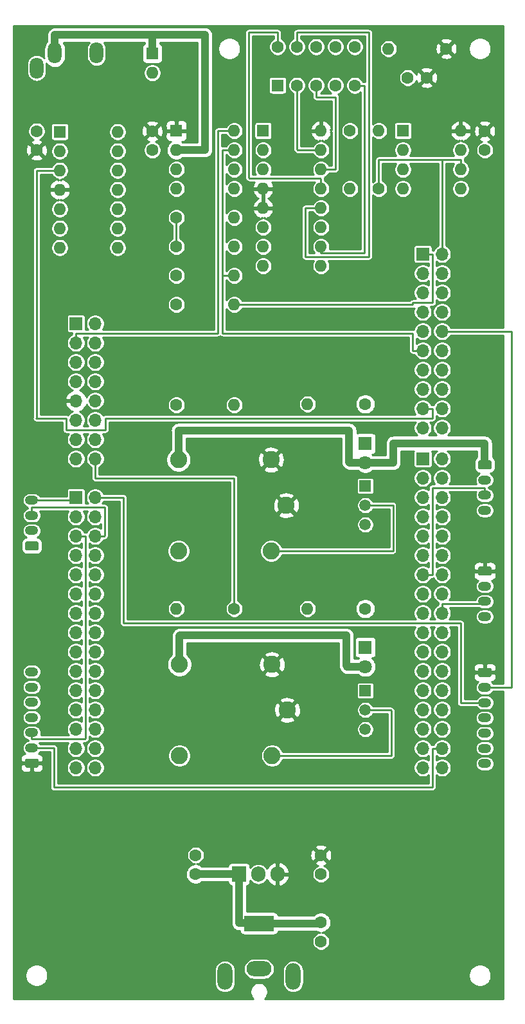
<source format=gbr>
G04 #@! TF.GenerationSoftware,KiCad,Pcbnew,5.1.5+dfsg1-2build2*
G04 #@! TF.CreationDate,2020-08-27T12:41:00+02:00*
G04 #@! TF.ProjectId,camera_board,63616d65-7261-45f6-926f-6172642e6b69,0*
G04 #@! TF.SameCoordinates,Original*
G04 #@! TF.FileFunction,Copper,L1,Top*
G04 #@! TF.FilePolarity,Positive*
%FSLAX46Y46*%
G04 Gerber Fmt 4.6, Leading zero omitted, Abs format (unit mm)*
G04 Created by KiCad (PCBNEW 5.1.5+dfsg1-2build2) date 2020-08-27 12:41:00*
%MOMM*%
%LPD*%
G04 APERTURE LIST*
%ADD10C,1.600000*%
%ADD11R,1.600000X1.600000*%
%ADD12O,1.600000X1.600000*%
%ADD13O,1.750000X1.200000*%
%ADD14C,0.100000*%
%ADD15O,1.905000X2.000000*%
%ADD16R,1.905000X2.000000*%
%ADD17R,1.500000X1.500000*%
%ADD18C,1.500000*%
%ADD19C,2.250000*%
%ADD20O,2.000000X3.500000*%
%ADD21O,3.300000X2.000000*%
%ADD22R,4.000000X2.000000*%
%ADD23O,1.700000X1.700000*%
%ADD24R,1.700000X1.700000*%
%ADD25O,1.800000X2.800000*%
%ADD26C,1.800000*%
%ADD27R,1.800000X1.800000*%
%ADD28C,1.000000*%
%ADD29C,0.250000*%
%ADD30C,0.254000*%
G04 APERTURE END LIST*
D10*
X86320000Y-59055000D03*
X83820000Y-59055000D03*
X66675000Y-54985920D03*
X69215000Y-54985920D03*
X71755000Y-54985920D03*
X74295000Y-54985920D03*
X76835000Y-54985920D03*
X76835000Y-60065920D03*
X74295000Y-60065920D03*
X71755000Y-60065920D03*
X69215000Y-60065920D03*
D11*
X66675000Y-60065920D03*
D12*
X81280000Y-55245000D03*
D10*
X88900000Y-55245000D03*
D12*
X72390000Y-66040000D03*
X64770000Y-83820000D03*
X72390000Y-68580000D03*
X64770000Y-81280000D03*
X72390000Y-71120000D03*
X64770000Y-78740000D03*
X72390000Y-73660000D03*
X64770000Y-76200000D03*
X72390000Y-76200000D03*
X64770000Y-73660000D03*
X72390000Y-78740000D03*
X64770000Y-71120000D03*
X72390000Y-81280000D03*
X64770000Y-68580000D03*
X72390000Y-83820000D03*
D11*
X64770000Y-66040000D03*
D13*
X93980000Y-129952000D03*
X93980000Y-127952000D03*
X93980000Y-125952000D03*
G04 #@! TA.AperFunction,ComponentPad*
D14*
G36*
X94629505Y-123353204D02*
G01*
X94653773Y-123356804D01*
X94677572Y-123362765D01*
X94700671Y-123371030D01*
X94722850Y-123381520D01*
X94743893Y-123394132D01*
X94763599Y-123408747D01*
X94781777Y-123425223D01*
X94798253Y-123443401D01*
X94812868Y-123463107D01*
X94825480Y-123484150D01*
X94835970Y-123506329D01*
X94844235Y-123529428D01*
X94850196Y-123553227D01*
X94853796Y-123577495D01*
X94855000Y-123601999D01*
X94855000Y-124302001D01*
X94853796Y-124326505D01*
X94850196Y-124350773D01*
X94844235Y-124374572D01*
X94835970Y-124397671D01*
X94825480Y-124419850D01*
X94812868Y-124440893D01*
X94798253Y-124460599D01*
X94781777Y-124478777D01*
X94763599Y-124495253D01*
X94743893Y-124509868D01*
X94722850Y-124522480D01*
X94700671Y-124532970D01*
X94677572Y-124541235D01*
X94653773Y-124547196D01*
X94629505Y-124550796D01*
X94605001Y-124552000D01*
X93354999Y-124552000D01*
X93330495Y-124550796D01*
X93306227Y-124547196D01*
X93282428Y-124541235D01*
X93259329Y-124532970D01*
X93237150Y-124522480D01*
X93216107Y-124509868D01*
X93196401Y-124495253D01*
X93178223Y-124478777D01*
X93161747Y-124460599D01*
X93147132Y-124440893D01*
X93134520Y-124419850D01*
X93124030Y-124397671D01*
X93115765Y-124374572D01*
X93109804Y-124350773D01*
X93106204Y-124326505D01*
X93105000Y-124302001D01*
X93105000Y-123601999D01*
X93106204Y-123577495D01*
X93109804Y-123553227D01*
X93115765Y-123529428D01*
X93124030Y-123506329D01*
X93134520Y-123484150D01*
X93147132Y-123463107D01*
X93161747Y-123443401D01*
X93178223Y-123425223D01*
X93196401Y-123408747D01*
X93216107Y-123394132D01*
X93237150Y-123381520D01*
X93259329Y-123371030D01*
X93282428Y-123362765D01*
X93306227Y-123356804D01*
X93330495Y-123353204D01*
X93354999Y-123352000D01*
X94605001Y-123352000D01*
X94629505Y-123353204D01*
G37*
G04 #@! TD.AperFunction*
D12*
X90805000Y-66040000D03*
X83185000Y-73660000D03*
X90805000Y-68580000D03*
X83185000Y-71120000D03*
X90805000Y-71120000D03*
X83185000Y-68580000D03*
X90805000Y-73660000D03*
D11*
X83185000Y-66040000D03*
D15*
X66675000Y-163830000D03*
X64135000Y-163830000D03*
D16*
X61595000Y-163830000D03*
D12*
X45593000Y-66167000D03*
X37973000Y-81407000D03*
X45593000Y-68707000D03*
X37973000Y-78867000D03*
X45593000Y-71247000D03*
X37973000Y-76327000D03*
X45593000Y-73787000D03*
X37973000Y-73787000D03*
X45593000Y-76327000D03*
X37973000Y-71247000D03*
X45593000Y-78867000D03*
X37973000Y-68707000D03*
X45593000Y-81407000D03*
D11*
X37973000Y-66167000D03*
D12*
X60960000Y-66040000D03*
X53340000Y-73660000D03*
X60960000Y-68580000D03*
X53340000Y-71120000D03*
X60960000Y-71120000D03*
X53340000Y-68580000D03*
X60960000Y-73660000D03*
D11*
X53340000Y-66040000D03*
D12*
X60960000Y-102108000D03*
D10*
X53340000Y-102108000D03*
D12*
X53340000Y-128905000D03*
D10*
X60960000Y-128905000D03*
D12*
X70612000Y-101981000D03*
D10*
X78232000Y-101981000D03*
D12*
X70612000Y-128905000D03*
D10*
X78232000Y-128905000D03*
D12*
X80010000Y-66040000D03*
D10*
X80010000Y-73660000D03*
D12*
X76200000Y-73660000D03*
D10*
X76200000Y-66040000D03*
D12*
X60960000Y-85090000D03*
D10*
X53340000Y-85090000D03*
D12*
X60960000Y-81280000D03*
D10*
X53340000Y-81280000D03*
D12*
X60960000Y-88900000D03*
D10*
X53340000Y-88900000D03*
D12*
X60960000Y-77470000D03*
D10*
X53340000Y-77470000D03*
D17*
X78232000Y-112776000D03*
D18*
X78232000Y-117856000D03*
X78232000Y-115316000D03*
D17*
X78232000Y-139700000D03*
D18*
X78232000Y-144780000D03*
X78232000Y-142240000D03*
D13*
X34290000Y-114650000D03*
X34290000Y-116650000D03*
X34290000Y-118650000D03*
G04 #@! TA.AperFunction,ComponentPad*
D14*
G36*
X34939505Y-120051204D02*
G01*
X34963773Y-120054804D01*
X34987572Y-120060765D01*
X35010671Y-120069030D01*
X35032850Y-120079520D01*
X35053893Y-120092132D01*
X35073599Y-120106747D01*
X35091777Y-120123223D01*
X35108253Y-120141401D01*
X35122868Y-120161107D01*
X35135480Y-120182150D01*
X35145970Y-120204329D01*
X35154235Y-120227428D01*
X35160196Y-120251227D01*
X35163796Y-120275495D01*
X35165000Y-120299999D01*
X35165000Y-121000001D01*
X35163796Y-121024505D01*
X35160196Y-121048773D01*
X35154235Y-121072572D01*
X35145970Y-121095671D01*
X35135480Y-121117850D01*
X35122868Y-121138893D01*
X35108253Y-121158599D01*
X35091777Y-121176777D01*
X35073599Y-121193253D01*
X35053893Y-121207868D01*
X35032850Y-121220480D01*
X35010671Y-121230970D01*
X34987572Y-121239235D01*
X34963773Y-121245196D01*
X34939505Y-121248796D01*
X34915001Y-121250000D01*
X33664999Y-121250000D01*
X33640495Y-121248796D01*
X33616227Y-121245196D01*
X33592428Y-121239235D01*
X33569329Y-121230970D01*
X33547150Y-121220480D01*
X33526107Y-121207868D01*
X33506401Y-121193253D01*
X33488223Y-121176777D01*
X33471747Y-121158599D01*
X33457132Y-121138893D01*
X33444520Y-121117850D01*
X33434030Y-121095671D01*
X33425765Y-121072572D01*
X33419804Y-121048773D01*
X33416204Y-121024505D01*
X33415000Y-121000001D01*
X33415000Y-120299999D01*
X33416204Y-120275495D01*
X33419804Y-120251227D01*
X33425765Y-120227428D01*
X33434030Y-120204329D01*
X33444520Y-120182150D01*
X33457132Y-120161107D01*
X33471747Y-120141401D01*
X33488223Y-120123223D01*
X33506401Y-120106747D01*
X33526107Y-120092132D01*
X33547150Y-120079520D01*
X33569329Y-120069030D01*
X33592428Y-120060765D01*
X33616227Y-120054804D01*
X33640495Y-120051204D01*
X33664999Y-120050000D01*
X34915001Y-120050000D01*
X34939505Y-120051204D01*
G37*
G04 #@! TD.AperFunction*
D13*
X93980000Y-115982000D03*
X93980000Y-113982000D03*
X93980000Y-111982000D03*
G04 #@! TA.AperFunction,ComponentPad*
D14*
G36*
X94629505Y-109383204D02*
G01*
X94653773Y-109386804D01*
X94677572Y-109392765D01*
X94700671Y-109401030D01*
X94722850Y-109411520D01*
X94743893Y-109424132D01*
X94763599Y-109438747D01*
X94781777Y-109455223D01*
X94798253Y-109473401D01*
X94812868Y-109493107D01*
X94825480Y-109514150D01*
X94835970Y-109536329D01*
X94844235Y-109559428D01*
X94850196Y-109583227D01*
X94853796Y-109607495D01*
X94855000Y-109631999D01*
X94855000Y-110332001D01*
X94853796Y-110356505D01*
X94850196Y-110380773D01*
X94844235Y-110404572D01*
X94835970Y-110427671D01*
X94825480Y-110449850D01*
X94812868Y-110470893D01*
X94798253Y-110490599D01*
X94781777Y-110508777D01*
X94763599Y-110525253D01*
X94743893Y-110539868D01*
X94722850Y-110552480D01*
X94700671Y-110562970D01*
X94677572Y-110571235D01*
X94653773Y-110577196D01*
X94629505Y-110580796D01*
X94605001Y-110582000D01*
X93354999Y-110582000D01*
X93330495Y-110580796D01*
X93306227Y-110577196D01*
X93282428Y-110571235D01*
X93259329Y-110562970D01*
X93237150Y-110552480D01*
X93216107Y-110539868D01*
X93196401Y-110525253D01*
X93178223Y-110508777D01*
X93161747Y-110490599D01*
X93147132Y-110470893D01*
X93134520Y-110449850D01*
X93124030Y-110427671D01*
X93115765Y-110404572D01*
X93109804Y-110380773D01*
X93106204Y-110356505D01*
X93105000Y-110332001D01*
X93105000Y-109631999D01*
X93106204Y-109607495D01*
X93109804Y-109583227D01*
X93115765Y-109559428D01*
X93124030Y-109536329D01*
X93134520Y-109514150D01*
X93147132Y-109493107D01*
X93161747Y-109473401D01*
X93178223Y-109455223D01*
X93196401Y-109438747D01*
X93216107Y-109424132D01*
X93237150Y-109411520D01*
X93259329Y-109401030D01*
X93282428Y-109392765D01*
X93306227Y-109386804D01*
X93330495Y-109383204D01*
X93354999Y-109382000D01*
X94605001Y-109382000D01*
X94629505Y-109383204D01*
G37*
G04 #@! TD.AperFunction*
D19*
X65945000Y-148240000D03*
X53745000Y-148240000D03*
X53745000Y-136240000D03*
X65945000Y-136240000D03*
X67945000Y-142240000D03*
X65818000Y-121316000D03*
X53618000Y-121316000D03*
X53618000Y-109316000D03*
X65818000Y-109316000D03*
X67818000Y-115316000D03*
D20*
X68728000Y-177300000D03*
X59728000Y-177300000D03*
D21*
X64228000Y-176300000D03*
D22*
X64228000Y-170300000D03*
D23*
X88348000Y-105122000D03*
X85808000Y-105122000D03*
X88348000Y-102582000D03*
X85808000Y-102582000D03*
X88348000Y-100042000D03*
X85808000Y-100042000D03*
X88348000Y-97502000D03*
X85808000Y-97502000D03*
X88348000Y-94962000D03*
X85808000Y-94962000D03*
X88348000Y-92422000D03*
X85808000Y-92422000D03*
X88348000Y-89882000D03*
X85808000Y-89882000D03*
X88348000Y-87342000D03*
X85808000Y-87342000D03*
X88348000Y-84802000D03*
X85808000Y-84802000D03*
X88348000Y-82262000D03*
D24*
X85808000Y-82262000D03*
D13*
X34290000Y-137225000D03*
X34290000Y-139225000D03*
X34290000Y-141225000D03*
X34290000Y-143225000D03*
X34290000Y-145225000D03*
X34290000Y-147225000D03*
G04 #@! TA.AperFunction,ComponentPad*
D14*
G36*
X34939505Y-148626204D02*
G01*
X34963773Y-148629804D01*
X34987572Y-148635765D01*
X35010671Y-148644030D01*
X35032850Y-148654520D01*
X35053893Y-148667132D01*
X35073599Y-148681747D01*
X35091777Y-148698223D01*
X35108253Y-148716401D01*
X35122868Y-148736107D01*
X35135480Y-148757150D01*
X35145970Y-148779329D01*
X35154235Y-148802428D01*
X35160196Y-148826227D01*
X35163796Y-148850495D01*
X35165000Y-148874999D01*
X35165000Y-149575001D01*
X35163796Y-149599505D01*
X35160196Y-149623773D01*
X35154235Y-149647572D01*
X35145970Y-149670671D01*
X35135480Y-149692850D01*
X35122868Y-149713893D01*
X35108253Y-149733599D01*
X35091777Y-149751777D01*
X35073599Y-149768253D01*
X35053893Y-149782868D01*
X35032850Y-149795480D01*
X35010671Y-149805970D01*
X34987572Y-149814235D01*
X34963773Y-149820196D01*
X34939505Y-149823796D01*
X34915001Y-149825000D01*
X33664999Y-149825000D01*
X33640495Y-149823796D01*
X33616227Y-149820196D01*
X33592428Y-149814235D01*
X33569329Y-149805970D01*
X33547150Y-149795480D01*
X33526107Y-149782868D01*
X33506401Y-149768253D01*
X33488223Y-149751777D01*
X33471747Y-149733599D01*
X33457132Y-149713893D01*
X33444520Y-149692850D01*
X33434030Y-149670671D01*
X33425765Y-149647572D01*
X33419804Y-149623773D01*
X33416204Y-149599505D01*
X33415000Y-149575001D01*
X33415000Y-148874999D01*
X33416204Y-148850495D01*
X33419804Y-148826227D01*
X33425765Y-148802428D01*
X33434030Y-148779329D01*
X33444520Y-148757150D01*
X33457132Y-148736107D01*
X33471747Y-148716401D01*
X33488223Y-148698223D01*
X33506401Y-148681747D01*
X33526107Y-148667132D01*
X33547150Y-148654520D01*
X33569329Y-148644030D01*
X33592428Y-148635765D01*
X33616227Y-148629804D01*
X33640495Y-148626204D01*
X33664999Y-148625000D01*
X34915001Y-148625000D01*
X34939505Y-148626204D01*
G37*
G04 #@! TD.AperFunction*
D23*
X88348000Y-149822000D03*
X85808000Y-149822000D03*
X88348000Y-147282000D03*
X85808000Y-147282000D03*
X88348000Y-144742000D03*
X85808000Y-144742000D03*
X88348000Y-142202000D03*
X85808000Y-142202000D03*
X88348000Y-139662000D03*
X85808000Y-139662000D03*
X88348000Y-137122000D03*
X85808000Y-137122000D03*
X88348000Y-134582000D03*
X85808000Y-134582000D03*
X88348000Y-132042000D03*
X85808000Y-132042000D03*
X88348000Y-129502000D03*
X85808000Y-129502000D03*
X88348000Y-126962000D03*
X85808000Y-126962000D03*
X88348000Y-124422000D03*
X85808000Y-124422000D03*
X88348000Y-121882000D03*
X85808000Y-121882000D03*
X88348000Y-119342000D03*
X85808000Y-119342000D03*
X88348000Y-116802000D03*
X85808000Y-116802000D03*
X88348000Y-114262000D03*
X85808000Y-114262000D03*
X88348000Y-111722000D03*
X85808000Y-111722000D03*
X88348000Y-109182000D03*
D24*
X85808000Y-109182000D03*
D13*
X93980000Y-149287000D03*
X93980000Y-147287000D03*
X93980000Y-145287000D03*
X93980000Y-143287000D03*
X93980000Y-141287000D03*
X93980000Y-139287000D03*
G04 #@! TA.AperFunction,ComponentPad*
D14*
G36*
X94629505Y-136688204D02*
G01*
X94653773Y-136691804D01*
X94677572Y-136697765D01*
X94700671Y-136706030D01*
X94722850Y-136716520D01*
X94743893Y-136729132D01*
X94763599Y-136743747D01*
X94781777Y-136760223D01*
X94798253Y-136778401D01*
X94812868Y-136798107D01*
X94825480Y-136819150D01*
X94835970Y-136841329D01*
X94844235Y-136864428D01*
X94850196Y-136888227D01*
X94853796Y-136912495D01*
X94855000Y-136936999D01*
X94855000Y-137637001D01*
X94853796Y-137661505D01*
X94850196Y-137685773D01*
X94844235Y-137709572D01*
X94835970Y-137732671D01*
X94825480Y-137754850D01*
X94812868Y-137775893D01*
X94798253Y-137795599D01*
X94781777Y-137813777D01*
X94763599Y-137830253D01*
X94743893Y-137844868D01*
X94722850Y-137857480D01*
X94700671Y-137867970D01*
X94677572Y-137876235D01*
X94653773Y-137882196D01*
X94629505Y-137885796D01*
X94605001Y-137887000D01*
X93354999Y-137887000D01*
X93330495Y-137885796D01*
X93306227Y-137882196D01*
X93282428Y-137876235D01*
X93259329Y-137867970D01*
X93237150Y-137857480D01*
X93216107Y-137844868D01*
X93196401Y-137830253D01*
X93178223Y-137813777D01*
X93161747Y-137795599D01*
X93147132Y-137775893D01*
X93134520Y-137754850D01*
X93124030Y-137732671D01*
X93115765Y-137709572D01*
X93109804Y-137685773D01*
X93106204Y-137661505D01*
X93105000Y-137637001D01*
X93105000Y-136936999D01*
X93106204Y-136912495D01*
X93109804Y-136888227D01*
X93115765Y-136864428D01*
X93124030Y-136841329D01*
X93134520Y-136819150D01*
X93147132Y-136798107D01*
X93161747Y-136778401D01*
X93178223Y-136760223D01*
X93196401Y-136743747D01*
X93216107Y-136729132D01*
X93237150Y-136716520D01*
X93259329Y-136706030D01*
X93282428Y-136697765D01*
X93306227Y-136691804D01*
X93330495Y-136688204D01*
X93354999Y-136687000D01*
X94605001Y-136687000D01*
X94629505Y-136688204D01*
G37*
G04 #@! TD.AperFunction*
D23*
X42648000Y-149822000D03*
X40108000Y-149822000D03*
X42648000Y-147282000D03*
X40108000Y-147282000D03*
X42648000Y-144742000D03*
X40108000Y-144742000D03*
X42648000Y-142202000D03*
X40108000Y-142202000D03*
X42648000Y-139662000D03*
X40108000Y-139662000D03*
X42648000Y-137122000D03*
X40108000Y-137122000D03*
X42648000Y-134582000D03*
X40108000Y-134582000D03*
X42648000Y-132042000D03*
X40108000Y-132042000D03*
X42648000Y-129502000D03*
X40108000Y-129502000D03*
X42648000Y-126962000D03*
X40108000Y-126962000D03*
X42648000Y-124422000D03*
X40108000Y-124422000D03*
X42648000Y-121882000D03*
X40108000Y-121882000D03*
X42648000Y-119342000D03*
X40108000Y-119342000D03*
X42648000Y-116802000D03*
X40108000Y-116802000D03*
X42648000Y-114262000D03*
D24*
X40108000Y-114262000D03*
D23*
X42648000Y-109182000D03*
X40108000Y-109182000D03*
X42648000Y-106642000D03*
X40108000Y-106642000D03*
X42648000Y-104102000D03*
X40108000Y-104102000D03*
X42648000Y-101562000D03*
X40108000Y-101562000D03*
X42648000Y-99022000D03*
X40108000Y-99022000D03*
X42648000Y-96482000D03*
X40108000Y-96482000D03*
X42648000Y-93942000D03*
X40108000Y-93942000D03*
X42648000Y-91402000D03*
D24*
X40108000Y-91402000D03*
D25*
X42825000Y-55785000D03*
X37325000Y-55785000D03*
X34925000Y-57785000D03*
D26*
X78232000Y-109728000D03*
D27*
X78232000Y-107188000D03*
D26*
X78232000Y-136525000D03*
D27*
X78232000Y-133985000D03*
D12*
X50165000Y-58420000D03*
D11*
X50165000Y-55880000D03*
D10*
X34925000Y-66080000D03*
X34925000Y-68580000D03*
X72390000Y-172680000D03*
X72390000Y-170180000D03*
X93980000Y-66080000D03*
X93980000Y-68580000D03*
X72390000Y-161330000D03*
X72390000Y-163830000D03*
X55880000Y-161330000D03*
X55880000Y-163830000D03*
X50165000Y-66080000D03*
X50165000Y-68580000D03*
D28*
X61595000Y-163830000D02*
X61595000Y-170281600D01*
X64209600Y-170281600D02*
X64228000Y-170300000D01*
X61595000Y-170281600D02*
X64209600Y-170281600D01*
X55880000Y-163830000D02*
X61595000Y-163830000D01*
X72270000Y-170300000D02*
X72390000Y-170180000D01*
X64228000Y-170300000D02*
X72270000Y-170300000D01*
X50165000Y-53467000D02*
X50165000Y-55880000D01*
X50139600Y-53441600D02*
X50165000Y-53467000D01*
X37325000Y-53454600D02*
X37338000Y-53441600D01*
X37325000Y-55785000D02*
X37325000Y-53454600D01*
X37338000Y-53441600D02*
X47879000Y-53441600D01*
X47879000Y-53441600D02*
X50139600Y-53441600D01*
X57124600Y-53441600D02*
X57124600Y-68580000D01*
X57124600Y-68580000D02*
X53340000Y-68580000D01*
X47879000Y-53441600D02*
X57124600Y-53441600D01*
X75717400Y-132415280D02*
X75717400Y-136413240D01*
X53789580Y-132415280D02*
X75717400Y-132415280D01*
X75829160Y-136525000D02*
X78232000Y-136525000D01*
X75717400Y-136413240D02*
X75829160Y-136525000D01*
X53745000Y-132459860D02*
X53745000Y-136240000D01*
X53789580Y-132415280D02*
X53745000Y-132459860D01*
X93980000Y-109982000D02*
X93980000Y-107315000D01*
X93980000Y-107137200D02*
X81915000Y-107137200D01*
X81915000Y-109728000D02*
X78232000Y-109728000D01*
X81915000Y-107315000D02*
X81915000Y-109728000D01*
X53618000Y-105464480D02*
X53618000Y-109316000D01*
X53599080Y-105445560D02*
X53618000Y-105464480D01*
X76113640Y-105445560D02*
X53599080Y-105445560D01*
X76194920Y-109728000D02*
X78232000Y-109728000D01*
X76113640Y-109646720D02*
X76194920Y-109728000D01*
X76113640Y-105445560D02*
X76113640Y-109646720D01*
D29*
X60960000Y-128905000D02*
X60960000Y-111760000D01*
X60960000Y-111760000D02*
X59690000Y-111760000D01*
X59690000Y-111760000D02*
X59055000Y-111760000D01*
X42648000Y-111736000D02*
X42648000Y-109182000D01*
X42672000Y-111760000D02*
X42648000Y-111736000D01*
X59690000Y-111760000D02*
X42672000Y-111760000D01*
X40108000Y-92670760D02*
X40108000Y-93942000D01*
X40101520Y-92664280D02*
X40108000Y-92670760D01*
X58826400Y-92623640D02*
X58785760Y-92664280D01*
X58826400Y-66034920D02*
X58826400Y-92623640D01*
X58831480Y-66040000D02*
X58826400Y-66034920D01*
X60960000Y-66040000D02*
X58831480Y-66040000D01*
X58785760Y-92664280D02*
X40101520Y-92664280D01*
X43891200Y-119300881D02*
X43850081Y-119342000D01*
X43891200Y-115570000D02*
X43891200Y-119300881D01*
X34953161Y-115570000D02*
X43891200Y-115570000D01*
X34948151Y-115575010D02*
X34953161Y-115570000D01*
X34290000Y-115575010D02*
X34948151Y-115575010D01*
X43850081Y-119342000D02*
X42648000Y-119342000D01*
X34290000Y-116650000D02*
X34290000Y-115575010D01*
X41338600Y-119342000D02*
X40108000Y-119342000D01*
X41376600Y-119380000D02*
X41338600Y-119342000D01*
X41274600Y-146075000D02*
X41376600Y-145973000D01*
X34290000Y-146075000D02*
X41274600Y-146075000D01*
X41376600Y-145973000D02*
X41376600Y-119380000D01*
X34290000Y-145225000D02*
X34290000Y-146075000D01*
X42648000Y-114262000D02*
X46317000Y-114262000D01*
X46317000Y-114262000D02*
X46355000Y-114300000D01*
X46355000Y-130810000D02*
X90805000Y-130810000D01*
X46355000Y-114300000D02*
X46355000Y-130810000D01*
X90805000Y-130810000D02*
X90805000Y-141300200D01*
X90818200Y-141287000D02*
X93980000Y-141287000D01*
X90805000Y-141300200D02*
X90818200Y-141287000D01*
X39720000Y-114650000D02*
X40108000Y-114262000D01*
X34290000Y-114650000D02*
X39720000Y-114650000D01*
X97527400Y-92422000D02*
X88348000Y-92422000D01*
X97536000Y-139283440D02*
X97536000Y-92430600D01*
X97532440Y-139287000D02*
X97536000Y-139283440D01*
X97536000Y-92430600D02*
X97527400Y-92422000D01*
X93980000Y-139287000D02*
X97532440Y-139287000D01*
X87089080Y-147282000D02*
X88348000Y-147282000D01*
X87086440Y-147279360D02*
X87089080Y-147282000D01*
X87086440Y-152394920D02*
X87086440Y-147279360D01*
X37185600Y-147226520D02*
X37185600Y-152400000D01*
X37185600Y-152400000D02*
X87081360Y-152400000D01*
X37184080Y-147225000D02*
X37185600Y-147226520D01*
X87081360Y-152400000D02*
X87086440Y-152394920D01*
X34290000Y-147225000D02*
X37184080Y-147225000D01*
X88343481Y-128295400D02*
X93636600Y-128295400D01*
X88348000Y-128299919D02*
X88343481Y-128295400D01*
X93636600Y-128295400D02*
X93980000Y-127952000D01*
X88348000Y-129502000D02*
X88348000Y-128299919D01*
X87086440Y-112984280D02*
X93969840Y-112984280D01*
X87086440Y-124419360D02*
X87086440Y-112984280D01*
X93980000Y-112994440D02*
X93980000Y-113982000D01*
X93969840Y-112984280D02*
X93980000Y-112994440D01*
X87083800Y-124422000D02*
X87086440Y-124419360D01*
X85808000Y-124422000D02*
X87083800Y-124422000D01*
X42316400Y-105384600D02*
X42082720Y-105384600D01*
X43987720Y-105384600D02*
X42316400Y-105384600D01*
X43987720Y-103850440D02*
X43987720Y-105384600D01*
X87081360Y-103850440D02*
X43987720Y-103850440D01*
X87081360Y-102580440D02*
X87081360Y-103850440D01*
X87079800Y-102582000D02*
X87081360Y-102580440D01*
X85808000Y-102582000D02*
X87079800Y-102582000D01*
X34919920Y-71247000D02*
X37973000Y-71247000D01*
X34907281Y-71259639D02*
X34919920Y-71247000D01*
X34884360Y-103860600D02*
X34907281Y-103837679D01*
X38816280Y-103860600D02*
X34884360Y-103860600D01*
X38806120Y-103870760D02*
X38816280Y-103860600D01*
X34907281Y-103837679D02*
X34907281Y-71259639D01*
X38806120Y-105384600D02*
X38806120Y-103870760D01*
X42316400Y-105384600D02*
X38806120Y-105384600D01*
X59436000Y-85084920D02*
X59436000Y-92643960D01*
X59823550Y-85084920D02*
X59436000Y-85084920D01*
X59828630Y-85090000D02*
X59823550Y-85084920D01*
X60960000Y-85090000D02*
X59828630Y-85090000D01*
X59436000Y-92664280D02*
X65024000Y-92664280D01*
X59436000Y-85084920D02*
X59436000Y-68582540D01*
X59438540Y-68580000D02*
X60960000Y-68580000D01*
X59436000Y-68582540D02*
X59438540Y-68580000D01*
X84480400Y-92664280D02*
X64277240Y-92664280D01*
X84480400Y-94970600D02*
X84480400Y-92664280D01*
X84489000Y-94962000D02*
X85808000Y-94962000D01*
X84480400Y-94970600D02*
X84489000Y-94962000D01*
X87075300Y-82262000D02*
X85808000Y-82262000D01*
X87076280Y-82262980D02*
X87075300Y-82262000D01*
X87076280Y-82897980D02*
X87076280Y-82262980D01*
X87078820Y-82900520D02*
X87076280Y-82897980D01*
X62727840Y-88900000D02*
X62484000Y-88900000D01*
X62484000Y-88900000D02*
X84480400Y-88900000D01*
X62484000Y-88900000D02*
X60960000Y-88900000D01*
X84480400Y-88900000D02*
X84480400Y-88671400D01*
X84480400Y-88671400D02*
X87083900Y-88671400D01*
X87083900Y-85402420D02*
X87081360Y-85399880D01*
X87083900Y-88671400D02*
X87083900Y-85402420D01*
X87081360Y-85399880D02*
X87078820Y-82900520D01*
X87078820Y-86075520D02*
X87081360Y-85399880D01*
X81844400Y-121316000D02*
X65818000Y-121316000D01*
X81876900Y-115290600D02*
X81876900Y-121283500D01*
X81876900Y-121283500D02*
X81844400Y-121316000D01*
X81851500Y-115316000D02*
X81876900Y-115290600D01*
X78232000Y-115316000D02*
X81851500Y-115316000D01*
X81642700Y-148240000D02*
X65945000Y-148240000D01*
X81661000Y-148221700D02*
X81642700Y-148240000D01*
X81661000Y-142341600D02*
X81661000Y-148221700D01*
X81559400Y-142240000D02*
X81661000Y-142341600D01*
X78232000Y-142240000D02*
X81559400Y-142240000D01*
X53340000Y-77470000D02*
X53340000Y-81280000D01*
X90805000Y-69850000D02*
X90805000Y-71120000D01*
X80010000Y-73660000D02*
X80010000Y-69850000D01*
X88265000Y-69850000D02*
X88348000Y-69933000D01*
X88348000Y-69933000D02*
X88348000Y-82262000D01*
X80010000Y-69850000D02*
X88265000Y-69850000D01*
X88265000Y-69850000D02*
X90805000Y-69850000D01*
X69342000Y-68580000D02*
X72390000Y-68580000D01*
X69215000Y-68453000D02*
X69215000Y-60065920D01*
X69342000Y-68580000D02*
X69215000Y-68453000D01*
X74295000Y-61595000D02*
X71755000Y-61595000D01*
X71755000Y-61595000D02*
X71755000Y-60065920D01*
X74295000Y-71120000D02*
X74295000Y-61595000D01*
X72390000Y-71120000D02*
X74295000Y-71120000D01*
X66649600Y-53086000D02*
X62865000Y-53086000D01*
X66675000Y-53111400D02*
X66649600Y-53086000D01*
X66675000Y-54985920D02*
X66675000Y-53111400D01*
X62941200Y-72288400D02*
X62865000Y-72212200D01*
X72288400Y-72288400D02*
X62941200Y-72288400D01*
X72390000Y-73660000D02*
X72390000Y-72390000D01*
X72390000Y-72390000D02*
X72288400Y-72288400D01*
X62865000Y-53086000D02*
X62865000Y-72212200D01*
X69215000Y-54985920D02*
X69215000Y-53111400D01*
X72390000Y-76200000D02*
X70332600Y-76200000D01*
X70332600Y-76200000D02*
X70332600Y-82600800D01*
X78701900Y-53136800D02*
X78676500Y-53111400D01*
X78701900Y-82600800D02*
X78701900Y-53136800D01*
X69215000Y-53111400D02*
X78676500Y-53111400D01*
X70332600Y-82600800D02*
X78701900Y-82600800D01*
X78044040Y-60065920D02*
X76835000Y-60065920D01*
X78105000Y-60126880D02*
X78044040Y-60065920D01*
X78110080Y-80578960D02*
X78105000Y-60126880D01*
X72390000Y-82077560D02*
X78110080Y-82077560D01*
X78110080Y-80578960D02*
X78110080Y-82077560D01*
X72390000Y-81280000D02*
X72390000Y-82077560D01*
D30*
G36*
X96393000Y-91916000D02*
G01*
X89470832Y-91916000D01*
X89438898Y-91838903D01*
X89304180Y-91637283D01*
X89132717Y-91465820D01*
X88931097Y-91331102D01*
X88707069Y-91238307D01*
X88469243Y-91191000D01*
X88226757Y-91191000D01*
X87988931Y-91238307D01*
X87764903Y-91331102D01*
X87563283Y-91465820D01*
X87391820Y-91637283D01*
X87257102Y-91838903D01*
X87164307Y-92062931D01*
X87117000Y-92300757D01*
X87117000Y-92543243D01*
X87164307Y-92781069D01*
X87257102Y-93005097D01*
X87391820Y-93206717D01*
X87563283Y-93378180D01*
X87764903Y-93512898D01*
X87988931Y-93605693D01*
X88226757Y-93653000D01*
X88469243Y-93653000D01*
X88707069Y-93605693D01*
X88931097Y-93512898D01*
X89132717Y-93378180D01*
X89304180Y-93206717D01*
X89438898Y-93005097D01*
X89470832Y-92928000D01*
X96393000Y-92928000D01*
X96393000Y-138781000D01*
X95096881Y-138781000D01*
X95074618Y-138739349D01*
X94952028Y-138589972D01*
X94871024Y-138523494D01*
X94979482Y-138512812D01*
X95099180Y-138476502D01*
X95209494Y-138417537D01*
X95306185Y-138338185D01*
X95385537Y-138241494D01*
X95444502Y-138131180D01*
X95480812Y-138011482D01*
X95493072Y-137887000D01*
X95490000Y-137572750D01*
X95331250Y-137414000D01*
X94107000Y-137414000D01*
X94107000Y-137434000D01*
X93853000Y-137434000D01*
X93853000Y-137414000D01*
X92628750Y-137414000D01*
X92470000Y-137572750D01*
X92466928Y-137887000D01*
X92479188Y-138011482D01*
X92515498Y-138131180D01*
X92574463Y-138241494D01*
X92653815Y-138338185D01*
X92750506Y-138417537D01*
X92860820Y-138476502D01*
X92980518Y-138512812D01*
X93088976Y-138523494D01*
X93007972Y-138589972D01*
X92885382Y-138739349D01*
X92794289Y-138909771D01*
X92738195Y-139094690D01*
X92719254Y-139287000D01*
X92738195Y-139479310D01*
X92794289Y-139664229D01*
X92885382Y-139834651D01*
X93007972Y-139984028D01*
X93157349Y-140106618D01*
X93327771Y-140197711D01*
X93512690Y-140253805D01*
X93656813Y-140268000D01*
X94303187Y-140268000D01*
X94447310Y-140253805D01*
X94632229Y-140197711D01*
X94802651Y-140106618D01*
X94952028Y-139984028D01*
X95074618Y-139834651D01*
X95096881Y-139793000D01*
X96393000Y-139793000D01*
X96393000Y-180213000D01*
X64985185Y-180213000D01*
X65145342Y-180052843D01*
X65274588Y-179859413D01*
X65363614Y-179644485D01*
X65409000Y-179416318D01*
X65409000Y-179183682D01*
X65363614Y-178955515D01*
X65274588Y-178740587D01*
X65145342Y-178547157D01*
X64980843Y-178382658D01*
X64787413Y-178253412D01*
X64572485Y-178164386D01*
X64344318Y-178119000D01*
X64111682Y-178119000D01*
X63883515Y-178164386D01*
X63668587Y-178253412D01*
X63475157Y-178382658D01*
X63310658Y-178547157D01*
X63181412Y-178740587D01*
X63092386Y-178955515D01*
X63047000Y-179183682D01*
X63047000Y-179416318D01*
X63092386Y-179644485D01*
X63181412Y-179859413D01*
X63310658Y-180052843D01*
X63470815Y-180213000D01*
X31877000Y-180213000D01*
X31877000Y-177019134D01*
X33444000Y-177019134D01*
X33444000Y-177310866D01*
X33500914Y-177596992D01*
X33612555Y-177866517D01*
X33774632Y-178109083D01*
X33980917Y-178315368D01*
X34223483Y-178477445D01*
X34493008Y-178589086D01*
X34779134Y-178646000D01*
X35070866Y-178646000D01*
X35356992Y-178589086D01*
X35626517Y-178477445D01*
X35869083Y-178315368D01*
X36075368Y-178109083D01*
X36237445Y-177866517D01*
X36349086Y-177596992D01*
X36406000Y-177310866D01*
X36406000Y-177019134D01*
X36349086Y-176733008D01*
X36245181Y-176482158D01*
X58347000Y-176482158D01*
X58347000Y-178117843D01*
X58366982Y-178320723D01*
X58445950Y-178581043D01*
X58574186Y-178820955D01*
X58746762Y-179031239D01*
X58957046Y-179203815D01*
X59196958Y-179332051D01*
X59457278Y-179411018D01*
X59728000Y-179437682D01*
X59998723Y-179411018D01*
X60259043Y-179332051D01*
X60498955Y-179203815D01*
X60709239Y-179031239D01*
X60881815Y-178820955D01*
X61010051Y-178581043D01*
X61089018Y-178320723D01*
X61109000Y-178117843D01*
X61109000Y-176482157D01*
X61091060Y-176300000D01*
X62190318Y-176300000D01*
X62216982Y-176570723D01*
X62295949Y-176831043D01*
X62424185Y-177070955D01*
X62596761Y-177281239D01*
X62807045Y-177453815D01*
X63046957Y-177582051D01*
X63307277Y-177661018D01*
X63510157Y-177681000D01*
X64945843Y-177681000D01*
X65148723Y-177661018D01*
X65409043Y-177582051D01*
X65648955Y-177453815D01*
X65859239Y-177281239D01*
X66031815Y-177070955D01*
X66160051Y-176831043D01*
X66239018Y-176570723D01*
X66247740Y-176482158D01*
X67347000Y-176482158D01*
X67347000Y-178117843D01*
X67366982Y-178320723D01*
X67445950Y-178581043D01*
X67574186Y-178820955D01*
X67746762Y-179031239D01*
X67957046Y-179203815D01*
X68196958Y-179332051D01*
X68457278Y-179411018D01*
X68728000Y-179437682D01*
X68998723Y-179411018D01*
X69259043Y-179332051D01*
X69498955Y-179203815D01*
X69709239Y-179031239D01*
X69881815Y-178820955D01*
X70010051Y-178581043D01*
X70089018Y-178320723D01*
X70109000Y-178117843D01*
X70109000Y-177019134D01*
X91864000Y-177019134D01*
X91864000Y-177310866D01*
X91920914Y-177596992D01*
X92032555Y-177866517D01*
X92194632Y-178109083D01*
X92400917Y-178315368D01*
X92643483Y-178477445D01*
X92913008Y-178589086D01*
X93199134Y-178646000D01*
X93490866Y-178646000D01*
X93776992Y-178589086D01*
X94046517Y-178477445D01*
X94289083Y-178315368D01*
X94495368Y-178109083D01*
X94657445Y-177866517D01*
X94769086Y-177596992D01*
X94826000Y-177310866D01*
X94826000Y-177019134D01*
X94769086Y-176733008D01*
X94657445Y-176463483D01*
X94495368Y-176220917D01*
X94289083Y-176014632D01*
X94046517Y-175852555D01*
X93776992Y-175740914D01*
X93490866Y-175684000D01*
X93199134Y-175684000D01*
X92913008Y-175740914D01*
X92643483Y-175852555D01*
X92400917Y-176014632D01*
X92194632Y-176220917D01*
X92032555Y-176463483D01*
X91920914Y-176733008D01*
X91864000Y-177019134D01*
X70109000Y-177019134D01*
X70109000Y-176482157D01*
X70089018Y-176279277D01*
X70010051Y-176018957D01*
X69881815Y-175779045D01*
X69709238Y-175568761D01*
X69498954Y-175396185D01*
X69259042Y-175267949D01*
X68998722Y-175188982D01*
X68728000Y-175162318D01*
X68457277Y-175188982D01*
X68196957Y-175267949D01*
X67957045Y-175396185D01*
X67746761Y-175568762D01*
X67574185Y-175779046D01*
X67445949Y-176018958D01*
X67366982Y-176279278D01*
X67347000Y-176482158D01*
X66247740Y-176482158D01*
X66265682Y-176300000D01*
X66239018Y-176029277D01*
X66160051Y-175768957D01*
X66031815Y-175529045D01*
X65859239Y-175318761D01*
X65648955Y-175146185D01*
X65409043Y-175017949D01*
X65148723Y-174938982D01*
X64945843Y-174919000D01*
X63510157Y-174919000D01*
X63307277Y-174938982D01*
X63046957Y-175017949D01*
X62807045Y-175146185D01*
X62596761Y-175318761D01*
X62424185Y-175529045D01*
X62295949Y-175768957D01*
X62216982Y-176029277D01*
X62190318Y-176300000D01*
X61091060Y-176300000D01*
X61089018Y-176279277D01*
X61010051Y-176018957D01*
X60881815Y-175779045D01*
X60709238Y-175568761D01*
X60498954Y-175396185D01*
X60259042Y-175267949D01*
X59998722Y-175188982D01*
X59728000Y-175162318D01*
X59457277Y-175188982D01*
X59196957Y-175267949D01*
X58957045Y-175396185D01*
X58746761Y-175568762D01*
X58574185Y-175779046D01*
X58445949Y-176018958D01*
X58366982Y-176279278D01*
X58347000Y-176482158D01*
X36245181Y-176482158D01*
X36237445Y-176463483D01*
X36075368Y-176220917D01*
X35869083Y-176014632D01*
X35626517Y-175852555D01*
X35356992Y-175740914D01*
X35070866Y-175684000D01*
X34779134Y-175684000D01*
X34493008Y-175740914D01*
X34223483Y-175852555D01*
X33980917Y-176014632D01*
X33774632Y-176220917D01*
X33612555Y-176463483D01*
X33500914Y-176733008D01*
X33444000Y-177019134D01*
X31877000Y-177019134D01*
X31877000Y-163699302D01*
X54553000Y-163699302D01*
X54553000Y-163960698D01*
X54603996Y-164217072D01*
X54704028Y-164458570D01*
X54849252Y-164675913D01*
X55034087Y-164860748D01*
X55251430Y-165005972D01*
X55492928Y-165106004D01*
X55749302Y-165157000D01*
X56010698Y-165157000D01*
X56267072Y-165106004D01*
X56508570Y-165005972D01*
X56725913Y-164860748D01*
X56729661Y-164857000D01*
X60115610Y-164857000D01*
X60123126Y-164933310D01*
X60153261Y-165032650D01*
X60202196Y-165124202D01*
X60268052Y-165204448D01*
X60348298Y-165270304D01*
X60439850Y-165319239D01*
X60539190Y-165349374D01*
X60568000Y-165352212D01*
X60568001Y-170231139D01*
X60563031Y-170281600D01*
X60582860Y-170482927D01*
X60641585Y-170676517D01*
X60736949Y-170854931D01*
X60865288Y-171011312D01*
X61021669Y-171139651D01*
X61200083Y-171235015D01*
X61393673Y-171293740D01*
X61544549Y-171308600D01*
X61595000Y-171313569D01*
X61645451Y-171308600D01*
X61699298Y-171308600D01*
X61708626Y-171403310D01*
X61738761Y-171502650D01*
X61787696Y-171594202D01*
X61853552Y-171674448D01*
X61933798Y-171740304D01*
X62025350Y-171789239D01*
X62124690Y-171819374D01*
X62228000Y-171829549D01*
X66228000Y-171829549D01*
X66331310Y-171819374D01*
X66430650Y-171789239D01*
X66522202Y-171740304D01*
X66602448Y-171674448D01*
X66668304Y-171594202D01*
X66717239Y-171502650D01*
X66747374Y-171403310D01*
X66754890Y-171327000D01*
X71718070Y-171327000D01*
X71761430Y-171355972D01*
X72002928Y-171456004D01*
X72246383Y-171504430D01*
X72045515Y-171544386D01*
X71830587Y-171633412D01*
X71637157Y-171762658D01*
X71472658Y-171927157D01*
X71343412Y-172120587D01*
X71254386Y-172335515D01*
X71209000Y-172563682D01*
X71209000Y-172796318D01*
X71254386Y-173024485D01*
X71343412Y-173239413D01*
X71472658Y-173432843D01*
X71637157Y-173597342D01*
X71830587Y-173726588D01*
X72045515Y-173815614D01*
X72273682Y-173861000D01*
X72506318Y-173861000D01*
X72734485Y-173815614D01*
X72949413Y-173726588D01*
X73142843Y-173597342D01*
X73307342Y-173432843D01*
X73436588Y-173239413D01*
X73525614Y-173024485D01*
X73571000Y-172796318D01*
X73571000Y-172563682D01*
X73525614Y-172335515D01*
X73436588Y-172120587D01*
X73307342Y-171927157D01*
X73142843Y-171762658D01*
X72949413Y-171633412D01*
X72734485Y-171544386D01*
X72533617Y-171504430D01*
X72777072Y-171456004D01*
X73018570Y-171355972D01*
X73235913Y-171210748D01*
X73420748Y-171025913D01*
X73565972Y-170808570D01*
X73666004Y-170567072D01*
X73717000Y-170310698D01*
X73717000Y-170049302D01*
X73666004Y-169792928D01*
X73565972Y-169551430D01*
X73420748Y-169334087D01*
X73235913Y-169149252D01*
X73018570Y-169004028D01*
X72777072Y-168903996D01*
X72520698Y-168853000D01*
X72259302Y-168853000D01*
X72002928Y-168903996D01*
X71761430Y-169004028D01*
X71544087Y-169149252D01*
X71420339Y-169273000D01*
X66754890Y-169273000D01*
X66747374Y-169196690D01*
X66717239Y-169097350D01*
X66668304Y-169005798D01*
X66602448Y-168925552D01*
X66522202Y-168859696D01*
X66430650Y-168810761D01*
X66331310Y-168780626D01*
X66228000Y-168770451D01*
X62622000Y-168770451D01*
X62622000Y-165352211D01*
X62650810Y-165349374D01*
X62750150Y-165319239D01*
X62841702Y-165270304D01*
X62921948Y-165204448D01*
X62987804Y-165124202D01*
X63036739Y-165032650D01*
X63066874Y-164933310D01*
X63077049Y-164830000D01*
X63077049Y-164690390D01*
X63187512Y-164824989D01*
X63390564Y-164991629D01*
X63622224Y-165115454D01*
X63873589Y-165191705D01*
X64135000Y-165217452D01*
X64396412Y-165191705D01*
X64647777Y-165115454D01*
X64879437Y-164991629D01*
X65082489Y-164824989D01*
X65249129Y-164621936D01*
X65265729Y-164590879D01*
X65365684Y-164773089D01*
X65565563Y-165011315D01*
X65808077Y-165205969D01*
X66083906Y-165349571D01*
X66302020Y-165420563D01*
X66548000Y-165300594D01*
X66548000Y-163957000D01*
X66802000Y-163957000D01*
X66802000Y-165300594D01*
X67047980Y-165420563D01*
X67266094Y-165349571D01*
X67541923Y-165205969D01*
X67784437Y-165011315D01*
X67984316Y-164773089D01*
X68133879Y-164500446D01*
X68227378Y-164203863D01*
X68100570Y-163957000D01*
X66802000Y-163957000D01*
X66548000Y-163957000D01*
X66528000Y-163957000D01*
X66528000Y-163713682D01*
X71209000Y-163713682D01*
X71209000Y-163946318D01*
X71254386Y-164174485D01*
X71343412Y-164389413D01*
X71472658Y-164582843D01*
X71637157Y-164747342D01*
X71830587Y-164876588D01*
X72045515Y-164965614D01*
X72273682Y-165011000D01*
X72506318Y-165011000D01*
X72734485Y-164965614D01*
X72949413Y-164876588D01*
X73142843Y-164747342D01*
X73307342Y-164582843D01*
X73436588Y-164389413D01*
X73525614Y-164174485D01*
X73571000Y-163946318D01*
X73571000Y-163713682D01*
X73525614Y-163485515D01*
X73436588Y-163270587D01*
X73307342Y-163077157D01*
X73142843Y-162912658D01*
X72949413Y-162783412D01*
X72781671Y-162713931D01*
X73006292Y-162633603D01*
X73131514Y-162566671D01*
X73203097Y-162322702D01*
X72390000Y-161509605D01*
X71576903Y-162322702D01*
X71648486Y-162566671D01*
X71903996Y-162687571D01*
X72002411Y-162712240D01*
X71830587Y-162783412D01*
X71637157Y-162912658D01*
X71472658Y-163077157D01*
X71343412Y-163270587D01*
X71254386Y-163485515D01*
X71209000Y-163713682D01*
X66528000Y-163713682D01*
X66528000Y-163703000D01*
X66548000Y-163703000D01*
X66548000Y-162359406D01*
X66802000Y-162359406D01*
X66802000Y-163703000D01*
X68100570Y-163703000D01*
X68227378Y-163456137D01*
X68133879Y-163159554D01*
X67984316Y-162886911D01*
X67784437Y-162648685D01*
X67541923Y-162454031D01*
X67266094Y-162310429D01*
X67047980Y-162239437D01*
X66802000Y-162359406D01*
X66548000Y-162359406D01*
X66302020Y-162239437D01*
X66083906Y-162310429D01*
X65808077Y-162454031D01*
X65565563Y-162648685D01*
X65365684Y-162886911D01*
X65265730Y-163069121D01*
X65249129Y-163038063D01*
X65082489Y-162835011D01*
X64879436Y-162668371D01*
X64647776Y-162544546D01*
X64396411Y-162468295D01*
X64135000Y-162442548D01*
X63873588Y-162468295D01*
X63622223Y-162544546D01*
X63390563Y-162668371D01*
X63187511Y-162835011D01*
X63077049Y-162969610D01*
X63077049Y-162830000D01*
X63066874Y-162726690D01*
X63036739Y-162627350D01*
X62987804Y-162535798D01*
X62921948Y-162455552D01*
X62841702Y-162389696D01*
X62750150Y-162340761D01*
X62650810Y-162310626D01*
X62547500Y-162300451D01*
X60642500Y-162300451D01*
X60539190Y-162310626D01*
X60439850Y-162340761D01*
X60348298Y-162389696D01*
X60268052Y-162455552D01*
X60202196Y-162535798D01*
X60153261Y-162627350D01*
X60123126Y-162726690D01*
X60115610Y-162803000D01*
X56729661Y-162803000D01*
X56725913Y-162799252D01*
X56508570Y-162654028D01*
X56267072Y-162553996D01*
X56023617Y-162505570D01*
X56224485Y-162465614D01*
X56439413Y-162376588D01*
X56632843Y-162247342D01*
X56797342Y-162082843D01*
X56926588Y-161889413D01*
X57015614Y-161674485D01*
X57061000Y-161446318D01*
X57061000Y-161400512D01*
X70949783Y-161400512D01*
X70991213Y-161680130D01*
X71086397Y-161946292D01*
X71153329Y-162071514D01*
X71397298Y-162143097D01*
X72210395Y-161330000D01*
X72569605Y-161330000D01*
X73382702Y-162143097D01*
X73626671Y-162071514D01*
X73747571Y-161816004D01*
X73816300Y-161541816D01*
X73830217Y-161259488D01*
X73788787Y-160979870D01*
X73693603Y-160713708D01*
X73626671Y-160588486D01*
X73382702Y-160516903D01*
X72569605Y-161330000D01*
X72210395Y-161330000D01*
X71397298Y-160516903D01*
X71153329Y-160588486D01*
X71032429Y-160843996D01*
X70963700Y-161118184D01*
X70949783Y-161400512D01*
X57061000Y-161400512D01*
X57061000Y-161213682D01*
X57015614Y-160985515D01*
X56926588Y-160770587D01*
X56797342Y-160577157D01*
X56632843Y-160412658D01*
X56520059Y-160337298D01*
X71576903Y-160337298D01*
X72390000Y-161150395D01*
X73203097Y-160337298D01*
X73131514Y-160093329D01*
X72876004Y-159972429D01*
X72601816Y-159903700D01*
X72319488Y-159889783D01*
X72039870Y-159931213D01*
X71773708Y-160026397D01*
X71648486Y-160093329D01*
X71576903Y-160337298D01*
X56520059Y-160337298D01*
X56439413Y-160283412D01*
X56224485Y-160194386D01*
X55996318Y-160149000D01*
X55763682Y-160149000D01*
X55535515Y-160194386D01*
X55320587Y-160283412D01*
X55127157Y-160412658D01*
X54962658Y-160577157D01*
X54833412Y-160770587D01*
X54744386Y-160985515D01*
X54699000Y-161213682D01*
X54699000Y-161446318D01*
X54744386Y-161674485D01*
X54833412Y-161889413D01*
X54962658Y-162082843D01*
X55127157Y-162247342D01*
X55320587Y-162376588D01*
X55535515Y-162465614D01*
X55736383Y-162505570D01*
X55492928Y-162553996D01*
X55251430Y-162654028D01*
X55034087Y-162799252D01*
X54849252Y-162984087D01*
X54704028Y-163201430D01*
X54603996Y-163442928D01*
X54553000Y-163699302D01*
X31877000Y-163699302D01*
X31877000Y-149825000D01*
X32776928Y-149825000D01*
X32789188Y-149949482D01*
X32825498Y-150069180D01*
X32884463Y-150179494D01*
X32963815Y-150276185D01*
X33060506Y-150355537D01*
X33170820Y-150414502D01*
X33290518Y-150450812D01*
X33415000Y-150463072D01*
X34004250Y-150460000D01*
X34163000Y-150301250D01*
X34163000Y-149352000D01*
X34417000Y-149352000D01*
X34417000Y-150301250D01*
X34575750Y-150460000D01*
X35165000Y-150463072D01*
X35289482Y-150450812D01*
X35409180Y-150414502D01*
X35519494Y-150355537D01*
X35616185Y-150276185D01*
X35695537Y-150179494D01*
X35754502Y-150069180D01*
X35790812Y-149949482D01*
X35803072Y-149825000D01*
X35800000Y-149510750D01*
X35641250Y-149352000D01*
X34417000Y-149352000D01*
X34163000Y-149352000D01*
X32938750Y-149352000D01*
X32780000Y-149510750D01*
X32776928Y-149825000D01*
X31877000Y-149825000D01*
X31877000Y-148625000D01*
X32776928Y-148625000D01*
X32780000Y-148939250D01*
X32938750Y-149098000D01*
X34163000Y-149098000D01*
X34163000Y-149078000D01*
X34417000Y-149078000D01*
X34417000Y-149098000D01*
X35641250Y-149098000D01*
X35800000Y-148939250D01*
X35803072Y-148625000D01*
X35790812Y-148500518D01*
X35754502Y-148380820D01*
X35695537Y-148270506D01*
X35616185Y-148173815D01*
X35519494Y-148094463D01*
X35409180Y-148035498D01*
X35289482Y-147999188D01*
X35181024Y-147988506D01*
X35262028Y-147922028D01*
X35384618Y-147772651D01*
X35406881Y-147731000D01*
X36679600Y-147731000D01*
X36679601Y-152375136D01*
X36677152Y-152400000D01*
X36686922Y-152499193D01*
X36715855Y-152594575D01*
X36762841Y-152682479D01*
X36826073Y-152759527D01*
X36903121Y-152822759D01*
X36991025Y-152869745D01*
X37086407Y-152898678D01*
X37160746Y-152906000D01*
X37185600Y-152908448D01*
X37210454Y-152906000D01*
X87056514Y-152906000D01*
X87081360Y-152908447D01*
X87106206Y-152906000D01*
X87106214Y-152906000D01*
X87180553Y-152898678D01*
X87275935Y-152869745D01*
X87363839Y-152822759D01*
X87440887Y-152759527D01*
X87443177Y-152756737D01*
X87445967Y-152754447D01*
X87509199Y-152677399D01*
X87556185Y-152589495D01*
X87585118Y-152494113D01*
X87592440Y-152419774D01*
X87592440Y-152419767D01*
X87594887Y-152394921D01*
X87592440Y-152370075D01*
X87592440Y-150797662D01*
X87764903Y-150912898D01*
X87988931Y-151005693D01*
X88226757Y-151053000D01*
X88469243Y-151053000D01*
X88707069Y-151005693D01*
X88931097Y-150912898D01*
X89132717Y-150778180D01*
X89304180Y-150606717D01*
X89438898Y-150405097D01*
X89531693Y-150181069D01*
X89579000Y-149943243D01*
X89579000Y-149700757D01*
X89531693Y-149462931D01*
X89458821Y-149287000D01*
X92719254Y-149287000D01*
X92738195Y-149479310D01*
X92794289Y-149664229D01*
X92885382Y-149834651D01*
X93007972Y-149984028D01*
X93157349Y-150106618D01*
X93327771Y-150197711D01*
X93512690Y-150253805D01*
X93656813Y-150268000D01*
X94303187Y-150268000D01*
X94447310Y-150253805D01*
X94632229Y-150197711D01*
X94802651Y-150106618D01*
X94952028Y-149984028D01*
X95074618Y-149834651D01*
X95165711Y-149664229D01*
X95221805Y-149479310D01*
X95240746Y-149287000D01*
X95221805Y-149094690D01*
X95165711Y-148909771D01*
X95074618Y-148739349D01*
X94952028Y-148589972D01*
X94802651Y-148467382D01*
X94632229Y-148376289D01*
X94447310Y-148320195D01*
X94303187Y-148306000D01*
X93656813Y-148306000D01*
X93512690Y-148320195D01*
X93327771Y-148376289D01*
X93157349Y-148467382D01*
X93007972Y-148589972D01*
X92885382Y-148739349D01*
X92794289Y-148909771D01*
X92738195Y-149094690D01*
X92719254Y-149287000D01*
X89458821Y-149287000D01*
X89438898Y-149238903D01*
X89304180Y-149037283D01*
X89132717Y-148865820D01*
X88931097Y-148731102D01*
X88707069Y-148638307D01*
X88469243Y-148591000D01*
X88226757Y-148591000D01*
X87988931Y-148638307D01*
X87764903Y-148731102D01*
X87592440Y-148846338D01*
X87592440Y-148257662D01*
X87764903Y-148372898D01*
X87988931Y-148465693D01*
X88226757Y-148513000D01*
X88469243Y-148513000D01*
X88707069Y-148465693D01*
X88931097Y-148372898D01*
X89132717Y-148238180D01*
X89304180Y-148066717D01*
X89438898Y-147865097D01*
X89531693Y-147641069D01*
X89579000Y-147403243D01*
X89579000Y-147287000D01*
X92719254Y-147287000D01*
X92738195Y-147479310D01*
X92794289Y-147664229D01*
X92885382Y-147834651D01*
X93007972Y-147984028D01*
X93157349Y-148106618D01*
X93327771Y-148197711D01*
X93512690Y-148253805D01*
X93656813Y-148268000D01*
X94303187Y-148268000D01*
X94447310Y-148253805D01*
X94632229Y-148197711D01*
X94802651Y-148106618D01*
X94952028Y-147984028D01*
X95074618Y-147834651D01*
X95165711Y-147664229D01*
X95221805Y-147479310D01*
X95240746Y-147287000D01*
X95221805Y-147094690D01*
X95165711Y-146909771D01*
X95074618Y-146739349D01*
X94952028Y-146589972D01*
X94802651Y-146467382D01*
X94632229Y-146376289D01*
X94447310Y-146320195D01*
X94303187Y-146306000D01*
X93656813Y-146306000D01*
X93512690Y-146320195D01*
X93327771Y-146376289D01*
X93157349Y-146467382D01*
X93007972Y-146589972D01*
X92885382Y-146739349D01*
X92794289Y-146909771D01*
X92738195Y-147094690D01*
X92719254Y-147287000D01*
X89579000Y-147287000D01*
X89579000Y-147160757D01*
X89531693Y-146922931D01*
X89438898Y-146698903D01*
X89304180Y-146497283D01*
X89132717Y-146325820D01*
X88931097Y-146191102D01*
X88707069Y-146098307D01*
X88469243Y-146051000D01*
X88226757Y-146051000D01*
X87988931Y-146098307D01*
X87764903Y-146191102D01*
X87563283Y-146325820D01*
X87391820Y-146497283D01*
X87257102Y-146698903D01*
X87225168Y-146776000D01*
X87138098Y-146776000D01*
X87086440Y-146770912D01*
X86987248Y-146780682D01*
X86938853Y-146795362D01*
X86898898Y-146698903D01*
X86764180Y-146497283D01*
X86592717Y-146325820D01*
X86391097Y-146191102D01*
X86167069Y-146098307D01*
X85929243Y-146051000D01*
X85686757Y-146051000D01*
X85448931Y-146098307D01*
X85224903Y-146191102D01*
X85023283Y-146325820D01*
X84851820Y-146497283D01*
X84717102Y-146698903D01*
X84624307Y-146922931D01*
X84577000Y-147160757D01*
X84577000Y-147403243D01*
X84624307Y-147641069D01*
X84717102Y-147865097D01*
X84851820Y-148066717D01*
X85023283Y-148238180D01*
X85224903Y-148372898D01*
X85448931Y-148465693D01*
X85686757Y-148513000D01*
X85929243Y-148513000D01*
X86167069Y-148465693D01*
X86391097Y-148372898D01*
X86580441Y-148246383D01*
X86580441Y-148857617D01*
X86391097Y-148731102D01*
X86167069Y-148638307D01*
X85929243Y-148591000D01*
X85686757Y-148591000D01*
X85448931Y-148638307D01*
X85224903Y-148731102D01*
X85023283Y-148865820D01*
X84851820Y-149037283D01*
X84717102Y-149238903D01*
X84624307Y-149462931D01*
X84577000Y-149700757D01*
X84577000Y-149943243D01*
X84624307Y-150181069D01*
X84717102Y-150405097D01*
X84851820Y-150606717D01*
X85023283Y-150778180D01*
X85224903Y-150912898D01*
X85448931Y-151005693D01*
X85686757Y-151053000D01*
X85929243Y-151053000D01*
X86167069Y-151005693D01*
X86391097Y-150912898D01*
X86580440Y-150786383D01*
X86580440Y-151894000D01*
X37691600Y-151894000D01*
X37691600Y-149700757D01*
X38877000Y-149700757D01*
X38877000Y-149943243D01*
X38924307Y-150181069D01*
X39017102Y-150405097D01*
X39151820Y-150606717D01*
X39323283Y-150778180D01*
X39524903Y-150912898D01*
X39748931Y-151005693D01*
X39986757Y-151053000D01*
X40229243Y-151053000D01*
X40467069Y-151005693D01*
X40691097Y-150912898D01*
X40892717Y-150778180D01*
X41064180Y-150606717D01*
X41198898Y-150405097D01*
X41291693Y-150181069D01*
X41339000Y-149943243D01*
X41339000Y-149700757D01*
X41417000Y-149700757D01*
X41417000Y-149943243D01*
X41464307Y-150181069D01*
X41557102Y-150405097D01*
X41691820Y-150606717D01*
X41863283Y-150778180D01*
X42064903Y-150912898D01*
X42288931Y-151005693D01*
X42526757Y-151053000D01*
X42769243Y-151053000D01*
X43007069Y-151005693D01*
X43231097Y-150912898D01*
X43432717Y-150778180D01*
X43604180Y-150606717D01*
X43738898Y-150405097D01*
X43831693Y-150181069D01*
X43879000Y-149943243D01*
X43879000Y-149700757D01*
X43831693Y-149462931D01*
X43738898Y-149238903D01*
X43604180Y-149037283D01*
X43432717Y-148865820D01*
X43231097Y-148731102D01*
X43007069Y-148638307D01*
X42769243Y-148591000D01*
X42526757Y-148591000D01*
X42288931Y-148638307D01*
X42064903Y-148731102D01*
X41863283Y-148865820D01*
X41691820Y-149037283D01*
X41557102Y-149238903D01*
X41464307Y-149462931D01*
X41417000Y-149700757D01*
X41339000Y-149700757D01*
X41291693Y-149462931D01*
X41198898Y-149238903D01*
X41064180Y-149037283D01*
X40892717Y-148865820D01*
X40691097Y-148731102D01*
X40467069Y-148638307D01*
X40229243Y-148591000D01*
X39986757Y-148591000D01*
X39748931Y-148638307D01*
X39524903Y-148731102D01*
X39323283Y-148865820D01*
X39151820Y-149037283D01*
X39017102Y-149238903D01*
X38924307Y-149462931D01*
X38877000Y-149700757D01*
X37691600Y-149700757D01*
X37691600Y-147251374D01*
X37694048Y-147226520D01*
X37684278Y-147127328D01*
X37674378Y-147094690D01*
X37655345Y-147031945D01*
X37608359Y-146944041D01*
X37545127Y-146866993D01*
X37544292Y-146866308D01*
X37543607Y-146865473D01*
X37466559Y-146802241D01*
X37378655Y-146755255D01*
X37283273Y-146726322D01*
X37208934Y-146719000D01*
X37208926Y-146719000D01*
X37184080Y-146716553D01*
X37159234Y-146719000D01*
X35406881Y-146719000D01*
X35384618Y-146677349D01*
X35305547Y-146581000D01*
X39095882Y-146581000D01*
X39017102Y-146698903D01*
X38924307Y-146922931D01*
X38877000Y-147160757D01*
X38877000Y-147403243D01*
X38924307Y-147641069D01*
X39017102Y-147865097D01*
X39151820Y-148066717D01*
X39323283Y-148238180D01*
X39524903Y-148372898D01*
X39748931Y-148465693D01*
X39986757Y-148513000D01*
X40229243Y-148513000D01*
X40467069Y-148465693D01*
X40691097Y-148372898D01*
X40892717Y-148238180D01*
X41064180Y-148066717D01*
X41198898Y-147865097D01*
X41291693Y-147641069D01*
X41339000Y-147403243D01*
X41339000Y-147160757D01*
X41417000Y-147160757D01*
X41417000Y-147403243D01*
X41464307Y-147641069D01*
X41557102Y-147865097D01*
X41691820Y-148066717D01*
X41863283Y-148238180D01*
X42064903Y-148372898D01*
X42288931Y-148465693D01*
X42526757Y-148513000D01*
X42769243Y-148513000D01*
X43007069Y-148465693D01*
X43231097Y-148372898D01*
X43432717Y-148238180D01*
X43579225Y-148091672D01*
X52239000Y-148091672D01*
X52239000Y-148388328D01*
X52296875Y-148679284D01*
X52410400Y-148953359D01*
X52575213Y-149200019D01*
X52784981Y-149409787D01*
X53031641Y-149574600D01*
X53305716Y-149688125D01*
X53596672Y-149746000D01*
X53893328Y-149746000D01*
X54184284Y-149688125D01*
X54458359Y-149574600D01*
X54705019Y-149409787D01*
X54914787Y-149200019D01*
X55079600Y-148953359D01*
X55193125Y-148679284D01*
X55251000Y-148388328D01*
X55251000Y-148091672D01*
X64439000Y-148091672D01*
X64439000Y-148388328D01*
X64496875Y-148679284D01*
X64610400Y-148953359D01*
X64775213Y-149200019D01*
X64984981Y-149409787D01*
X65231641Y-149574600D01*
X65505716Y-149688125D01*
X65796672Y-149746000D01*
X66093328Y-149746000D01*
X66384284Y-149688125D01*
X66658359Y-149574600D01*
X66905019Y-149409787D01*
X67114787Y-149200019D01*
X67279600Y-148953359D01*
X67365490Y-148746000D01*
X81617854Y-148746000D01*
X81642700Y-148748447D01*
X81667546Y-148746000D01*
X81667554Y-148746000D01*
X81741893Y-148738678D01*
X81837275Y-148709745D01*
X81925179Y-148662759D01*
X82002227Y-148599527D01*
X82010476Y-148589476D01*
X82020527Y-148581227D01*
X82083759Y-148504179D01*
X82130745Y-148416275D01*
X82159678Y-148320893D01*
X82167000Y-148246554D01*
X82167000Y-148246547D01*
X82169447Y-148221701D01*
X82167000Y-148196855D01*
X82167000Y-144620757D01*
X84577000Y-144620757D01*
X84577000Y-144863243D01*
X84624307Y-145101069D01*
X84717102Y-145325097D01*
X84851820Y-145526717D01*
X85023283Y-145698180D01*
X85224903Y-145832898D01*
X85448931Y-145925693D01*
X85686757Y-145973000D01*
X85929243Y-145973000D01*
X86167069Y-145925693D01*
X86391097Y-145832898D01*
X86592717Y-145698180D01*
X86764180Y-145526717D01*
X86898898Y-145325097D01*
X86991693Y-145101069D01*
X87039000Y-144863243D01*
X87039000Y-144620757D01*
X87117000Y-144620757D01*
X87117000Y-144863243D01*
X87164307Y-145101069D01*
X87257102Y-145325097D01*
X87391820Y-145526717D01*
X87563283Y-145698180D01*
X87764903Y-145832898D01*
X87988931Y-145925693D01*
X88226757Y-145973000D01*
X88469243Y-145973000D01*
X88707069Y-145925693D01*
X88931097Y-145832898D01*
X89132717Y-145698180D01*
X89304180Y-145526717D01*
X89438898Y-145325097D01*
X89454678Y-145287000D01*
X92719254Y-145287000D01*
X92738195Y-145479310D01*
X92794289Y-145664229D01*
X92885382Y-145834651D01*
X93007972Y-145984028D01*
X93157349Y-146106618D01*
X93327771Y-146197711D01*
X93512690Y-146253805D01*
X93656813Y-146268000D01*
X94303187Y-146268000D01*
X94447310Y-146253805D01*
X94632229Y-146197711D01*
X94802651Y-146106618D01*
X94952028Y-145984028D01*
X95074618Y-145834651D01*
X95165711Y-145664229D01*
X95221805Y-145479310D01*
X95240746Y-145287000D01*
X95221805Y-145094690D01*
X95165711Y-144909771D01*
X95074618Y-144739349D01*
X94952028Y-144589972D01*
X94802651Y-144467382D01*
X94632229Y-144376289D01*
X94447310Y-144320195D01*
X94303187Y-144306000D01*
X93656813Y-144306000D01*
X93512690Y-144320195D01*
X93327771Y-144376289D01*
X93157349Y-144467382D01*
X93007972Y-144589972D01*
X92885382Y-144739349D01*
X92794289Y-144909771D01*
X92738195Y-145094690D01*
X92719254Y-145287000D01*
X89454678Y-145287000D01*
X89531693Y-145101069D01*
X89579000Y-144863243D01*
X89579000Y-144620757D01*
X89531693Y-144382931D01*
X89438898Y-144158903D01*
X89304180Y-143957283D01*
X89132717Y-143785820D01*
X88931097Y-143651102D01*
X88707069Y-143558307D01*
X88469243Y-143511000D01*
X88226757Y-143511000D01*
X87988931Y-143558307D01*
X87764903Y-143651102D01*
X87563283Y-143785820D01*
X87391820Y-143957283D01*
X87257102Y-144158903D01*
X87164307Y-144382931D01*
X87117000Y-144620757D01*
X87039000Y-144620757D01*
X86991693Y-144382931D01*
X86898898Y-144158903D01*
X86764180Y-143957283D01*
X86592717Y-143785820D01*
X86391097Y-143651102D01*
X86167069Y-143558307D01*
X85929243Y-143511000D01*
X85686757Y-143511000D01*
X85448931Y-143558307D01*
X85224903Y-143651102D01*
X85023283Y-143785820D01*
X84851820Y-143957283D01*
X84717102Y-144158903D01*
X84624307Y-144382931D01*
X84577000Y-144620757D01*
X82167000Y-144620757D01*
X82167000Y-142366445D01*
X82169447Y-142341599D01*
X82167000Y-142316753D01*
X82167000Y-142316746D01*
X82159678Y-142242407D01*
X82130745Y-142147025D01*
X82095324Y-142080757D01*
X84577000Y-142080757D01*
X84577000Y-142323243D01*
X84624307Y-142561069D01*
X84717102Y-142785097D01*
X84851820Y-142986717D01*
X85023283Y-143158180D01*
X85224903Y-143292898D01*
X85448931Y-143385693D01*
X85686757Y-143433000D01*
X85929243Y-143433000D01*
X86167069Y-143385693D01*
X86391097Y-143292898D01*
X86592717Y-143158180D01*
X86764180Y-142986717D01*
X86898898Y-142785097D01*
X86991693Y-142561069D01*
X87039000Y-142323243D01*
X87039000Y-142080757D01*
X87117000Y-142080757D01*
X87117000Y-142323243D01*
X87164307Y-142561069D01*
X87257102Y-142785097D01*
X87391820Y-142986717D01*
X87563283Y-143158180D01*
X87764903Y-143292898D01*
X87988931Y-143385693D01*
X88226757Y-143433000D01*
X88469243Y-143433000D01*
X88707069Y-143385693D01*
X88931097Y-143292898D01*
X88939923Y-143287000D01*
X92719254Y-143287000D01*
X92738195Y-143479310D01*
X92794289Y-143664229D01*
X92885382Y-143834651D01*
X93007972Y-143984028D01*
X93157349Y-144106618D01*
X93327771Y-144197711D01*
X93512690Y-144253805D01*
X93656813Y-144268000D01*
X94303187Y-144268000D01*
X94447310Y-144253805D01*
X94632229Y-144197711D01*
X94802651Y-144106618D01*
X94952028Y-143984028D01*
X95074618Y-143834651D01*
X95165711Y-143664229D01*
X95221805Y-143479310D01*
X95240746Y-143287000D01*
X95221805Y-143094690D01*
X95165711Y-142909771D01*
X95074618Y-142739349D01*
X94952028Y-142589972D01*
X94802651Y-142467382D01*
X94632229Y-142376289D01*
X94447310Y-142320195D01*
X94303187Y-142306000D01*
X93656813Y-142306000D01*
X93512690Y-142320195D01*
X93327771Y-142376289D01*
X93157349Y-142467382D01*
X93007972Y-142589972D01*
X92885382Y-142739349D01*
X92794289Y-142909771D01*
X92738195Y-143094690D01*
X92719254Y-143287000D01*
X88939923Y-143287000D01*
X89132717Y-143158180D01*
X89304180Y-142986717D01*
X89438898Y-142785097D01*
X89531693Y-142561069D01*
X89579000Y-142323243D01*
X89579000Y-142080757D01*
X89531693Y-141842931D01*
X89438898Y-141618903D01*
X89304180Y-141417283D01*
X89132717Y-141245820D01*
X88931097Y-141111102D01*
X88707069Y-141018307D01*
X88469243Y-140971000D01*
X88226757Y-140971000D01*
X87988931Y-141018307D01*
X87764903Y-141111102D01*
X87563283Y-141245820D01*
X87391820Y-141417283D01*
X87257102Y-141618903D01*
X87164307Y-141842931D01*
X87117000Y-142080757D01*
X87039000Y-142080757D01*
X86991693Y-141842931D01*
X86898898Y-141618903D01*
X86764180Y-141417283D01*
X86592717Y-141245820D01*
X86391097Y-141111102D01*
X86167069Y-141018307D01*
X85929243Y-140971000D01*
X85686757Y-140971000D01*
X85448931Y-141018307D01*
X85224903Y-141111102D01*
X85023283Y-141245820D01*
X84851820Y-141417283D01*
X84717102Y-141618903D01*
X84624307Y-141842931D01*
X84577000Y-142080757D01*
X82095324Y-142080757D01*
X82083759Y-142059121D01*
X82020527Y-141982073D01*
X82001215Y-141966224D01*
X81934776Y-141899785D01*
X81918927Y-141880473D01*
X81841879Y-141817241D01*
X81753975Y-141770255D01*
X81658593Y-141741322D01*
X81584254Y-141734000D01*
X81584246Y-141734000D01*
X81559400Y-141731553D01*
X81534554Y-141734000D01*
X79246593Y-141734000D01*
X79234279Y-141704271D01*
X79110505Y-141519030D01*
X78952970Y-141361495D01*
X78767729Y-141237721D01*
X78561900Y-141152464D01*
X78343394Y-141109000D01*
X78120606Y-141109000D01*
X77902100Y-141152464D01*
X77696271Y-141237721D01*
X77511030Y-141361495D01*
X77353495Y-141519030D01*
X77229721Y-141704271D01*
X77144464Y-141910100D01*
X77101000Y-142128606D01*
X77101000Y-142351394D01*
X77144464Y-142569900D01*
X77229721Y-142775729D01*
X77353495Y-142960970D01*
X77511030Y-143118505D01*
X77696271Y-143242279D01*
X77902100Y-143327536D01*
X78120606Y-143371000D01*
X78343394Y-143371000D01*
X78561900Y-143327536D01*
X78767729Y-143242279D01*
X78952970Y-143118505D01*
X79110505Y-142960970D01*
X79234279Y-142775729D01*
X79246593Y-142746000D01*
X81155000Y-142746000D01*
X81155001Y-147734000D01*
X67365490Y-147734000D01*
X67279600Y-147526641D01*
X67114787Y-147279981D01*
X66905019Y-147070213D01*
X66658359Y-146905400D01*
X66384284Y-146791875D01*
X66093328Y-146734000D01*
X65796672Y-146734000D01*
X65505716Y-146791875D01*
X65231641Y-146905400D01*
X64984981Y-147070213D01*
X64775213Y-147279981D01*
X64610400Y-147526641D01*
X64496875Y-147800716D01*
X64439000Y-148091672D01*
X55251000Y-148091672D01*
X55193125Y-147800716D01*
X55079600Y-147526641D01*
X54914787Y-147279981D01*
X54705019Y-147070213D01*
X54458359Y-146905400D01*
X54184284Y-146791875D01*
X53893328Y-146734000D01*
X53596672Y-146734000D01*
X53305716Y-146791875D01*
X53031641Y-146905400D01*
X52784981Y-147070213D01*
X52575213Y-147279981D01*
X52410400Y-147526641D01*
X52296875Y-147800716D01*
X52239000Y-148091672D01*
X43579225Y-148091672D01*
X43604180Y-148066717D01*
X43738898Y-147865097D01*
X43831693Y-147641069D01*
X43879000Y-147403243D01*
X43879000Y-147160757D01*
X43831693Y-146922931D01*
X43738898Y-146698903D01*
X43604180Y-146497283D01*
X43432717Y-146325820D01*
X43231097Y-146191102D01*
X43007069Y-146098307D01*
X42769243Y-146051000D01*
X42526757Y-146051000D01*
X42288931Y-146098307D01*
X42064903Y-146191102D01*
X41863283Y-146325820D01*
X41691820Y-146497283D01*
X41557102Y-146698903D01*
X41464307Y-146922931D01*
X41417000Y-147160757D01*
X41339000Y-147160757D01*
X41291693Y-146922931D01*
X41198898Y-146698903D01*
X41120118Y-146581000D01*
X41249754Y-146581000D01*
X41274600Y-146583447D01*
X41299446Y-146581000D01*
X41299454Y-146581000D01*
X41373793Y-146573678D01*
X41469175Y-146544745D01*
X41557079Y-146497759D01*
X41634127Y-146434527D01*
X41649976Y-146415215D01*
X41716815Y-146348376D01*
X41736127Y-146332527D01*
X41799359Y-146255479D01*
X41846345Y-146167575D01*
X41875278Y-146072193D01*
X41882600Y-145997854D01*
X41882600Y-145997853D01*
X41885048Y-145973000D01*
X41882600Y-145948146D01*
X41882600Y-145711087D01*
X42064903Y-145832898D01*
X42288931Y-145925693D01*
X42526757Y-145973000D01*
X42769243Y-145973000D01*
X43007069Y-145925693D01*
X43231097Y-145832898D01*
X43432717Y-145698180D01*
X43604180Y-145526717D01*
X43738898Y-145325097D01*
X43831693Y-145101069D01*
X43879000Y-144863243D01*
X43879000Y-144668606D01*
X77101000Y-144668606D01*
X77101000Y-144891394D01*
X77144464Y-145109900D01*
X77229721Y-145315729D01*
X77353495Y-145500970D01*
X77511030Y-145658505D01*
X77696271Y-145782279D01*
X77902100Y-145867536D01*
X78120606Y-145911000D01*
X78343394Y-145911000D01*
X78561900Y-145867536D01*
X78767729Y-145782279D01*
X78952970Y-145658505D01*
X79110505Y-145500970D01*
X79234279Y-145315729D01*
X79319536Y-145109900D01*
X79363000Y-144891394D01*
X79363000Y-144668606D01*
X79319536Y-144450100D01*
X79234279Y-144244271D01*
X79110505Y-144059030D01*
X78952970Y-143901495D01*
X78767729Y-143777721D01*
X78561900Y-143692464D01*
X78343394Y-143649000D01*
X78120606Y-143649000D01*
X77902100Y-143692464D01*
X77696271Y-143777721D01*
X77511030Y-143901495D01*
X77353495Y-144059030D01*
X77229721Y-144244271D01*
X77144464Y-144450100D01*
X77101000Y-144668606D01*
X43879000Y-144668606D01*
X43879000Y-144620757D01*
X43831693Y-144382931D01*
X43738898Y-144158903D01*
X43604180Y-143957283D01*
X43432717Y-143785820D01*
X43231097Y-143651102D01*
X43007069Y-143558307D01*
X42769243Y-143511000D01*
X42526757Y-143511000D01*
X42288931Y-143558307D01*
X42064903Y-143651102D01*
X41882600Y-143772913D01*
X41882600Y-143464531D01*
X66900074Y-143464531D01*
X67010921Y-143741714D01*
X67321840Y-143895089D01*
X67656705Y-143984860D01*
X68002650Y-144007576D01*
X68346380Y-143962366D01*
X68674685Y-143850966D01*
X68879079Y-143741714D01*
X68989926Y-143464531D01*
X67945000Y-142419605D01*
X66900074Y-143464531D01*
X41882600Y-143464531D01*
X41882600Y-143171087D01*
X42064903Y-143292898D01*
X42288931Y-143385693D01*
X42526757Y-143433000D01*
X42769243Y-143433000D01*
X43007069Y-143385693D01*
X43231097Y-143292898D01*
X43432717Y-143158180D01*
X43604180Y-142986717D01*
X43738898Y-142785097D01*
X43831693Y-142561069D01*
X43879000Y-142323243D01*
X43879000Y-142297650D01*
X66177424Y-142297650D01*
X66222634Y-142641380D01*
X66334034Y-142969685D01*
X66443286Y-143174079D01*
X66720469Y-143284926D01*
X67765395Y-142240000D01*
X68124605Y-142240000D01*
X69169531Y-143284926D01*
X69446714Y-143174079D01*
X69600089Y-142863160D01*
X69689860Y-142528295D01*
X69712576Y-142182350D01*
X69667366Y-141838620D01*
X69555966Y-141510315D01*
X69446714Y-141305921D01*
X69169531Y-141195074D01*
X68124605Y-142240000D01*
X67765395Y-142240000D01*
X66720469Y-141195074D01*
X66443286Y-141305921D01*
X66289911Y-141616840D01*
X66200140Y-141951705D01*
X66177424Y-142297650D01*
X43879000Y-142297650D01*
X43879000Y-142080757D01*
X43831693Y-141842931D01*
X43738898Y-141618903D01*
X43604180Y-141417283D01*
X43432717Y-141245820D01*
X43231097Y-141111102D01*
X43007069Y-141018307D01*
X42992802Y-141015469D01*
X66900074Y-141015469D01*
X67945000Y-142060395D01*
X68989926Y-141015469D01*
X68879079Y-140738286D01*
X68568160Y-140584911D01*
X68233295Y-140495140D01*
X67887350Y-140472424D01*
X67543620Y-140517634D01*
X67215315Y-140629034D01*
X67010921Y-140738286D01*
X66900074Y-141015469D01*
X42992802Y-141015469D01*
X42769243Y-140971000D01*
X42526757Y-140971000D01*
X42288931Y-141018307D01*
X42064903Y-141111102D01*
X41882600Y-141232913D01*
X41882600Y-140631087D01*
X42064903Y-140752898D01*
X42288931Y-140845693D01*
X42526757Y-140893000D01*
X42769243Y-140893000D01*
X43007069Y-140845693D01*
X43231097Y-140752898D01*
X43432717Y-140618180D01*
X43604180Y-140446717D01*
X43738898Y-140245097D01*
X43831693Y-140021069D01*
X43879000Y-139783243D01*
X43879000Y-139540757D01*
X43831693Y-139302931D01*
X43738898Y-139078903D01*
X43652768Y-138950000D01*
X77099157Y-138950000D01*
X77099157Y-140450000D01*
X77106513Y-140524689D01*
X77128299Y-140596508D01*
X77163678Y-140662696D01*
X77211289Y-140720711D01*
X77269304Y-140768322D01*
X77335492Y-140803701D01*
X77407311Y-140825487D01*
X77482000Y-140832843D01*
X78982000Y-140832843D01*
X79056689Y-140825487D01*
X79128508Y-140803701D01*
X79194696Y-140768322D01*
X79252711Y-140720711D01*
X79300322Y-140662696D01*
X79335701Y-140596508D01*
X79357487Y-140524689D01*
X79364843Y-140450000D01*
X79364843Y-139540757D01*
X84577000Y-139540757D01*
X84577000Y-139783243D01*
X84624307Y-140021069D01*
X84717102Y-140245097D01*
X84851820Y-140446717D01*
X85023283Y-140618180D01*
X85224903Y-140752898D01*
X85448931Y-140845693D01*
X85686757Y-140893000D01*
X85929243Y-140893000D01*
X86167069Y-140845693D01*
X86391097Y-140752898D01*
X86592717Y-140618180D01*
X86764180Y-140446717D01*
X86898898Y-140245097D01*
X86991693Y-140021069D01*
X87039000Y-139783243D01*
X87039000Y-139540757D01*
X87117000Y-139540757D01*
X87117000Y-139783243D01*
X87164307Y-140021069D01*
X87257102Y-140245097D01*
X87391820Y-140446717D01*
X87563283Y-140618180D01*
X87764903Y-140752898D01*
X87988931Y-140845693D01*
X88226757Y-140893000D01*
X88469243Y-140893000D01*
X88707069Y-140845693D01*
X88931097Y-140752898D01*
X89132717Y-140618180D01*
X89304180Y-140446717D01*
X89438898Y-140245097D01*
X89531693Y-140021069D01*
X89579000Y-139783243D01*
X89579000Y-139540757D01*
X89531693Y-139302931D01*
X89438898Y-139078903D01*
X89304180Y-138877283D01*
X89132717Y-138705820D01*
X88931097Y-138571102D01*
X88707069Y-138478307D01*
X88469243Y-138431000D01*
X88226757Y-138431000D01*
X87988931Y-138478307D01*
X87764903Y-138571102D01*
X87563283Y-138705820D01*
X87391820Y-138877283D01*
X87257102Y-139078903D01*
X87164307Y-139302931D01*
X87117000Y-139540757D01*
X87039000Y-139540757D01*
X86991693Y-139302931D01*
X86898898Y-139078903D01*
X86764180Y-138877283D01*
X86592717Y-138705820D01*
X86391097Y-138571102D01*
X86167069Y-138478307D01*
X85929243Y-138431000D01*
X85686757Y-138431000D01*
X85448931Y-138478307D01*
X85224903Y-138571102D01*
X85023283Y-138705820D01*
X84851820Y-138877283D01*
X84717102Y-139078903D01*
X84624307Y-139302931D01*
X84577000Y-139540757D01*
X79364843Y-139540757D01*
X79364843Y-138950000D01*
X79357487Y-138875311D01*
X79335701Y-138803492D01*
X79300322Y-138737304D01*
X79252711Y-138679289D01*
X79194696Y-138631678D01*
X79128508Y-138596299D01*
X79056689Y-138574513D01*
X78982000Y-138567157D01*
X77482000Y-138567157D01*
X77407311Y-138574513D01*
X77335492Y-138596299D01*
X77269304Y-138631678D01*
X77211289Y-138679289D01*
X77163678Y-138737304D01*
X77128299Y-138803492D01*
X77106513Y-138875311D01*
X77099157Y-138950000D01*
X43652768Y-138950000D01*
X43604180Y-138877283D01*
X43432717Y-138705820D01*
X43231097Y-138571102D01*
X43007069Y-138478307D01*
X42769243Y-138431000D01*
X42526757Y-138431000D01*
X42288931Y-138478307D01*
X42064903Y-138571102D01*
X41882600Y-138692913D01*
X41882600Y-138091087D01*
X42064903Y-138212898D01*
X42288931Y-138305693D01*
X42526757Y-138353000D01*
X42769243Y-138353000D01*
X43007069Y-138305693D01*
X43231097Y-138212898D01*
X43432717Y-138078180D01*
X43604180Y-137906717D01*
X43738898Y-137705097D01*
X43831693Y-137481069D01*
X43879000Y-137243243D01*
X43879000Y-137000757D01*
X43831693Y-136762931D01*
X43738898Y-136538903D01*
X43604180Y-136337283D01*
X43432717Y-136165820D01*
X43300226Y-136077292D01*
X52093000Y-136077292D01*
X52093000Y-136402708D01*
X52156486Y-136721871D01*
X52281017Y-137022515D01*
X52461808Y-137293088D01*
X52691912Y-137523192D01*
X52962485Y-137703983D01*
X53263129Y-137828514D01*
X53582292Y-137892000D01*
X53907708Y-137892000D01*
X54226871Y-137828514D01*
X54527515Y-137703983D01*
X54798088Y-137523192D01*
X54856749Y-137464531D01*
X64900074Y-137464531D01*
X65010921Y-137741714D01*
X65321840Y-137895089D01*
X65656705Y-137984860D01*
X66002650Y-138007576D01*
X66346380Y-137962366D01*
X66674685Y-137850966D01*
X66879079Y-137741714D01*
X66989926Y-137464531D01*
X65945000Y-136419605D01*
X64900074Y-137464531D01*
X54856749Y-137464531D01*
X55028192Y-137293088D01*
X55208983Y-137022515D01*
X55333514Y-136721871D01*
X55397000Y-136402708D01*
X55397000Y-136297650D01*
X64177424Y-136297650D01*
X64222634Y-136641380D01*
X64334034Y-136969685D01*
X64443286Y-137174079D01*
X64720469Y-137284926D01*
X65765395Y-136240000D01*
X66124605Y-136240000D01*
X67169531Y-137284926D01*
X67446714Y-137174079D01*
X67600089Y-136863160D01*
X67689860Y-136528295D01*
X67712576Y-136182350D01*
X67667366Y-135838620D01*
X67555966Y-135510315D01*
X67446714Y-135305921D01*
X67169531Y-135195074D01*
X66124605Y-136240000D01*
X65765395Y-136240000D01*
X64720469Y-135195074D01*
X64443286Y-135305921D01*
X64289911Y-135616840D01*
X64200140Y-135951705D01*
X64177424Y-136297650D01*
X55397000Y-136297650D01*
X55397000Y-136077292D01*
X55333514Y-135758129D01*
X55208983Y-135457485D01*
X55028192Y-135186912D01*
X54856749Y-135015469D01*
X64900074Y-135015469D01*
X65945000Y-136060395D01*
X66989926Y-135015469D01*
X66879079Y-134738286D01*
X66568160Y-134584911D01*
X66233295Y-134495140D01*
X65887350Y-134472424D01*
X65543620Y-134517634D01*
X65215315Y-134629034D01*
X65010921Y-134738286D01*
X64900074Y-135015469D01*
X54856749Y-135015469D01*
X54798088Y-134956808D01*
X54772000Y-134939377D01*
X54772000Y-133442280D01*
X74690400Y-133442280D01*
X74690401Y-136362789D01*
X74685432Y-136413240D01*
X74705261Y-136614567D01*
X74763986Y-136808157D01*
X74859350Y-136986571D01*
X74950840Y-137098051D01*
X74987689Y-137142952D01*
X75026874Y-137175110D01*
X75067286Y-137215523D01*
X75099448Y-137254712D01*
X75255829Y-137383051D01*
X75434243Y-137478415D01*
X75627833Y-137537140D01*
X75778709Y-137552000D01*
X75778717Y-137552000D01*
X75829160Y-137556968D01*
X75879603Y-137552000D01*
X77240916Y-137552000D01*
X77322340Y-137633424D01*
X77556062Y-137789591D01*
X77815759Y-137897162D01*
X78091453Y-137952000D01*
X78372547Y-137952000D01*
X78648241Y-137897162D01*
X78907938Y-137789591D01*
X79141660Y-137633424D01*
X79340424Y-137434660D01*
X79496591Y-137200938D01*
X79579509Y-137000757D01*
X84577000Y-137000757D01*
X84577000Y-137243243D01*
X84624307Y-137481069D01*
X84717102Y-137705097D01*
X84851820Y-137906717D01*
X85023283Y-138078180D01*
X85224903Y-138212898D01*
X85448931Y-138305693D01*
X85686757Y-138353000D01*
X85929243Y-138353000D01*
X86167069Y-138305693D01*
X86391097Y-138212898D01*
X86592717Y-138078180D01*
X86764180Y-137906717D01*
X86898898Y-137705097D01*
X86991693Y-137481069D01*
X87039000Y-137243243D01*
X87039000Y-137000757D01*
X87117000Y-137000757D01*
X87117000Y-137243243D01*
X87164307Y-137481069D01*
X87257102Y-137705097D01*
X87391820Y-137906717D01*
X87563283Y-138078180D01*
X87764903Y-138212898D01*
X87988931Y-138305693D01*
X88226757Y-138353000D01*
X88469243Y-138353000D01*
X88707069Y-138305693D01*
X88931097Y-138212898D01*
X89132717Y-138078180D01*
X89304180Y-137906717D01*
X89438898Y-137705097D01*
X89531693Y-137481069D01*
X89579000Y-137243243D01*
X89579000Y-137000757D01*
X89531693Y-136762931D01*
X89438898Y-136538903D01*
X89304180Y-136337283D01*
X89132717Y-136165820D01*
X88931097Y-136031102D01*
X88707069Y-135938307D01*
X88469243Y-135891000D01*
X88226757Y-135891000D01*
X87988931Y-135938307D01*
X87764903Y-136031102D01*
X87563283Y-136165820D01*
X87391820Y-136337283D01*
X87257102Y-136538903D01*
X87164307Y-136762931D01*
X87117000Y-137000757D01*
X87039000Y-137000757D01*
X86991693Y-136762931D01*
X86898898Y-136538903D01*
X86764180Y-136337283D01*
X86592717Y-136165820D01*
X86391097Y-136031102D01*
X86167069Y-135938307D01*
X85929243Y-135891000D01*
X85686757Y-135891000D01*
X85448931Y-135938307D01*
X85224903Y-136031102D01*
X85023283Y-136165820D01*
X84851820Y-136337283D01*
X84717102Y-136538903D01*
X84624307Y-136762931D01*
X84577000Y-137000757D01*
X79579509Y-137000757D01*
X79604162Y-136941241D01*
X79659000Y-136665547D01*
X79659000Y-136384453D01*
X79604162Y-136108759D01*
X79496591Y-135849062D01*
X79340424Y-135615340D01*
X79141660Y-135416576D01*
X79137775Y-135413980D01*
X79235310Y-135404374D01*
X79334650Y-135374239D01*
X79426202Y-135325304D01*
X79506448Y-135259448D01*
X79572304Y-135179202D01*
X79621239Y-135087650D01*
X79651374Y-134988310D01*
X79661549Y-134885000D01*
X79661549Y-134460757D01*
X84577000Y-134460757D01*
X84577000Y-134703243D01*
X84624307Y-134941069D01*
X84717102Y-135165097D01*
X84851820Y-135366717D01*
X85023283Y-135538180D01*
X85224903Y-135672898D01*
X85448931Y-135765693D01*
X85686757Y-135813000D01*
X85929243Y-135813000D01*
X86167069Y-135765693D01*
X86391097Y-135672898D01*
X86592717Y-135538180D01*
X86764180Y-135366717D01*
X86898898Y-135165097D01*
X86991693Y-134941069D01*
X87039000Y-134703243D01*
X87039000Y-134460757D01*
X87117000Y-134460757D01*
X87117000Y-134703243D01*
X87164307Y-134941069D01*
X87257102Y-135165097D01*
X87391820Y-135366717D01*
X87563283Y-135538180D01*
X87764903Y-135672898D01*
X87988931Y-135765693D01*
X88226757Y-135813000D01*
X88469243Y-135813000D01*
X88707069Y-135765693D01*
X88931097Y-135672898D01*
X89132717Y-135538180D01*
X89304180Y-135366717D01*
X89438898Y-135165097D01*
X89531693Y-134941069D01*
X89579000Y-134703243D01*
X89579000Y-134460757D01*
X89531693Y-134222931D01*
X89438898Y-133998903D01*
X89304180Y-133797283D01*
X89132717Y-133625820D01*
X88931097Y-133491102D01*
X88707069Y-133398307D01*
X88469243Y-133351000D01*
X88226757Y-133351000D01*
X87988931Y-133398307D01*
X87764903Y-133491102D01*
X87563283Y-133625820D01*
X87391820Y-133797283D01*
X87257102Y-133998903D01*
X87164307Y-134222931D01*
X87117000Y-134460757D01*
X87039000Y-134460757D01*
X86991693Y-134222931D01*
X86898898Y-133998903D01*
X86764180Y-133797283D01*
X86592717Y-133625820D01*
X86391097Y-133491102D01*
X86167069Y-133398307D01*
X85929243Y-133351000D01*
X85686757Y-133351000D01*
X85448931Y-133398307D01*
X85224903Y-133491102D01*
X85023283Y-133625820D01*
X84851820Y-133797283D01*
X84717102Y-133998903D01*
X84624307Y-134222931D01*
X84577000Y-134460757D01*
X79661549Y-134460757D01*
X79661549Y-133085000D01*
X79651374Y-132981690D01*
X79621239Y-132882350D01*
X79572304Y-132790798D01*
X79506448Y-132710552D01*
X79426202Y-132644696D01*
X79334650Y-132595761D01*
X79235310Y-132565626D01*
X79132000Y-132555451D01*
X77332000Y-132555451D01*
X77228690Y-132565626D01*
X77129350Y-132595761D01*
X77037798Y-132644696D01*
X76957552Y-132710552D01*
X76891696Y-132790798D01*
X76842761Y-132882350D01*
X76812626Y-132981690D01*
X76802451Y-133085000D01*
X76802451Y-134885000D01*
X76812626Y-134988310D01*
X76842761Y-135087650D01*
X76891696Y-135179202D01*
X76957552Y-135259448D01*
X77037798Y-135325304D01*
X77129350Y-135374239D01*
X77228690Y-135404374D01*
X77326225Y-135413980D01*
X77322340Y-135416576D01*
X77240916Y-135498000D01*
X76744400Y-135498000D01*
X76744400Y-132465731D01*
X76749369Y-132415280D01*
X76729540Y-132213953D01*
X76670815Y-132020363D01*
X76575451Y-131841949D01*
X76447112Y-131685568D01*
X76290731Y-131557229D01*
X76112317Y-131461865D01*
X75918727Y-131403140D01*
X75767851Y-131388280D01*
X75717400Y-131383311D01*
X75666949Y-131388280D01*
X53840023Y-131388280D01*
X53789580Y-131383312D01*
X53739137Y-131388280D01*
X53739129Y-131388280D01*
X53588253Y-131403140D01*
X53394663Y-131461865D01*
X53216249Y-131557229D01*
X53059868Y-131685568D01*
X53039773Y-131710053D01*
X53015288Y-131730148D01*
X52886949Y-131886529D01*
X52791585Y-132064944D01*
X52732860Y-132258534D01*
X52718000Y-132409410D01*
X52718000Y-132409419D01*
X52713032Y-132459860D01*
X52718000Y-132510301D01*
X52718001Y-134939376D01*
X52691912Y-134956808D01*
X52461808Y-135186912D01*
X52281017Y-135457485D01*
X52156486Y-135758129D01*
X52093000Y-136077292D01*
X43300226Y-136077292D01*
X43231097Y-136031102D01*
X43007069Y-135938307D01*
X42769243Y-135891000D01*
X42526757Y-135891000D01*
X42288931Y-135938307D01*
X42064903Y-136031102D01*
X41882600Y-136152913D01*
X41882600Y-135551087D01*
X42064903Y-135672898D01*
X42288931Y-135765693D01*
X42526757Y-135813000D01*
X42769243Y-135813000D01*
X43007069Y-135765693D01*
X43231097Y-135672898D01*
X43432717Y-135538180D01*
X43604180Y-135366717D01*
X43738898Y-135165097D01*
X43831693Y-134941069D01*
X43879000Y-134703243D01*
X43879000Y-134460757D01*
X43831693Y-134222931D01*
X43738898Y-133998903D01*
X43604180Y-133797283D01*
X43432717Y-133625820D01*
X43231097Y-133491102D01*
X43007069Y-133398307D01*
X42769243Y-133351000D01*
X42526757Y-133351000D01*
X42288931Y-133398307D01*
X42064903Y-133491102D01*
X41882600Y-133612913D01*
X41882600Y-133011087D01*
X42064903Y-133132898D01*
X42288931Y-133225693D01*
X42526757Y-133273000D01*
X42769243Y-133273000D01*
X43007069Y-133225693D01*
X43231097Y-133132898D01*
X43432717Y-132998180D01*
X43604180Y-132826717D01*
X43738898Y-132625097D01*
X43831693Y-132401069D01*
X43879000Y-132163243D01*
X43879000Y-131920757D01*
X43831693Y-131682931D01*
X43738898Y-131458903D01*
X43604180Y-131257283D01*
X43432717Y-131085820D01*
X43231097Y-130951102D01*
X43007069Y-130858307D01*
X42769243Y-130811000D01*
X42526757Y-130811000D01*
X42288931Y-130858307D01*
X42064903Y-130951102D01*
X41882600Y-131072913D01*
X41882600Y-130471087D01*
X42064903Y-130592898D01*
X42288931Y-130685693D01*
X42526757Y-130733000D01*
X42769243Y-130733000D01*
X43007069Y-130685693D01*
X43231097Y-130592898D01*
X43432717Y-130458180D01*
X43604180Y-130286717D01*
X43738898Y-130085097D01*
X43831693Y-129861069D01*
X43879000Y-129623243D01*
X43879000Y-129380757D01*
X43831693Y-129142931D01*
X43738898Y-128918903D01*
X43604180Y-128717283D01*
X43432717Y-128545820D01*
X43231097Y-128411102D01*
X43007069Y-128318307D01*
X42769243Y-128271000D01*
X42526757Y-128271000D01*
X42288931Y-128318307D01*
X42064903Y-128411102D01*
X41882600Y-128532913D01*
X41882600Y-127931087D01*
X42064903Y-128052898D01*
X42288931Y-128145693D01*
X42526757Y-128193000D01*
X42769243Y-128193000D01*
X43007069Y-128145693D01*
X43231097Y-128052898D01*
X43432717Y-127918180D01*
X43604180Y-127746717D01*
X43738898Y-127545097D01*
X43831693Y-127321069D01*
X43879000Y-127083243D01*
X43879000Y-126840757D01*
X43831693Y-126602931D01*
X43738898Y-126378903D01*
X43604180Y-126177283D01*
X43432717Y-126005820D01*
X43231097Y-125871102D01*
X43007069Y-125778307D01*
X42769243Y-125731000D01*
X42526757Y-125731000D01*
X42288931Y-125778307D01*
X42064903Y-125871102D01*
X41882600Y-125992913D01*
X41882600Y-125391087D01*
X42064903Y-125512898D01*
X42288931Y-125605693D01*
X42526757Y-125653000D01*
X42769243Y-125653000D01*
X43007069Y-125605693D01*
X43231097Y-125512898D01*
X43432717Y-125378180D01*
X43604180Y-125206717D01*
X43738898Y-125005097D01*
X43831693Y-124781069D01*
X43879000Y-124543243D01*
X43879000Y-124300757D01*
X43831693Y-124062931D01*
X43738898Y-123838903D01*
X43604180Y-123637283D01*
X43432717Y-123465820D01*
X43231097Y-123331102D01*
X43007069Y-123238307D01*
X42769243Y-123191000D01*
X42526757Y-123191000D01*
X42288931Y-123238307D01*
X42064903Y-123331102D01*
X41882600Y-123452913D01*
X41882600Y-122851087D01*
X42064903Y-122972898D01*
X42288931Y-123065693D01*
X42526757Y-123113000D01*
X42769243Y-123113000D01*
X43007069Y-123065693D01*
X43231097Y-122972898D01*
X43432717Y-122838180D01*
X43604180Y-122666717D01*
X43738898Y-122465097D01*
X43831693Y-122241069D01*
X43879000Y-122003243D01*
X43879000Y-121760757D01*
X43831693Y-121522931D01*
X43738898Y-121298903D01*
X43604180Y-121097283D01*
X43432717Y-120925820D01*
X43231097Y-120791102D01*
X43007069Y-120698307D01*
X42769243Y-120651000D01*
X42526757Y-120651000D01*
X42288931Y-120698307D01*
X42064903Y-120791102D01*
X41882600Y-120912913D01*
X41882600Y-120311087D01*
X42064903Y-120432898D01*
X42288931Y-120525693D01*
X42526757Y-120573000D01*
X42769243Y-120573000D01*
X43007069Y-120525693D01*
X43231097Y-120432898D01*
X43432717Y-120298180D01*
X43604180Y-120126717D01*
X43738898Y-119925097D01*
X43770832Y-119848000D01*
X43825235Y-119848000D01*
X43850081Y-119850447D01*
X43874927Y-119848000D01*
X43874935Y-119848000D01*
X43949274Y-119840678D01*
X44044656Y-119811745D01*
X44132560Y-119764759D01*
X44209608Y-119701527D01*
X44225457Y-119682215D01*
X44231415Y-119676257D01*
X44250727Y-119660408D01*
X44313959Y-119583360D01*
X44360945Y-119495456D01*
X44389878Y-119400074D01*
X44397200Y-119325735D01*
X44397200Y-119325728D01*
X44399647Y-119300882D01*
X44397200Y-119276036D01*
X44397200Y-115594854D01*
X44399648Y-115570000D01*
X44389878Y-115470807D01*
X44360945Y-115375425D01*
X44313959Y-115287521D01*
X44250727Y-115210473D01*
X44173679Y-115147241D01*
X44085775Y-115100255D01*
X43990393Y-115071322D01*
X43916054Y-115064000D01*
X43891200Y-115061552D01*
X43866346Y-115064000D01*
X43586897Y-115064000D01*
X43604180Y-115046717D01*
X43738898Y-114845097D01*
X43770832Y-114768000D01*
X45849000Y-114768000D01*
X45849001Y-130785136D01*
X45846552Y-130810000D01*
X45856322Y-130909193D01*
X45885255Y-131004575D01*
X45932241Y-131092479D01*
X45995473Y-131169527D01*
X46072521Y-131232759D01*
X46160425Y-131279745D01*
X46255807Y-131308678D01*
X46330146Y-131316000D01*
X46355000Y-131318448D01*
X46379854Y-131316000D01*
X84812587Y-131316000D01*
X84717102Y-131458903D01*
X84624307Y-131682931D01*
X84577000Y-131920757D01*
X84577000Y-132163243D01*
X84624307Y-132401069D01*
X84717102Y-132625097D01*
X84851820Y-132826717D01*
X85023283Y-132998180D01*
X85224903Y-133132898D01*
X85448931Y-133225693D01*
X85686757Y-133273000D01*
X85929243Y-133273000D01*
X86167069Y-133225693D01*
X86391097Y-133132898D01*
X86592717Y-132998180D01*
X86764180Y-132826717D01*
X86898898Y-132625097D01*
X86991693Y-132401069D01*
X87039000Y-132163243D01*
X87039000Y-131920757D01*
X86991693Y-131682931D01*
X86898898Y-131458903D01*
X86803413Y-131316000D01*
X87352587Y-131316000D01*
X87257102Y-131458903D01*
X87164307Y-131682931D01*
X87117000Y-131920757D01*
X87117000Y-132163243D01*
X87164307Y-132401069D01*
X87257102Y-132625097D01*
X87391820Y-132826717D01*
X87563283Y-132998180D01*
X87764903Y-133132898D01*
X87988931Y-133225693D01*
X88226757Y-133273000D01*
X88469243Y-133273000D01*
X88707069Y-133225693D01*
X88931097Y-133132898D01*
X89132717Y-132998180D01*
X89304180Y-132826717D01*
X89438898Y-132625097D01*
X89531693Y-132401069D01*
X89579000Y-132163243D01*
X89579000Y-131920757D01*
X89531693Y-131682931D01*
X89438898Y-131458903D01*
X89343413Y-131316000D01*
X90299000Y-131316000D01*
X90299001Y-141275344D01*
X90296553Y-141300200D01*
X90306322Y-141399392D01*
X90335255Y-141494774D01*
X90357127Y-141535692D01*
X90382242Y-141582679D01*
X90410277Y-141616840D01*
X90445473Y-141659727D01*
X90480203Y-141688229D01*
X90522522Y-141722959D01*
X90610426Y-141769945D01*
X90705808Y-141798878D01*
X90805000Y-141808648D01*
X90904193Y-141798878D01*
X90923571Y-141793000D01*
X92863119Y-141793000D01*
X92885382Y-141834651D01*
X93007972Y-141984028D01*
X93157349Y-142106618D01*
X93327771Y-142197711D01*
X93512690Y-142253805D01*
X93656813Y-142268000D01*
X94303187Y-142268000D01*
X94447310Y-142253805D01*
X94632229Y-142197711D01*
X94802651Y-142106618D01*
X94952028Y-141984028D01*
X95074618Y-141834651D01*
X95165711Y-141664229D01*
X95221805Y-141479310D01*
X95240746Y-141287000D01*
X95221805Y-141094690D01*
X95165711Y-140909771D01*
X95074618Y-140739349D01*
X94952028Y-140589972D01*
X94802651Y-140467382D01*
X94632229Y-140376289D01*
X94447310Y-140320195D01*
X94303187Y-140306000D01*
X93656813Y-140306000D01*
X93512690Y-140320195D01*
X93327771Y-140376289D01*
X93157349Y-140467382D01*
X93007972Y-140589972D01*
X92885382Y-140739349D01*
X92863119Y-140781000D01*
X91311000Y-140781000D01*
X91311000Y-136687000D01*
X92466928Y-136687000D01*
X92470000Y-137001250D01*
X92628750Y-137160000D01*
X93853000Y-137160000D01*
X93853000Y-136210750D01*
X94107000Y-136210750D01*
X94107000Y-137160000D01*
X95331250Y-137160000D01*
X95490000Y-137001250D01*
X95493072Y-136687000D01*
X95480812Y-136562518D01*
X95444502Y-136442820D01*
X95385537Y-136332506D01*
X95306185Y-136235815D01*
X95209494Y-136156463D01*
X95099180Y-136097498D01*
X94979482Y-136061188D01*
X94855000Y-136048928D01*
X94265750Y-136052000D01*
X94107000Y-136210750D01*
X93853000Y-136210750D01*
X93694250Y-136052000D01*
X93105000Y-136048928D01*
X92980518Y-136061188D01*
X92860820Y-136097498D01*
X92750506Y-136156463D01*
X92653815Y-136235815D01*
X92574463Y-136332506D01*
X92515498Y-136442820D01*
X92479188Y-136562518D01*
X92466928Y-136687000D01*
X91311000Y-136687000D01*
X91311000Y-130834854D01*
X91313448Y-130810000D01*
X91303678Y-130710807D01*
X91274745Y-130615425D01*
X91227759Y-130527521D01*
X91164527Y-130450473D01*
X91087479Y-130387241D01*
X90999575Y-130340255D01*
X90904193Y-130311322D01*
X90829854Y-130304000D01*
X90805000Y-130301552D01*
X90780146Y-130304000D01*
X89286897Y-130304000D01*
X89304180Y-130286717D01*
X89438898Y-130085097D01*
X89494028Y-129952000D01*
X92719254Y-129952000D01*
X92738195Y-130144310D01*
X92794289Y-130329229D01*
X92885382Y-130499651D01*
X93007972Y-130649028D01*
X93157349Y-130771618D01*
X93327771Y-130862711D01*
X93512690Y-130918805D01*
X93656813Y-130933000D01*
X94303187Y-130933000D01*
X94447310Y-130918805D01*
X94632229Y-130862711D01*
X94802651Y-130771618D01*
X94952028Y-130649028D01*
X95074618Y-130499651D01*
X95165711Y-130329229D01*
X95221805Y-130144310D01*
X95240746Y-129952000D01*
X95221805Y-129759690D01*
X95165711Y-129574771D01*
X95074618Y-129404349D01*
X94952028Y-129254972D01*
X94802651Y-129132382D01*
X94632229Y-129041289D01*
X94447310Y-128985195D01*
X94303187Y-128971000D01*
X93656813Y-128971000D01*
X93512690Y-128985195D01*
X93327771Y-129041289D01*
X93157349Y-129132382D01*
X93007972Y-129254972D01*
X92885382Y-129404349D01*
X92794289Y-129574771D01*
X92738195Y-129759690D01*
X92719254Y-129952000D01*
X89494028Y-129952000D01*
X89531693Y-129861069D01*
X89579000Y-129623243D01*
X89579000Y-129380757D01*
X89531693Y-129142931D01*
X89438898Y-128918903D01*
X89360385Y-128801400D01*
X93213067Y-128801400D01*
X93327771Y-128862711D01*
X93512690Y-128918805D01*
X93656813Y-128933000D01*
X94303187Y-128933000D01*
X94447310Y-128918805D01*
X94632229Y-128862711D01*
X94802651Y-128771618D01*
X94952028Y-128649028D01*
X95074618Y-128499651D01*
X95165711Y-128329229D01*
X95221805Y-128144310D01*
X95240746Y-127952000D01*
X95221805Y-127759690D01*
X95165711Y-127574771D01*
X95074618Y-127404349D01*
X94952028Y-127254972D01*
X94802651Y-127132382D01*
X94632229Y-127041289D01*
X94447310Y-126985195D01*
X94303187Y-126971000D01*
X93656813Y-126971000D01*
X93512690Y-126985195D01*
X93327771Y-127041289D01*
X93157349Y-127132382D01*
X93007972Y-127254972D01*
X92885382Y-127404349D01*
X92794289Y-127574771D01*
X92738195Y-127759690D01*
X92735269Y-127789400D01*
X89261497Y-127789400D01*
X89304180Y-127746717D01*
X89438898Y-127545097D01*
X89531693Y-127321069D01*
X89579000Y-127083243D01*
X89579000Y-126840757D01*
X89531693Y-126602931D01*
X89438898Y-126378903D01*
X89304180Y-126177283D01*
X89132717Y-126005820D01*
X88931097Y-125871102D01*
X88707069Y-125778307D01*
X88469243Y-125731000D01*
X88226757Y-125731000D01*
X87988931Y-125778307D01*
X87764903Y-125871102D01*
X87563283Y-126005820D01*
X87391820Y-126177283D01*
X87257102Y-126378903D01*
X87164307Y-126602931D01*
X87117000Y-126840757D01*
X87117000Y-127083243D01*
X87164307Y-127321069D01*
X87257102Y-127545097D01*
X87391820Y-127746717D01*
X87563283Y-127918180D01*
X87764903Y-128052898D01*
X87874982Y-128098494D01*
X87873736Y-128100825D01*
X87844803Y-128196207D01*
X87835033Y-128295400D01*
X87842001Y-128366144D01*
X87842001Y-128379167D01*
X87764903Y-128411102D01*
X87563283Y-128545820D01*
X87391820Y-128717283D01*
X87257102Y-128918903D01*
X87164307Y-129142931D01*
X87117000Y-129380757D01*
X87117000Y-129623243D01*
X87164307Y-129861069D01*
X87257102Y-130085097D01*
X87391820Y-130286717D01*
X87409103Y-130304000D01*
X86746897Y-130304000D01*
X86764180Y-130286717D01*
X86898898Y-130085097D01*
X86991693Y-129861069D01*
X87039000Y-129623243D01*
X87039000Y-129380757D01*
X86991693Y-129142931D01*
X86898898Y-128918903D01*
X86764180Y-128717283D01*
X86592717Y-128545820D01*
X86391097Y-128411102D01*
X86167069Y-128318307D01*
X85929243Y-128271000D01*
X85686757Y-128271000D01*
X85448931Y-128318307D01*
X85224903Y-128411102D01*
X85023283Y-128545820D01*
X84851820Y-128717283D01*
X84717102Y-128918903D01*
X84624307Y-129142931D01*
X84577000Y-129380757D01*
X84577000Y-129623243D01*
X84624307Y-129861069D01*
X84717102Y-130085097D01*
X84851820Y-130286717D01*
X84869103Y-130304000D01*
X46861000Y-130304000D01*
X46861000Y-128788682D01*
X52159000Y-128788682D01*
X52159000Y-129021318D01*
X52204386Y-129249485D01*
X52293412Y-129464413D01*
X52422658Y-129657843D01*
X52587157Y-129822342D01*
X52780587Y-129951588D01*
X52995515Y-130040614D01*
X53223682Y-130086000D01*
X53456318Y-130086000D01*
X53684485Y-130040614D01*
X53899413Y-129951588D01*
X54092843Y-129822342D01*
X54257342Y-129657843D01*
X54386588Y-129464413D01*
X54475614Y-129249485D01*
X54521000Y-129021318D01*
X54521000Y-128788682D01*
X54475614Y-128560515D01*
X54386588Y-128345587D01*
X54257342Y-128152157D01*
X54092843Y-127987658D01*
X53899413Y-127858412D01*
X53684485Y-127769386D01*
X53456318Y-127724000D01*
X53223682Y-127724000D01*
X52995515Y-127769386D01*
X52780587Y-127858412D01*
X52587157Y-127987658D01*
X52422658Y-128152157D01*
X52293412Y-128345587D01*
X52204386Y-128560515D01*
X52159000Y-128788682D01*
X46861000Y-128788682D01*
X46861000Y-121167672D01*
X52112000Y-121167672D01*
X52112000Y-121464328D01*
X52169875Y-121755284D01*
X52283400Y-122029359D01*
X52448213Y-122276019D01*
X52657981Y-122485787D01*
X52904641Y-122650600D01*
X53178716Y-122764125D01*
X53469672Y-122822000D01*
X53766328Y-122822000D01*
X54057284Y-122764125D01*
X54331359Y-122650600D01*
X54578019Y-122485787D01*
X54787787Y-122276019D01*
X54952600Y-122029359D01*
X55066125Y-121755284D01*
X55124000Y-121464328D01*
X55124000Y-121167672D01*
X55066125Y-120876716D01*
X54952600Y-120602641D01*
X54787787Y-120355981D01*
X54578019Y-120146213D01*
X54331359Y-119981400D01*
X54057284Y-119867875D01*
X53766328Y-119810000D01*
X53469672Y-119810000D01*
X53178716Y-119867875D01*
X52904641Y-119981400D01*
X52657981Y-120146213D01*
X52448213Y-120355981D01*
X52283400Y-120602641D01*
X52169875Y-120876716D01*
X52112000Y-121167672D01*
X46861000Y-121167672D01*
X46861000Y-114324845D01*
X46863447Y-114299999D01*
X46861000Y-114275153D01*
X46861000Y-114275146D01*
X46853678Y-114200807D01*
X46824745Y-114105425D01*
X46777759Y-114017521D01*
X46714527Y-113940473D01*
X46695215Y-113924624D01*
X46692376Y-113921785D01*
X46676527Y-113902473D01*
X46599479Y-113839241D01*
X46511575Y-113792255D01*
X46416193Y-113763322D01*
X46341854Y-113756000D01*
X46341846Y-113756000D01*
X46317000Y-113753553D01*
X46292154Y-113756000D01*
X43770832Y-113756000D01*
X43738898Y-113678903D01*
X43604180Y-113477283D01*
X43432717Y-113305820D01*
X43231097Y-113171102D01*
X43007069Y-113078307D01*
X42769243Y-113031000D01*
X42526757Y-113031000D01*
X42288931Y-113078307D01*
X42064903Y-113171102D01*
X41863283Y-113305820D01*
X41691820Y-113477283D01*
X41557102Y-113678903D01*
X41464307Y-113902931D01*
X41417000Y-114140757D01*
X41417000Y-114383243D01*
X41464307Y-114621069D01*
X41557102Y-114845097D01*
X41691820Y-115046717D01*
X41709103Y-115064000D01*
X41340843Y-115064000D01*
X41340843Y-113412000D01*
X41333487Y-113337311D01*
X41311701Y-113265492D01*
X41276322Y-113199304D01*
X41228711Y-113141289D01*
X41170696Y-113093678D01*
X41104508Y-113058299D01*
X41032689Y-113036513D01*
X40958000Y-113029157D01*
X39258000Y-113029157D01*
X39183311Y-113036513D01*
X39111492Y-113058299D01*
X39045304Y-113093678D01*
X38987289Y-113141289D01*
X38939678Y-113199304D01*
X38904299Y-113265492D01*
X38882513Y-113337311D01*
X38875157Y-113412000D01*
X38875157Y-114144000D01*
X35406881Y-114144000D01*
X35384618Y-114102349D01*
X35262028Y-113952972D01*
X35112651Y-113830382D01*
X34942229Y-113739289D01*
X34757310Y-113683195D01*
X34613187Y-113669000D01*
X33966813Y-113669000D01*
X33822690Y-113683195D01*
X33637771Y-113739289D01*
X33467349Y-113830382D01*
X33317972Y-113952972D01*
X33195382Y-114102349D01*
X33104289Y-114272771D01*
X33048195Y-114457690D01*
X33029254Y-114650000D01*
X33048195Y-114842310D01*
X33104289Y-115027229D01*
X33195382Y-115197651D01*
X33317972Y-115347028D01*
X33467349Y-115469618D01*
X33637771Y-115560711D01*
X33784001Y-115605069D01*
X33784001Y-115694931D01*
X33637771Y-115739289D01*
X33467349Y-115830382D01*
X33317972Y-115952972D01*
X33195382Y-116102349D01*
X33104289Y-116272771D01*
X33048195Y-116457690D01*
X33029254Y-116650000D01*
X33048195Y-116842310D01*
X33104289Y-117027229D01*
X33195382Y-117197651D01*
X33317972Y-117347028D01*
X33467349Y-117469618D01*
X33637771Y-117560711D01*
X33822690Y-117616805D01*
X33966813Y-117631000D01*
X34613187Y-117631000D01*
X34757310Y-117616805D01*
X34942229Y-117560711D01*
X35112651Y-117469618D01*
X35262028Y-117347028D01*
X35384618Y-117197651D01*
X35475711Y-117027229D01*
X35531805Y-116842310D01*
X35550746Y-116650000D01*
X35531805Y-116457690D01*
X35475711Y-116272771D01*
X35384618Y-116102349D01*
X35362994Y-116076000D01*
X39112587Y-116076000D01*
X39017102Y-116218903D01*
X38924307Y-116442931D01*
X38877000Y-116680757D01*
X38877000Y-116923243D01*
X38924307Y-117161069D01*
X39017102Y-117385097D01*
X39151820Y-117586717D01*
X39323283Y-117758180D01*
X39524903Y-117892898D01*
X39748931Y-117985693D01*
X39986757Y-118033000D01*
X40229243Y-118033000D01*
X40467069Y-117985693D01*
X40691097Y-117892898D01*
X40892717Y-117758180D01*
X41064180Y-117586717D01*
X41198898Y-117385097D01*
X41291693Y-117161069D01*
X41339000Y-116923243D01*
X41339000Y-116680757D01*
X41291693Y-116442931D01*
X41198898Y-116218903D01*
X41103413Y-116076000D01*
X41652587Y-116076000D01*
X41557102Y-116218903D01*
X41464307Y-116442931D01*
X41417000Y-116680757D01*
X41417000Y-116923243D01*
X41464307Y-117161069D01*
X41557102Y-117385097D01*
X41691820Y-117586717D01*
X41863283Y-117758180D01*
X42064903Y-117892898D01*
X42288931Y-117985693D01*
X42526757Y-118033000D01*
X42769243Y-118033000D01*
X43007069Y-117985693D01*
X43231097Y-117892898D01*
X43385201Y-117789929D01*
X43385201Y-118354071D01*
X43231097Y-118251102D01*
X43007069Y-118158307D01*
X42769243Y-118111000D01*
X42526757Y-118111000D01*
X42288931Y-118158307D01*
X42064903Y-118251102D01*
X41863283Y-118385820D01*
X41691820Y-118557283D01*
X41557102Y-118758903D01*
X41512720Y-118866050D01*
X41437793Y-118843322D01*
X41363454Y-118836000D01*
X41363446Y-118836000D01*
X41338600Y-118833553D01*
X41313754Y-118836000D01*
X41230832Y-118836000D01*
X41198898Y-118758903D01*
X41064180Y-118557283D01*
X40892717Y-118385820D01*
X40691097Y-118251102D01*
X40467069Y-118158307D01*
X40229243Y-118111000D01*
X39986757Y-118111000D01*
X39748931Y-118158307D01*
X39524903Y-118251102D01*
X39323283Y-118385820D01*
X39151820Y-118557283D01*
X39017102Y-118758903D01*
X38924307Y-118982931D01*
X38877000Y-119220757D01*
X38877000Y-119463243D01*
X38924307Y-119701069D01*
X39017102Y-119925097D01*
X39151820Y-120126717D01*
X39323283Y-120298180D01*
X39524903Y-120432898D01*
X39748931Y-120525693D01*
X39986757Y-120573000D01*
X40229243Y-120573000D01*
X40467069Y-120525693D01*
X40691097Y-120432898D01*
X40870601Y-120312957D01*
X40870601Y-120911043D01*
X40691097Y-120791102D01*
X40467069Y-120698307D01*
X40229243Y-120651000D01*
X39986757Y-120651000D01*
X39748931Y-120698307D01*
X39524903Y-120791102D01*
X39323283Y-120925820D01*
X39151820Y-121097283D01*
X39017102Y-121298903D01*
X38924307Y-121522931D01*
X38877000Y-121760757D01*
X38877000Y-122003243D01*
X38924307Y-122241069D01*
X39017102Y-122465097D01*
X39151820Y-122666717D01*
X39323283Y-122838180D01*
X39524903Y-122972898D01*
X39748931Y-123065693D01*
X39986757Y-123113000D01*
X40229243Y-123113000D01*
X40467069Y-123065693D01*
X40691097Y-122972898D01*
X40870601Y-122852958D01*
X40870601Y-123451042D01*
X40691097Y-123331102D01*
X40467069Y-123238307D01*
X40229243Y-123191000D01*
X39986757Y-123191000D01*
X39748931Y-123238307D01*
X39524903Y-123331102D01*
X39323283Y-123465820D01*
X39151820Y-123637283D01*
X39017102Y-123838903D01*
X38924307Y-124062931D01*
X38877000Y-124300757D01*
X38877000Y-124543243D01*
X38924307Y-124781069D01*
X39017102Y-125005097D01*
X39151820Y-125206717D01*
X39323283Y-125378180D01*
X39524903Y-125512898D01*
X39748931Y-125605693D01*
X39986757Y-125653000D01*
X40229243Y-125653000D01*
X40467069Y-125605693D01*
X40691097Y-125512898D01*
X40870601Y-125392958D01*
X40870601Y-125991042D01*
X40691097Y-125871102D01*
X40467069Y-125778307D01*
X40229243Y-125731000D01*
X39986757Y-125731000D01*
X39748931Y-125778307D01*
X39524903Y-125871102D01*
X39323283Y-126005820D01*
X39151820Y-126177283D01*
X39017102Y-126378903D01*
X38924307Y-126602931D01*
X38877000Y-126840757D01*
X38877000Y-127083243D01*
X38924307Y-127321069D01*
X39017102Y-127545097D01*
X39151820Y-127746717D01*
X39323283Y-127918180D01*
X39524903Y-128052898D01*
X39748931Y-128145693D01*
X39986757Y-128193000D01*
X40229243Y-128193000D01*
X40467069Y-128145693D01*
X40691097Y-128052898D01*
X40870601Y-127932958D01*
X40870601Y-128531042D01*
X40691097Y-128411102D01*
X40467069Y-128318307D01*
X40229243Y-128271000D01*
X39986757Y-128271000D01*
X39748931Y-128318307D01*
X39524903Y-128411102D01*
X39323283Y-128545820D01*
X39151820Y-128717283D01*
X39017102Y-128918903D01*
X38924307Y-129142931D01*
X38877000Y-129380757D01*
X38877000Y-129623243D01*
X38924307Y-129861069D01*
X39017102Y-130085097D01*
X39151820Y-130286717D01*
X39323283Y-130458180D01*
X39524903Y-130592898D01*
X39748931Y-130685693D01*
X39986757Y-130733000D01*
X40229243Y-130733000D01*
X40467069Y-130685693D01*
X40691097Y-130592898D01*
X40870601Y-130472958D01*
X40870601Y-131071042D01*
X40691097Y-130951102D01*
X40467069Y-130858307D01*
X40229243Y-130811000D01*
X39986757Y-130811000D01*
X39748931Y-130858307D01*
X39524903Y-130951102D01*
X39323283Y-131085820D01*
X39151820Y-131257283D01*
X39017102Y-131458903D01*
X38924307Y-131682931D01*
X38877000Y-131920757D01*
X38877000Y-132163243D01*
X38924307Y-132401069D01*
X39017102Y-132625097D01*
X39151820Y-132826717D01*
X39323283Y-132998180D01*
X39524903Y-133132898D01*
X39748931Y-133225693D01*
X39986757Y-133273000D01*
X40229243Y-133273000D01*
X40467069Y-133225693D01*
X40691097Y-133132898D01*
X40870600Y-133012958D01*
X40870600Y-133611042D01*
X40691097Y-133491102D01*
X40467069Y-133398307D01*
X40229243Y-133351000D01*
X39986757Y-133351000D01*
X39748931Y-133398307D01*
X39524903Y-133491102D01*
X39323283Y-133625820D01*
X39151820Y-133797283D01*
X39017102Y-133998903D01*
X38924307Y-134222931D01*
X38877000Y-134460757D01*
X38877000Y-134703243D01*
X38924307Y-134941069D01*
X39017102Y-135165097D01*
X39151820Y-135366717D01*
X39323283Y-135538180D01*
X39524903Y-135672898D01*
X39748931Y-135765693D01*
X39986757Y-135813000D01*
X40229243Y-135813000D01*
X40467069Y-135765693D01*
X40691097Y-135672898D01*
X40870600Y-135552958D01*
X40870600Y-136151042D01*
X40691097Y-136031102D01*
X40467069Y-135938307D01*
X40229243Y-135891000D01*
X39986757Y-135891000D01*
X39748931Y-135938307D01*
X39524903Y-136031102D01*
X39323283Y-136165820D01*
X39151820Y-136337283D01*
X39017102Y-136538903D01*
X38924307Y-136762931D01*
X38877000Y-137000757D01*
X38877000Y-137243243D01*
X38924307Y-137481069D01*
X39017102Y-137705097D01*
X39151820Y-137906717D01*
X39323283Y-138078180D01*
X39524903Y-138212898D01*
X39748931Y-138305693D01*
X39986757Y-138353000D01*
X40229243Y-138353000D01*
X40467069Y-138305693D01*
X40691097Y-138212898D01*
X40870600Y-138092958D01*
X40870600Y-138691042D01*
X40691097Y-138571102D01*
X40467069Y-138478307D01*
X40229243Y-138431000D01*
X39986757Y-138431000D01*
X39748931Y-138478307D01*
X39524903Y-138571102D01*
X39323283Y-138705820D01*
X39151820Y-138877283D01*
X39017102Y-139078903D01*
X38924307Y-139302931D01*
X38877000Y-139540757D01*
X38877000Y-139783243D01*
X38924307Y-140021069D01*
X39017102Y-140245097D01*
X39151820Y-140446717D01*
X39323283Y-140618180D01*
X39524903Y-140752898D01*
X39748931Y-140845693D01*
X39986757Y-140893000D01*
X40229243Y-140893000D01*
X40467069Y-140845693D01*
X40691097Y-140752898D01*
X40870600Y-140632958D01*
X40870600Y-141231042D01*
X40691097Y-141111102D01*
X40467069Y-141018307D01*
X40229243Y-140971000D01*
X39986757Y-140971000D01*
X39748931Y-141018307D01*
X39524903Y-141111102D01*
X39323283Y-141245820D01*
X39151820Y-141417283D01*
X39017102Y-141618903D01*
X38924307Y-141842931D01*
X38877000Y-142080757D01*
X38877000Y-142323243D01*
X38924307Y-142561069D01*
X39017102Y-142785097D01*
X39151820Y-142986717D01*
X39323283Y-143158180D01*
X39524903Y-143292898D01*
X39748931Y-143385693D01*
X39986757Y-143433000D01*
X40229243Y-143433000D01*
X40467069Y-143385693D01*
X40691097Y-143292898D01*
X40870600Y-143172958D01*
X40870600Y-143771042D01*
X40691097Y-143651102D01*
X40467069Y-143558307D01*
X40229243Y-143511000D01*
X39986757Y-143511000D01*
X39748931Y-143558307D01*
X39524903Y-143651102D01*
X39323283Y-143785820D01*
X39151820Y-143957283D01*
X39017102Y-144158903D01*
X38924307Y-144382931D01*
X38877000Y-144620757D01*
X38877000Y-144863243D01*
X38924307Y-145101069D01*
X39017102Y-145325097D01*
X39151820Y-145526717D01*
X39194103Y-145569000D01*
X35485791Y-145569000D01*
X35531805Y-145417310D01*
X35550746Y-145225000D01*
X35531805Y-145032690D01*
X35475711Y-144847771D01*
X35384618Y-144677349D01*
X35262028Y-144527972D01*
X35112651Y-144405382D01*
X34942229Y-144314289D01*
X34757310Y-144258195D01*
X34613187Y-144244000D01*
X33966813Y-144244000D01*
X33822690Y-144258195D01*
X33637771Y-144314289D01*
X33467349Y-144405382D01*
X33317972Y-144527972D01*
X33195382Y-144677349D01*
X33104289Y-144847771D01*
X33048195Y-145032690D01*
X33029254Y-145225000D01*
X33048195Y-145417310D01*
X33104289Y-145602229D01*
X33195382Y-145772651D01*
X33317972Y-145922028D01*
X33467349Y-146044618D01*
X33637771Y-146135711D01*
X33794027Y-146183110D01*
X33817299Y-146259830D01*
X33637771Y-146314289D01*
X33467349Y-146405382D01*
X33317972Y-146527972D01*
X33195382Y-146677349D01*
X33104289Y-146847771D01*
X33048195Y-147032690D01*
X33029254Y-147225000D01*
X33048195Y-147417310D01*
X33104289Y-147602229D01*
X33195382Y-147772651D01*
X33317972Y-147922028D01*
X33398976Y-147988506D01*
X33290518Y-147999188D01*
X33170820Y-148035498D01*
X33060506Y-148094463D01*
X32963815Y-148173815D01*
X32884463Y-148270506D01*
X32825498Y-148380820D01*
X32789188Y-148500518D01*
X32776928Y-148625000D01*
X31877000Y-148625000D01*
X31877000Y-143225000D01*
X33029254Y-143225000D01*
X33048195Y-143417310D01*
X33104289Y-143602229D01*
X33195382Y-143772651D01*
X33317972Y-143922028D01*
X33467349Y-144044618D01*
X33637771Y-144135711D01*
X33822690Y-144191805D01*
X33966813Y-144206000D01*
X34613187Y-144206000D01*
X34757310Y-144191805D01*
X34942229Y-144135711D01*
X35112651Y-144044618D01*
X35262028Y-143922028D01*
X35384618Y-143772651D01*
X35475711Y-143602229D01*
X35531805Y-143417310D01*
X35550746Y-143225000D01*
X35531805Y-143032690D01*
X35475711Y-142847771D01*
X35384618Y-142677349D01*
X35262028Y-142527972D01*
X35112651Y-142405382D01*
X34942229Y-142314289D01*
X34757310Y-142258195D01*
X34613187Y-142244000D01*
X33966813Y-142244000D01*
X33822690Y-142258195D01*
X33637771Y-142314289D01*
X33467349Y-142405382D01*
X33317972Y-142527972D01*
X33195382Y-142677349D01*
X33104289Y-142847771D01*
X33048195Y-143032690D01*
X33029254Y-143225000D01*
X31877000Y-143225000D01*
X31877000Y-141225000D01*
X33029254Y-141225000D01*
X33048195Y-141417310D01*
X33104289Y-141602229D01*
X33195382Y-141772651D01*
X33317972Y-141922028D01*
X33467349Y-142044618D01*
X33637771Y-142135711D01*
X33822690Y-142191805D01*
X33966813Y-142206000D01*
X34613187Y-142206000D01*
X34757310Y-142191805D01*
X34942229Y-142135711D01*
X35112651Y-142044618D01*
X35262028Y-141922028D01*
X35384618Y-141772651D01*
X35475711Y-141602229D01*
X35531805Y-141417310D01*
X35550746Y-141225000D01*
X35531805Y-141032690D01*
X35475711Y-140847771D01*
X35384618Y-140677349D01*
X35262028Y-140527972D01*
X35112651Y-140405382D01*
X34942229Y-140314289D01*
X34757310Y-140258195D01*
X34613187Y-140244000D01*
X33966813Y-140244000D01*
X33822690Y-140258195D01*
X33637771Y-140314289D01*
X33467349Y-140405382D01*
X33317972Y-140527972D01*
X33195382Y-140677349D01*
X33104289Y-140847771D01*
X33048195Y-141032690D01*
X33029254Y-141225000D01*
X31877000Y-141225000D01*
X31877000Y-139225000D01*
X33029254Y-139225000D01*
X33048195Y-139417310D01*
X33104289Y-139602229D01*
X33195382Y-139772651D01*
X33317972Y-139922028D01*
X33467349Y-140044618D01*
X33637771Y-140135711D01*
X33822690Y-140191805D01*
X33966813Y-140206000D01*
X34613187Y-140206000D01*
X34757310Y-140191805D01*
X34942229Y-140135711D01*
X35112651Y-140044618D01*
X35262028Y-139922028D01*
X35384618Y-139772651D01*
X35475711Y-139602229D01*
X35531805Y-139417310D01*
X35550746Y-139225000D01*
X35531805Y-139032690D01*
X35475711Y-138847771D01*
X35384618Y-138677349D01*
X35262028Y-138527972D01*
X35112651Y-138405382D01*
X34942229Y-138314289D01*
X34757310Y-138258195D01*
X34613187Y-138244000D01*
X33966813Y-138244000D01*
X33822690Y-138258195D01*
X33637771Y-138314289D01*
X33467349Y-138405382D01*
X33317972Y-138527972D01*
X33195382Y-138677349D01*
X33104289Y-138847771D01*
X33048195Y-139032690D01*
X33029254Y-139225000D01*
X31877000Y-139225000D01*
X31877000Y-137225000D01*
X33029254Y-137225000D01*
X33048195Y-137417310D01*
X33104289Y-137602229D01*
X33195382Y-137772651D01*
X33317972Y-137922028D01*
X33467349Y-138044618D01*
X33637771Y-138135711D01*
X33822690Y-138191805D01*
X33966813Y-138206000D01*
X34613187Y-138206000D01*
X34757310Y-138191805D01*
X34942229Y-138135711D01*
X35112651Y-138044618D01*
X35262028Y-137922028D01*
X35384618Y-137772651D01*
X35475711Y-137602229D01*
X35531805Y-137417310D01*
X35550746Y-137225000D01*
X35531805Y-137032690D01*
X35475711Y-136847771D01*
X35384618Y-136677349D01*
X35262028Y-136527972D01*
X35112651Y-136405382D01*
X34942229Y-136314289D01*
X34757310Y-136258195D01*
X34613187Y-136244000D01*
X33966813Y-136244000D01*
X33822690Y-136258195D01*
X33637771Y-136314289D01*
X33467349Y-136405382D01*
X33317972Y-136527972D01*
X33195382Y-136677349D01*
X33104289Y-136847771D01*
X33048195Y-137032690D01*
X33029254Y-137225000D01*
X31877000Y-137225000D01*
X31877000Y-120299999D01*
X32885451Y-120299999D01*
X32885451Y-121000001D01*
X32900430Y-121152083D01*
X32944791Y-121298321D01*
X33016829Y-121433095D01*
X33113775Y-121551225D01*
X33231905Y-121648171D01*
X33366679Y-121720209D01*
X33512917Y-121764570D01*
X33664999Y-121779549D01*
X34915001Y-121779549D01*
X35067083Y-121764570D01*
X35213321Y-121720209D01*
X35348095Y-121648171D01*
X35466225Y-121551225D01*
X35563171Y-121433095D01*
X35635209Y-121298321D01*
X35679570Y-121152083D01*
X35694549Y-121000001D01*
X35694549Y-120299999D01*
X35679570Y-120147917D01*
X35635209Y-120001679D01*
X35563171Y-119866905D01*
X35466225Y-119748775D01*
X35348095Y-119651829D01*
X35213321Y-119579791D01*
X35067083Y-119535430D01*
X35001594Y-119528980D01*
X35112651Y-119469618D01*
X35262028Y-119347028D01*
X35384618Y-119197651D01*
X35475711Y-119027229D01*
X35531805Y-118842310D01*
X35550746Y-118650000D01*
X35531805Y-118457690D01*
X35475711Y-118272771D01*
X35384618Y-118102349D01*
X35262028Y-117952972D01*
X35112651Y-117830382D01*
X34942229Y-117739289D01*
X34757310Y-117683195D01*
X34613187Y-117669000D01*
X33966813Y-117669000D01*
X33822690Y-117683195D01*
X33637771Y-117739289D01*
X33467349Y-117830382D01*
X33317972Y-117952972D01*
X33195382Y-118102349D01*
X33104289Y-118272771D01*
X33048195Y-118457690D01*
X33029254Y-118650000D01*
X33048195Y-118842310D01*
X33104289Y-119027229D01*
X33195382Y-119197651D01*
X33317972Y-119347028D01*
X33467349Y-119469618D01*
X33578406Y-119528980D01*
X33512917Y-119535430D01*
X33366679Y-119579791D01*
X33231905Y-119651829D01*
X33113775Y-119748775D01*
X33016829Y-119866905D01*
X32944791Y-120001679D01*
X32900430Y-120147917D01*
X32885451Y-120299999D01*
X31877000Y-120299999D01*
X31877000Y-109060757D01*
X38877000Y-109060757D01*
X38877000Y-109303243D01*
X38924307Y-109541069D01*
X39017102Y-109765097D01*
X39151820Y-109966717D01*
X39323283Y-110138180D01*
X39524903Y-110272898D01*
X39748931Y-110365693D01*
X39986757Y-110413000D01*
X40229243Y-110413000D01*
X40467069Y-110365693D01*
X40691097Y-110272898D01*
X40892717Y-110138180D01*
X41064180Y-109966717D01*
X41198898Y-109765097D01*
X41291693Y-109541069D01*
X41339000Y-109303243D01*
X41339000Y-109060757D01*
X41417000Y-109060757D01*
X41417000Y-109303243D01*
X41464307Y-109541069D01*
X41557102Y-109765097D01*
X41691820Y-109966717D01*
X41863283Y-110138180D01*
X42064903Y-110272898D01*
X42142001Y-110304833D01*
X42142000Y-111711154D01*
X42139553Y-111736000D01*
X42142000Y-111760846D01*
X42142000Y-111760853D01*
X42149322Y-111835192D01*
X42178255Y-111930574D01*
X42225241Y-112018479D01*
X42288473Y-112095527D01*
X42301655Y-112106345D01*
X42312473Y-112119527D01*
X42389521Y-112182759D01*
X42477425Y-112229745D01*
X42572807Y-112258678D01*
X42647146Y-112266000D01*
X42647153Y-112266000D01*
X42671999Y-112268447D01*
X42696845Y-112266000D01*
X60454001Y-112266000D01*
X60454000Y-127836288D01*
X60400587Y-127858412D01*
X60207157Y-127987658D01*
X60042658Y-128152157D01*
X59913412Y-128345587D01*
X59824386Y-128560515D01*
X59779000Y-128788682D01*
X59779000Y-129021318D01*
X59824386Y-129249485D01*
X59913412Y-129464413D01*
X60042658Y-129657843D01*
X60207157Y-129822342D01*
X60400587Y-129951588D01*
X60615515Y-130040614D01*
X60843682Y-130086000D01*
X61076318Y-130086000D01*
X61304485Y-130040614D01*
X61519413Y-129951588D01*
X61712843Y-129822342D01*
X61877342Y-129657843D01*
X62006588Y-129464413D01*
X62095614Y-129249485D01*
X62141000Y-129021318D01*
X62141000Y-128788682D01*
X69431000Y-128788682D01*
X69431000Y-129021318D01*
X69476386Y-129249485D01*
X69565412Y-129464413D01*
X69694658Y-129657843D01*
X69859157Y-129822342D01*
X70052587Y-129951588D01*
X70267515Y-130040614D01*
X70495682Y-130086000D01*
X70728318Y-130086000D01*
X70956485Y-130040614D01*
X71171413Y-129951588D01*
X71364843Y-129822342D01*
X71529342Y-129657843D01*
X71658588Y-129464413D01*
X71747614Y-129249485D01*
X71793000Y-129021318D01*
X71793000Y-128788682D01*
X71790140Y-128774302D01*
X76905000Y-128774302D01*
X76905000Y-129035698D01*
X76955996Y-129292072D01*
X77056028Y-129533570D01*
X77201252Y-129750913D01*
X77386087Y-129935748D01*
X77603430Y-130080972D01*
X77844928Y-130181004D01*
X78101302Y-130232000D01*
X78362698Y-130232000D01*
X78619072Y-130181004D01*
X78860570Y-130080972D01*
X79077913Y-129935748D01*
X79262748Y-129750913D01*
X79407972Y-129533570D01*
X79508004Y-129292072D01*
X79559000Y-129035698D01*
X79559000Y-128774302D01*
X79508004Y-128517928D01*
X79407972Y-128276430D01*
X79262748Y-128059087D01*
X79077913Y-127874252D01*
X78860570Y-127729028D01*
X78619072Y-127628996D01*
X78362698Y-127578000D01*
X78101302Y-127578000D01*
X77844928Y-127628996D01*
X77603430Y-127729028D01*
X77386087Y-127874252D01*
X77201252Y-128059087D01*
X77056028Y-128276430D01*
X76955996Y-128517928D01*
X76905000Y-128774302D01*
X71790140Y-128774302D01*
X71747614Y-128560515D01*
X71658588Y-128345587D01*
X71529342Y-128152157D01*
X71364843Y-127987658D01*
X71171413Y-127858412D01*
X70956485Y-127769386D01*
X70728318Y-127724000D01*
X70495682Y-127724000D01*
X70267515Y-127769386D01*
X70052587Y-127858412D01*
X69859157Y-127987658D01*
X69694658Y-128152157D01*
X69565412Y-128345587D01*
X69476386Y-128560515D01*
X69431000Y-128788682D01*
X62141000Y-128788682D01*
X62095614Y-128560515D01*
X62006588Y-128345587D01*
X61877342Y-128152157D01*
X61712843Y-127987658D01*
X61519413Y-127858412D01*
X61466000Y-127836288D01*
X61466000Y-126840757D01*
X84577000Y-126840757D01*
X84577000Y-127083243D01*
X84624307Y-127321069D01*
X84717102Y-127545097D01*
X84851820Y-127746717D01*
X85023283Y-127918180D01*
X85224903Y-128052898D01*
X85448931Y-128145693D01*
X85686757Y-128193000D01*
X85929243Y-128193000D01*
X86167069Y-128145693D01*
X86391097Y-128052898D01*
X86592717Y-127918180D01*
X86764180Y-127746717D01*
X86898898Y-127545097D01*
X86991693Y-127321069D01*
X87039000Y-127083243D01*
X87039000Y-126840757D01*
X86991693Y-126602931D01*
X86898898Y-126378903D01*
X86764180Y-126177283D01*
X86592717Y-126005820D01*
X86391097Y-125871102D01*
X86167069Y-125778307D01*
X85929243Y-125731000D01*
X85686757Y-125731000D01*
X85448931Y-125778307D01*
X85224903Y-125871102D01*
X85023283Y-126005820D01*
X84851820Y-126177283D01*
X84717102Y-126378903D01*
X84624307Y-126602931D01*
X84577000Y-126840757D01*
X61466000Y-126840757D01*
X61466000Y-121167672D01*
X64312000Y-121167672D01*
X64312000Y-121464328D01*
X64369875Y-121755284D01*
X64483400Y-122029359D01*
X64648213Y-122276019D01*
X64857981Y-122485787D01*
X65104641Y-122650600D01*
X65378716Y-122764125D01*
X65669672Y-122822000D01*
X65966328Y-122822000D01*
X66257284Y-122764125D01*
X66531359Y-122650600D01*
X66778019Y-122485787D01*
X66987787Y-122276019D01*
X67152600Y-122029359D01*
X67238490Y-121822000D01*
X81819554Y-121822000D01*
X81844400Y-121824447D01*
X81869246Y-121822000D01*
X81869254Y-121822000D01*
X81943593Y-121814678D01*
X82038975Y-121785745D01*
X82126879Y-121738759D01*
X82203927Y-121675527D01*
X82218577Y-121657677D01*
X82236427Y-121643027D01*
X82299659Y-121565979D01*
X82346645Y-121478075D01*
X82375578Y-121382693D01*
X82382900Y-121308354D01*
X82385348Y-121283500D01*
X82382900Y-121258646D01*
X82382900Y-115315447D01*
X82385347Y-115290601D01*
X82382900Y-115265755D01*
X82382900Y-115265746D01*
X82375578Y-115191407D01*
X82346645Y-115096025D01*
X82299659Y-115008121D01*
X82236427Y-114931073D01*
X82159379Y-114867841D01*
X82071474Y-114820855D01*
X81976092Y-114791922D01*
X81876900Y-114782152D01*
X81777707Y-114791922D01*
X81718110Y-114810000D01*
X79246593Y-114810000D01*
X79234279Y-114780271D01*
X79110505Y-114595030D01*
X78952970Y-114437495D01*
X78767729Y-114313721D01*
X78561900Y-114228464D01*
X78343394Y-114185000D01*
X78120606Y-114185000D01*
X77902100Y-114228464D01*
X77696271Y-114313721D01*
X77511030Y-114437495D01*
X77353495Y-114595030D01*
X77229721Y-114780271D01*
X77144464Y-114986100D01*
X77101000Y-115204606D01*
X77101000Y-115427394D01*
X77144464Y-115645900D01*
X77229721Y-115851729D01*
X77353495Y-116036970D01*
X77511030Y-116194505D01*
X77696271Y-116318279D01*
X77902100Y-116403536D01*
X78120606Y-116447000D01*
X78343394Y-116447000D01*
X78561900Y-116403536D01*
X78767729Y-116318279D01*
X78952970Y-116194505D01*
X79110505Y-116036970D01*
X79234279Y-115851729D01*
X79246593Y-115822000D01*
X81370900Y-115822000D01*
X81370901Y-120810000D01*
X67238490Y-120810000D01*
X67152600Y-120602641D01*
X66987787Y-120355981D01*
X66778019Y-120146213D01*
X66531359Y-119981400D01*
X66257284Y-119867875D01*
X65966328Y-119810000D01*
X65669672Y-119810000D01*
X65378716Y-119867875D01*
X65104641Y-119981400D01*
X64857981Y-120146213D01*
X64648213Y-120355981D01*
X64483400Y-120602641D01*
X64369875Y-120876716D01*
X64312000Y-121167672D01*
X61466000Y-121167672D01*
X61466000Y-117744606D01*
X77101000Y-117744606D01*
X77101000Y-117967394D01*
X77144464Y-118185900D01*
X77229721Y-118391729D01*
X77353495Y-118576970D01*
X77511030Y-118734505D01*
X77696271Y-118858279D01*
X77902100Y-118943536D01*
X78120606Y-118987000D01*
X78343394Y-118987000D01*
X78561900Y-118943536D01*
X78767729Y-118858279D01*
X78952970Y-118734505D01*
X79110505Y-118576970D01*
X79234279Y-118391729D01*
X79319536Y-118185900D01*
X79363000Y-117967394D01*
X79363000Y-117744606D01*
X79319536Y-117526100D01*
X79234279Y-117320271D01*
X79110505Y-117135030D01*
X78952970Y-116977495D01*
X78767729Y-116853721D01*
X78561900Y-116768464D01*
X78343394Y-116725000D01*
X78120606Y-116725000D01*
X77902100Y-116768464D01*
X77696271Y-116853721D01*
X77511030Y-116977495D01*
X77353495Y-117135030D01*
X77229721Y-117320271D01*
X77144464Y-117526100D01*
X77101000Y-117744606D01*
X61466000Y-117744606D01*
X61466000Y-116540531D01*
X66773074Y-116540531D01*
X66883921Y-116817714D01*
X67194840Y-116971089D01*
X67529705Y-117060860D01*
X67875650Y-117083576D01*
X68219380Y-117038366D01*
X68547685Y-116926966D01*
X68752079Y-116817714D01*
X68862926Y-116540531D01*
X67818000Y-115495605D01*
X66773074Y-116540531D01*
X61466000Y-116540531D01*
X61466000Y-115373650D01*
X66050424Y-115373650D01*
X66095634Y-115717380D01*
X66207034Y-116045685D01*
X66316286Y-116250079D01*
X66593469Y-116360926D01*
X67638395Y-115316000D01*
X67997605Y-115316000D01*
X69042531Y-116360926D01*
X69319714Y-116250079D01*
X69473089Y-115939160D01*
X69562860Y-115604295D01*
X69585576Y-115258350D01*
X69540366Y-114914620D01*
X69428966Y-114586315D01*
X69319714Y-114381921D01*
X69042531Y-114271074D01*
X67997605Y-115316000D01*
X67638395Y-115316000D01*
X66593469Y-114271074D01*
X66316286Y-114381921D01*
X66162911Y-114692840D01*
X66073140Y-115027705D01*
X66050424Y-115373650D01*
X61466000Y-115373650D01*
X61466000Y-114091469D01*
X66773074Y-114091469D01*
X67818000Y-115136395D01*
X68862926Y-114091469D01*
X68752079Y-113814286D01*
X68441160Y-113660911D01*
X68106295Y-113571140D01*
X67760350Y-113548424D01*
X67416620Y-113593634D01*
X67088315Y-113705034D01*
X66883921Y-113814286D01*
X66773074Y-114091469D01*
X61466000Y-114091469D01*
X61466000Y-112026000D01*
X77099157Y-112026000D01*
X77099157Y-113526000D01*
X77106513Y-113600689D01*
X77128299Y-113672508D01*
X77163678Y-113738696D01*
X77211289Y-113796711D01*
X77269304Y-113844322D01*
X77335492Y-113879701D01*
X77407311Y-113901487D01*
X77482000Y-113908843D01*
X78982000Y-113908843D01*
X79056689Y-113901487D01*
X79128508Y-113879701D01*
X79194696Y-113844322D01*
X79252711Y-113796711D01*
X79300322Y-113738696D01*
X79335701Y-113672508D01*
X79357487Y-113600689D01*
X79364843Y-113526000D01*
X79364843Y-112026000D01*
X79357487Y-111951311D01*
X79335701Y-111879492D01*
X79300322Y-111813304D01*
X79252711Y-111755289D01*
X79194696Y-111707678D01*
X79128508Y-111672299D01*
X79056689Y-111650513D01*
X78982000Y-111643157D01*
X77482000Y-111643157D01*
X77407311Y-111650513D01*
X77335492Y-111672299D01*
X77269304Y-111707678D01*
X77211289Y-111755289D01*
X77163678Y-111813304D01*
X77128299Y-111879492D01*
X77106513Y-111951311D01*
X77099157Y-112026000D01*
X61466000Y-112026000D01*
X61466000Y-111784854D01*
X61468448Y-111760000D01*
X61458678Y-111660807D01*
X61440463Y-111600757D01*
X84577000Y-111600757D01*
X84577000Y-111843243D01*
X84624307Y-112081069D01*
X84717102Y-112305097D01*
X84851820Y-112506717D01*
X85023283Y-112678180D01*
X85224903Y-112812898D01*
X85448931Y-112905693D01*
X85686757Y-112953000D01*
X85929243Y-112953000D01*
X86167069Y-112905693D01*
X86391097Y-112812898D01*
X86592717Y-112678180D01*
X86764180Y-112506717D01*
X86898898Y-112305097D01*
X86991693Y-112081069D01*
X87039000Y-111843243D01*
X87039000Y-111600757D01*
X86991693Y-111362931D01*
X86898898Y-111138903D01*
X86764180Y-110937283D01*
X86592717Y-110765820D01*
X86391097Y-110631102D01*
X86167069Y-110538307D01*
X85929243Y-110491000D01*
X85686757Y-110491000D01*
X85448931Y-110538307D01*
X85224903Y-110631102D01*
X85023283Y-110765820D01*
X84851820Y-110937283D01*
X84717102Y-111138903D01*
X84624307Y-111362931D01*
X84577000Y-111600757D01*
X61440463Y-111600757D01*
X61429745Y-111565425D01*
X61382759Y-111477521D01*
X61319527Y-111400473D01*
X61242479Y-111337241D01*
X61154575Y-111290255D01*
X61059193Y-111261322D01*
X60984854Y-111254000D01*
X60960000Y-111251552D01*
X60935146Y-111254000D01*
X43154000Y-111254000D01*
X43154000Y-110304832D01*
X43231097Y-110272898D01*
X43432717Y-110138180D01*
X43604180Y-109966717D01*
X43738898Y-109765097D01*
X43831693Y-109541069D01*
X43879000Y-109303243D01*
X43879000Y-109060757D01*
X43831693Y-108822931D01*
X43738898Y-108598903D01*
X43604180Y-108397283D01*
X43432717Y-108225820D01*
X43231097Y-108091102D01*
X43007069Y-107998307D01*
X42769243Y-107951000D01*
X42526757Y-107951000D01*
X42288931Y-107998307D01*
X42064903Y-108091102D01*
X41863283Y-108225820D01*
X41691820Y-108397283D01*
X41557102Y-108598903D01*
X41464307Y-108822931D01*
X41417000Y-109060757D01*
X41339000Y-109060757D01*
X41291693Y-108822931D01*
X41198898Y-108598903D01*
X41064180Y-108397283D01*
X40892717Y-108225820D01*
X40691097Y-108091102D01*
X40467069Y-107998307D01*
X40229243Y-107951000D01*
X39986757Y-107951000D01*
X39748931Y-107998307D01*
X39524903Y-108091102D01*
X39323283Y-108225820D01*
X39151820Y-108397283D01*
X39017102Y-108598903D01*
X38924307Y-108822931D01*
X38877000Y-109060757D01*
X31877000Y-109060757D01*
X31877000Y-103860600D01*
X34375912Y-103860600D01*
X34385682Y-103959793D01*
X34414615Y-104055175D01*
X34461601Y-104143079D01*
X34524833Y-104220127D01*
X34601881Y-104283359D01*
X34689785Y-104330345D01*
X34785167Y-104359278D01*
X34859506Y-104366600D01*
X34859514Y-104366600D01*
X34884360Y-104369047D01*
X34909206Y-104366600D01*
X38300121Y-104366600D01*
X38300120Y-105359746D01*
X38297672Y-105384600D01*
X38307442Y-105483793D01*
X38336375Y-105579175D01*
X38372568Y-105646887D01*
X38383361Y-105667079D01*
X38446593Y-105744127D01*
X38523641Y-105807359D01*
X38611545Y-105854345D01*
X38706927Y-105883278D01*
X38806120Y-105893048D01*
X38830974Y-105890600D01*
X39129558Y-105890600D01*
X39017102Y-106058903D01*
X38924307Y-106282931D01*
X38877000Y-106520757D01*
X38877000Y-106763243D01*
X38924307Y-107001069D01*
X39017102Y-107225097D01*
X39151820Y-107426717D01*
X39323283Y-107598180D01*
X39524903Y-107732898D01*
X39748931Y-107825693D01*
X39986757Y-107873000D01*
X40229243Y-107873000D01*
X40467069Y-107825693D01*
X40691097Y-107732898D01*
X40892717Y-107598180D01*
X41064180Y-107426717D01*
X41198898Y-107225097D01*
X41291693Y-107001069D01*
X41339000Y-106763243D01*
X41339000Y-106520757D01*
X41291693Y-106282931D01*
X41198898Y-106058903D01*
X41086442Y-105890600D01*
X41669558Y-105890600D01*
X41557102Y-106058903D01*
X41464307Y-106282931D01*
X41417000Y-106520757D01*
X41417000Y-106763243D01*
X41464307Y-107001069D01*
X41557102Y-107225097D01*
X41691820Y-107426717D01*
X41863283Y-107598180D01*
X42064903Y-107732898D01*
X42288931Y-107825693D01*
X42526757Y-107873000D01*
X42769243Y-107873000D01*
X43007069Y-107825693D01*
X43231097Y-107732898D01*
X43432717Y-107598180D01*
X43604180Y-107426717D01*
X43738898Y-107225097D01*
X43831693Y-107001069D01*
X43879000Y-106763243D01*
X43879000Y-106520757D01*
X43831693Y-106282931D01*
X43738898Y-106058903D01*
X43626442Y-105890600D01*
X43962866Y-105890600D01*
X43987720Y-105893048D01*
X44012574Y-105890600D01*
X44086913Y-105883278D01*
X44182295Y-105854345D01*
X44270199Y-105807359D01*
X44347247Y-105744127D01*
X44410479Y-105667079D01*
X44457465Y-105579175D01*
X44486398Y-105483793D01*
X44496168Y-105384600D01*
X44493720Y-105359746D01*
X44493720Y-104356440D01*
X84839020Y-104356440D01*
X84717102Y-104538903D01*
X84624307Y-104762931D01*
X84577000Y-105000757D01*
X84577000Y-105243243D01*
X84624307Y-105481069D01*
X84717102Y-105705097D01*
X84851820Y-105906717D01*
X85023283Y-106078180D01*
X85071204Y-106110200D01*
X81864549Y-106110200D01*
X81713673Y-106125060D01*
X81520083Y-106183785D01*
X81341669Y-106279149D01*
X81185288Y-106407488D01*
X81056949Y-106563869D01*
X80961585Y-106742283D01*
X80902860Y-106935873D01*
X80883031Y-107137200D01*
X80891787Y-107226101D01*
X80888000Y-107264550D01*
X80888001Y-108701000D01*
X79223084Y-108701000D01*
X79141660Y-108619576D01*
X79137775Y-108616980D01*
X79235310Y-108607374D01*
X79334650Y-108577239D01*
X79426202Y-108528304D01*
X79506448Y-108462448D01*
X79572304Y-108382202D01*
X79621239Y-108290650D01*
X79651374Y-108191310D01*
X79661549Y-108088000D01*
X79661549Y-106288000D01*
X79651374Y-106184690D01*
X79621239Y-106085350D01*
X79572304Y-105993798D01*
X79506448Y-105913552D01*
X79426202Y-105847696D01*
X79334650Y-105798761D01*
X79235310Y-105768626D01*
X79132000Y-105758451D01*
X77332000Y-105758451D01*
X77228690Y-105768626D01*
X77140640Y-105795336D01*
X77140640Y-105496011D01*
X77145609Y-105445560D01*
X77125780Y-105244233D01*
X77067055Y-105050643D01*
X76971691Y-104872229D01*
X76843352Y-104715848D01*
X76686971Y-104587509D01*
X76508557Y-104492145D01*
X76314967Y-104433420D01*
X76164091Y-104418560D01*
X76113640Y-104413591D01*
X76063189Y-104418560D01*
X53649521Y-104418560D01*
X53599080Y-104413592D01*
X53548639Y-104418560D01*
X53548629Y-104418560D01*
X53397753Y-104433420D01*
X53204163Y-104492145D01*
X53025749Y-104587509D01*
X52869368Y-104715848D01*
X52741029Y-104872229D01*
X52645665Y-105050643D01*
X52586940Y-105244233D01*
X52567111Y-105445560D01*
X52586940Y-105646887D01*
X52591000Y-105660271D01*
X52591001Y-108015376D01*
X52564912Y-108032808D01*
X52334808Y-108262912D01*
X52154017Y-108533485D01*
X52029486Y-108834129D01*
X51966000Y-109153292D01*
X51966000Y-109478708D01*
X52029486Y-109797871D01*
X52154017Y-110098515D01*
X52334808Y-110369088D01*
X52564912Y-110599192D01*
X52835485Y-110779983D01*
X53136129Y-110904514D01*
X53455292Y-110968000D01*
X53780708Y-110968000D01*
X54099871Y-110904514D01*
X54400515Y-110779983D01*
X54671088Y-110599192D01*
X54729749Y-110540531D01*
X64773074Y-110540531D01*
X64883921Y-110817714D01*
X65194840Y-110971089D01*
X65529705Y-111060860D01*
X65875650Y-111083576D01*
X66219380Y-111038366D01*
X66547685Y-110926966D01*
X66752079Y-110817714D01*
X66862926Y-110540531D01*
X65818000Y-109495605D01*
X64773074Y-110540531D01*
X54729749Y-110540531D01*
X54901192Y-110369088D01*
X55081983Y-110098515D01*
X55206514Y-109797871D01*
X55270000Y-109478708D01*
X55270000Y-109373650D01*
X64050424Y-109373650D01*
X64095634Y-109717380D01*
X64207034Y-110045685D01*
X64316286Y-110250079D01*
X64593469Y-110360926D01*
X65638395Y-109316000D01*
X65997605Y-109316000D01*
X67042531Y-110360926D01*
X67319714Y-110250079D01*
X67473089Y-109939160D01*
X67562860Y-109604295D01*
X67585576Y-109258350D01*
X67540366Y-108914620D01*
X67428966Y-108586315D01*
X67319714Y-108381921D01*
X67042531Y-108271074D01*
X65997605Y-109316000D01*
X65638395Y-109316000D01*
X64593469Y-108271074D01*
X64316286Y-108381921D01*
X64162911Y-108692840D01*
X64073140Y-109027705D01*
X64050424Y-109373650D01*
X55270000Y-109373650D01*
X55270000Y-109153292D01*
X55206514Y-108834129D01*
X55081983Y-108533485D01*
X54901192Y-108262912D01*
X54729749Y-108091469D01*
X64773074Y-108091469D01*
X65818000Y-109136395D01*
X66862926Y-108091469D01*
X66752079Y-107814286D01*
X66441160Y-107660911D01*
X66106295Y-107571140D01*
X65760350Y-107548424D01*
X65416620Y-107593634D01*
X65088315Y-107705034D01*
X64883921Y-107814286D01*
X64773074Y-108091469D01*
X54729749Y-108091469D01*
X54671088Y-108032808D01*
X54645000Y-108015377D01*
X54645000Y-106472560D01*
X75086640Y-106472560D01*
X75086641Y-109596269D01*
X75081672Y-109646720D01*
X75101501Y-109848047D01*
X75160226Y-110041637D01*
X75255590Y-110220051D01*
X75323428Y-110302711D01*
X75383929Y-110376432D01*
X75423116Y-110408592D01*
X75433043Y-110418519D01*
X75465208Y-110457712D01*
X75621589Y-110586051D01*
X75800003Y-110681415D01*
X75993593Y-110740140D01*
X76144469Y-110755000D01*
X76144478Y-110755000D01*
X76194919Y-110759968D01*
X76245360Y-110755000D01*
X77240916Y-110755000D01*
X77322340Y-110836424D01*
X77556062Y-110992591D01*
X77815759Y-111100162D01*
X78091453Y-111155000D01*
X78372547Y-111155000D01*
X78648241Y-111100162D01*
X78907938Y-110992591D01*
X79141660Y-110836424D01*
X79223084Y-110755000D01*
X81864549Y-110755000D01*
X81915000Y-110759969D01*
X81965451Y-110755000D01*
X82116327Y-110740140D01*
X82309917Y-110681415D01*
X82488331Y-110586051D01*
X82644712Y-110457712D01*
X82773051Y-110301331D01*
X82868415Y-110122917D01*
X82927140Y-109929327D01*
X82946969Y-109728000D01*
X82942000Y-109677549D01*
X82942000Y-108164200D01*
X84615680Y-108164200D01*
X84604299Y-108185492D01*
X84582513Y-108257311D01*
X84575157Y-108332000D01*
X84575157Y-110032000D01*
X84582513Y-110106689D01*
X84604299Y-110178508D01*
X84639678Y-110244696D01*
X84687289Y-110302711D01*
X84745304Y-110350322D01*
X84811492Y-110385701D01*
X84883311Y-110407487D01*
X84958000Y-110414843D01*
X86658000Y-110414843D01*
X86732689Y-110407487D01*
X86804508Y-110385701D01*
X86870696Y-110350322D01*
X86928711Y-110302711D01*
X86976322Y-110244696D01*
X87011701Y-110178508D01*
X87033487Y-110106689D01*
X87040843Y-110032000D01*
X87040843Y-108332000D01*
X87033487Y-108257311D01*
X87011701Y-108185492D01*
X87000320Y-108164200D01*
X87655504Y-108164200D01*
X87563283Y-108225820D01*
X87391820Y-108397283D01*
X87257102Y-108598903D01*
X87164307Y-108822931D01*
X87117000Y-109060757D01*
X87117000Y-109303243D01*
X87164307Y-109541069D01*
X87257102Y-109765097D01*
X87391820Y-109966717D01*
X87563283Y-110138180D01*
X87764903Y-110272898D01*
X87988931Y-110365693D01*
X88226757Y-110413000D01*
X88469243Y-110413000D01*
X88707069Y-110365693D01*
X88931097Y-110272898D01*
X89132717Y-110138180D01*
X89304180Y-109966717D01*
X89438898Y-109765097D01*
X89531693Y-109541069D01*
X89579000Y-109303243D01*
X89579000Y-109060757D01*
X89531693Y-108822931D01*
X89438898Y-108598903D01*
X89304180Y-108397283D01*
X89132717Y-108225820D01*
X89040496Y-108164200D01*
X92953001Y-108164200D01*
X92953000Y-108967208D01*
X92921905Y-108983829D01*
X92803775Y-109080775D01*
X92706829Y-109198905D01*
X92634791Y-109333679D01*
X92590430Y-109479917D01*
X92575451Y-109631999D01*
X92575451Y-110332001D01*
X92590430Y-110484083D01*
X92634791Y-110630321D01*
X92706829Y-110765095D01*
X92803775Y-110883225D01*
X92921905Y-110980171D01*
X93056679Y-111052209D01*
X93202917Y-111096570D01*
X93268406Y-111103020D01*
X93157349Y-111162382D01*
X93007972Y-111284972D01*
X92885382Y-111434349D01*
X92794289Y-111604771D01*
X92738195Y-111789690D01*
X92719254Y-111982000D01*
X92738195Y-112174310D01*
X92794289Y-112359229D01*
X92857923Y-112478280D01*
X89323181Y-112478280D01*
X89438898Y-112305097D01*
X89531693Y-112081069D01*
X89579000Y-111843243D01*
X89579000Y-111600757D01*
X89531693Y-111362931D01*
X89438898Y-111138903D01*
X89304180Y-110937283D01*
X89132717Y-110765820D01*
X88931097Y-110631102D01*
X88707069Y-110538307D01*
X88469243Y-110491000D01*
X88226757Y-110491000D01*
X87988931Y-110538307D01*
X87764903Y-110631102D01*
X87563283Y-110765820D01*
X87391820Y-110937283D01*
X87257102Y-111138903D01*
X87164307Y-111362931D01*
X87117000Y-111600757D01*
X87117000Y-111843243D01*
X87164307Y-112081069D01*
X87257102Y-112305097D01*
X87372819Y-112478280D01*
X87111294Y-112478280D01*
X87086440Y-112475832D01*
X87061586Y-112478280D01*
X86987247Y-112485602D01*
X86891865Y-112514535D01*
X86803961Y-112561521D01*
X86726913Y-112624753D01*
X86663681Y-112701801D01*
X86616695Y-112789705D01*
X86587762Y-112885087D01*
X86577992Y-112984280D01*
X86580441Y-113009144D01*
X86580441Y-113297617D01*
X86391097Y-113171102D01*
X86167069Y-113078307D01*
X85929243Y-113031000D01*
X85686757Y-113031000D01*
X85448931Y-113078307D01*
X85224903Y-113171102D01*
X85023283Y-113305820D01*
X84851820Y-113477283D01*
X84717102Y-113678903D01*
X84624307Y-113902931D01*
X84577000Y-114140757D01*
X84577000Y-114383243D01*
X84624307Y-114621069D01*
X84717102Y-114845097D01*
X84851820Y-115046717D01*
X85023283Y-115218180D01*
X85224903Y-115352898D01*
X85448931Y-115445693D01*
X85686757Y-115493000D01*
X85929243Y-115493000D01*
X86167069Y-115445693D01*
X86391097Y-115352898D01*
X86580441Y-115226383D01*
X86580441Y-115837617D01*
X86391097Y-115711102D01*
X86167069Y-115618307D01*
X85929243Y-115571000D01*
X85686757Y-115571000D01*
X85448931Y-115618307D01*
X85224903Y-115711102D01*
X85023283Y-115845820D01*
X84851820Y-116017283D01*
X84717102Y-116218903D01*
X84624307Y-116442931D01*
X84577000Y-116680757D01*
X84577000Y-116923243D01*
X84624307Y-117161069D01*
X84717102Y-117385097D01*
X84851820Y-117586717D01*
X85023283Y-117758180D01*
X85224903Y-117892898D01*
X85448931Y-117985693D01*
X85686757Y-118033000D01*
X85929243Y-118033000D01*
X86167069Y-117985693D01*
X86391097Y-117892898D01*
X86580441Y-117766383D01*
X86580441Y-118377617D01*
X86391097Y-118251102D01*
X86167069Y-118158307D01*
X85929243Y-118111000D01*
X85686757Y-118111000D01*
X85448931Y-118158307D01*
X85224903Y-118251102D01*
X85023283Y-118385820D01*
X84851820Y-118557283D01*
X84717102Y-118758903D01*
X84624307Y-118982931D01*
X84577000Y-119220757D01*
X84577000Y-119463243D01*
X84624307Y-119701069D01*
X84717102Y-119925097D01*
X84851820Y-120126717D01*
X85023283Y-120298180D01*
X85224903Y-120432898D01*
X85448931Y-120525693D01*
X85686757Y-120573000D01*
X85929243Y-120573000D01*
X86167069Y-120525693D01*
X86391097Y-120432898D01*
X86580440Y-120306383D01*
X86580440Y-120917617D01*
X86391097Y-120791102D01*
X86167069Y-120698307D01*
X85929243Y-120651000D01*
X85686757Y-120651000D01*
X85448931Y-120698307D01*
X85224903Y-120791102D01*
X85023283Y-120925820D01*
X84851820Y-121097283D01*
X84717102Y-121298903D01*
X84624307Y-121522931D01*
X84577000Y-121760757D01*
X84577000Y-122003243D01*
X84624307Y-122241069D01*
X84717102Y-122465097D01*
X84851820Y-122666717D01*
X85023283Y-122838180D01*
X85224903Y-122972898D01*
X85448931Y-123065693D01*
X85686757Y-123113000D01*
X85929243Y-123113000D01*
X86167069Y-123065693D01*
X86391097Y-122972898D01*
X86580440Y-122846383D01*
X86580440Y-123457617D01*
X86391097Y-123331102D01*
X86167069Y-123238307D01*
X85929243Y-123191000D01*
X85686757Y-123191000D01*
X85448931Y-123238307D01*
X85224903Y-123331102D01*
X85023283Y-123465820D01*
X84851820Y-123637283D01*
X84717102Y-123838903D01*
X84624307Y-124062931D01*
X84577000Y-124300757D01*
X84577000Y-124543243D01*
X84624307Y-124781069D01*
X84717102Y-125005097D01*
X84851820Y-125206717D01*
X85023283Y-125378180D01*
X85224903Y-125512898D01*
X85448931Y-125605693D01*
X85686757Y-125653000D01*
X85929243Y-125653000D01*
X86167069Y-125605693D01*
X86391097Y-125512898D01*
X86592717Y-125378180D01*
X86764180Y-125206717D01*
X86898898Y-125005097D01*
X86930832Y-124928000D01*
X87058954Y-124928000D01*
X87083800Y-124930447D01*
X87108646Y-124928000D01*
X87108654Y-124928000D01*
X87182993Y-124920678D01*
X87217766Y-124910130D01*
X87257102Y-125005097D01*
X87391820Y-125206717D01*
X87563283Y-125378180D01*
X87764903Y-125512898D01*
X87988931Y-125605693D01*
X88226757Y-125653000D01*
X88469243Y-125653000D01*
X88707069Y-125605693D01*
X88931097Y-125512898D01*
X89132717Y-125378180D01*
X89304180Y-125206717D01*
X89438898Y-125005097D01*
X89531693Y-124781069D01*
X89577258Y-124552000D01*
X92466928Y-124552000D01*
X92479188Y-124676482D01*
X92515498Y-124796180D01*
X92574463Y-124906494D01*
X92653815Y-125003185D01*
X92750506Y-125082537D01*
X92860820Y-125141502D01*
X92980518Y-125177812D01*
X93088976Y-125188494D01*
X93007972Y-125254972D01*
X92885382Y-125404349D01*
X92794289Y-125574771D01*
X92738195Y-125759690D01*
X92719254Y-125952000D01*
X92738195Y-126144310D01*
X92794289Y-126329229D01*
X92885382Y-126499651D01*
X93007972Y-126649028D01*
X93157349Y-126771618D01*
X93327771Y-126862711D01*
X93512690Y-126918805D01*
X93656813Y-126933000D01*
X94303187Y-126933000D01*
X94447310Y-126918805D01*
X94632229Y-126862711D01*
X94802651Y-126771618D01*
X94952028Y-126649028D01*
X95074618Y-126499651D01*
X95165711Y-126329229D01*
X95221805Y-126144310D01*
X95240746Y-125952000D01*
X95221805Y-125759690D01*
X95165711Y-125574771D01*
X95074618Y-125404349D01*
X94952028Y-125254972D01*
X94871024Y-125188494D01*
X94979482Y-125177812D01*
X95099180Y-125141502D01*
X95209494Y-125082537D01*
X95306185Y-125003185D01*
X95385537Y-124906494D01*
X95444502Y-124796180D01*
X95480812Y-124676482D01*
X95493072Y-124552000D01*
X95490000Y-124237750D01*
X95331250Y-124079000D01*
X94107000Y-124079000D01*
X94107000Y-124099000D01*
X93853000Y-124099000D01*
X93853000Y-124079000D01*
X92628750Y-124079000D01*
X92470000Y-124237750D01*
X92466928Y-124552000D01*
X89577258Y-124552000D01*
X89579000Y-124543243D01*
X89579000Y-124300757D01*
X89531693Y-124062931D01*
X89438898Y-123838903D01*
X89304180Y-123637283D01*
X89132717Y-123465820D01*
X88962374Y-123352000D01*
X92466928Y-123352000D01*
X92470000Y-123666250D01*
X92628750Y-123825000D01*
X93853000Y-123825000D01*
X93853000Y-122875750D01*
X94107000Y-122875750D01*
X94107000Y-123825000D01*
X95331250Y-123825000D01*
X95490000Y-123666250D01*
X95493072Y-123352000D01*
X95480812Y-123227518D01*
X95444502Y-123107820D01*
X95385537Y-122997506D01*
X95306185Y-122900815D01*
X95209494Y-122821463D01*
X95099180Y-122762498D01*
X94979482Y-122726188D01*
X94855000Y-122713928D01*
X94265750Y-122717000D01*
X94107000Y-122875750D01*
X93853000Y-122875750D01*
X93694250Y-122717000D01*
X93105000Y-122713928D01*
X92980518Y-122726188D01*
X92860820Y-122762498D01*
X92750506Y-122821463D01*
X92653815Y-122900815D01*
X92574463Y-122997506D01*
X92515498Y-123107820D01*
X92479188Y-123227518D01*
X92466928Y-123352000D01*
X88962374Y-123352000D01*
X88931097Y-123331102D01*
X88707069Y-123238307D01*
X88469243Y-123191000D01*
X88226757Y-123191000D01*
X87988931Y-123238307D01*
X87764903Y-123331102D01*
X87592440Y-123446338D01*
X87592440Y-122857662D01*
X87764903Y-122972898D01*
X87988931Y-123065693D01*
X88226757Y-123113000D01*
X88469243Y-123113000D01*
X88707069Y-123065693D01*
X88931097Y-122972898D01*
X89132717Y-122838180D01*
X89304180Y-122666717D01*
X89438898Y-122465097D01*
X89531693Y-122241069D01*
X89579000Y-122003243D01*
X89579000Y-121760757D01*
X89531693Y-121522931D01*
X89438898Y-121298903D01*
X89304180Y-121097283D01*
X89132717Y-120925820D01*
X88931097Y-120791102D01*
X88707069Y-120698307D01*
X88469243Y-120651000D01*
X88226757Y-120651000D01*
X87988931Y-120698307D01*
X87764903Y-120791102D01*
X87592440Y-120906338D01*
X87592440Y-120317662D01*
X87764903Y-120432898D01*
X87988931Y-120525693D01*
X88226757Y-120573000D01*
X88469243Y-120573000D01*
X88707069Y-120525693D01*
X88931097Y-120432898D01*
X89132717Y-120298180D01*
X89304180Y-120126717D01*
X89438898Y-119925097D01*
X89531693Y-119701069D01*
X89579000Y-119463243D01*
X89579000Y-119220757D01*
X89531693Y-118982931D01*
X89438898Y-118758903D01*
X89304180Y-118557283D01*
X89132717Y-118385820D01*
X88931097Y-118251102D01*
X88707069Y-118158307D01*
X88469243Y-118111000D01*
X88226757Y-118111000D01*
X87988931Y-118158307D01*
X87764903Y-118251102D01*
X87592440Y-118366338D01*
X87592440Y-117777662D01*
X87764903Y-117892898D01*
X87988931Y-117985693D01*
X88226757Y-118033000D01*
X88469243Y-118033000D01*
X88707069Y-117985693D01*
X88931097Y-117892898D01*
X89132717Y-117758180D01*
X89304180Y-117586717D01*
X89438898Y-117385097D01*
X89531693Y-117161069D01*
X89579000Y-116923243D01*
X89579000Y-116680757D01*
X89531693Y-116442931D01*
X89438898Y-116218903D01*
X89304180Y-116017283D01*
X89268897Y-115982000D01*
X92719254Y-115982000D01*
X92738195Y-116174310D01*
X92794289Y-116359229D01*
X92885382Y-116529651D01*
X93007972Y-116679028D01*
X93157349Y-116801618D01*
X93327771Y-116892711D01*
X93512690Y-116948805D01*
X93656813Y-116963000D01*
X94303187Y-116963000D01*
X94447310Y-116948805D01*
X94632229Y-116892711D01*
X94802651Y-116801618D01*
X94952028Y-116679028D01*
X95074618Y-116529651D01*
X95165711Y-116359229D01*
X95221805Y-116174310D01*
X95240746Y-115982000D01*
X95221805Y-115789690D01*
X95165711Y-115604771D01*
X95074618Y-115434349D01*
X94952028Y-115284972D01*
X94802651Y-115162382D01*
X94632229Y-115071289D01*
X94447310Y-115015195D01*
X94303187Y-115001000D01*
X93656813Y-115001000D01*
X93512690Y-115015195D01*
X93327771Y-115071289D01*
X93157349Y-115162382D01*
X93007972Y-115284972D01*
X92885382Y-115434349D01*
X92794289Y-115604771D01*
X92738195Y-115789690D01*
X92719254Y-115982000D01*
X89268897Y-115982000D01*
X89132717Y-115845820D01*
X88931097Y-115711102D01*
X88707069Y-115618307D01*
X88469243Y-115571000D01*
X88226757Y-115571000D01*
X87988931Y-115618307D01*
X87764903Y-115711102D01*
X87592440Y-115826338D01*
X87592440Y-115237662D01*
X87764903Y-115352898D01*
X87988931Y-115445693D01*
X88226757Y-115493000D01*
X88469243Y-115493000D01*
X88707069Y-115445693D01*
X88931097Y-115352898D01*
X89132717Y-115218180D01*
X89304180Y-115046717D01*
X89438898Y-114845097D01*
X89531693Y-114621069D01*
X89579000Y-114383243D01*
X89579000Y-114140757D01*
X89531693Y-113902931D01*
X89438898Y-113678903D01*
X89312864Y-113490280D01*
X92855486Y-113490280D01*
X92794289Y-113604771D01*
X92738195Y-113789690D01*
X92719254Y-113982000D01*
X92738195Y-114174310D01*
X92794289Y-114359229D01*
X92885382Y-114529651D01*
X93007972Y-114679028D01*
X93157349Y-114801618D01*
X93327771Y-114892711D01*
X93512690Y-114948805D01*
X93656813Y-114963000D01*
X94303187Y-114963000D01*
X94447310Y-114948805D01*
X94632229Y-114892711D01*
X94802651Y-114801618D01*
X94952028Y-114679028D01*
X95074618Y-114529651D01*
X95165711Y-114359229D01*
X95221805Y-114174310D01*
X95240746Y-113982000D01*
X95221805Y-113789690D01*
X95165711Y-113604771D01*
X95074618Y-113434349D01*
X94952028Y-113284972D01*
X94802651Y-113162382D01*
X94632229Y-113071289D01*
X94486000Y-113026931D01*
X94486000Y-113019285D01*
X94488447Y-112994439D01*
X94486000Y-112969593D01*
X94486000Y-112969586D01*
X94482890Y-112938012D01*
X94632229Y-112892711D01*
X94802651Y-112801618D01*
X94952028Y-112679028D01*
X95074618Y-112529651D01*
X95165711Y-112359229D01*
X95221805Y-112174310D01*
X95240746Y-111982000D01*
X95221805Y-111789690D01*
X95165711Y-111604771D01*
X95074618Y-111434349D01*
X94952028Y-111284972D01*
X94802651Y-111162382D01*
X94691594Y-111103020D01*
X94757083Y-111096570D01*
X94903321Y-111052209D01*
X95038095Y-110980171D01*
X95156225Y-110883225D01*
X95253171Y-110765095D01*
X95325209Y-110630321D01*
X95369570Y-110484083D01*
X95384549Y-110332001D01*
X95384549Y-109631999D01*
X95369570Y-109479917D01*
X95325209Y-109333679D01*
X95253171Y-109198905D01*
X95156225Y-109080775D01*
X95038095Y-108983829D01*
X95007000Y-108967208D01*
X95007000Y-107264549D01*
X95003213Y-107226100D01*
X95011969Y-107137200D01*
X94992140Y-106935873D01*
X94933415Y-106742283D01*
X94838051Y-106563869D01*
X94709712Y-106407488D01*
X94553331Y-106279149D01*
X94374917Y-106183785D01*
X94181327Y-106125060D01*
X94030451Y-106110200D01*
X89084796Y-106110200D01*
X89132717Y-106078180D01*
X89304180Y-105906717D01*
X89438898Y-105705097D01*
X89531693Y-105481069D01*
X89579000Y-105243243D01*
X89579000Y-105000757D01*
X89531693Y-104762931D01*
X89438898Y-104538903D01*
X89304180Y-104337283D01*
X89132717Y-104165820D01*
X88931097Y-104031102D01*
X88707069Y-103938307D01*
X88469243Y-103891000D01*
X88226757Y-103891000D01*
X87988931Y-103938307D01*
X87764903Y-104031102D01*
X87563283Y-104165820D01*
X87391820Y-104337283D01*
X87257102Y-104538903D01*
X87164307Y-104762931D01*
X87117000Y-105000757D01*
X87117000Y-105243243D01*
X87164307Y-105481069D01*
X87257102Y-105705097D01*
X87391820Y-105906717D01*
X87563283Y-106078180D01*
X87611204Y-106110200D01*
X86544796Y-106110200D01*
X86592717Y-106078180D01*
X86764180Y-105906717D01*
X86898898Y-105705097D01*
X86991693Y-105481069D01*
X87039000Y-105243243D01*
X87039000Y-105000757D01*
X86991693Y-104762931D01*
X86898898Y-104538903D01*
X86776980Y-104356440D01*
X87056506Y-104356440D01*
X87081360Y-104358888D01*
X87106214Y-104356440D01*
X87180553Y-104349118D01*
X87275935Y-104320185D01*
X87363839Y-104273199D01*
X87440887Y-104209967D01*
X87504119Y-104132919D01*
X87551105Y-104045015D01*
X87580038Y-103949633D01*
X87589808Y-103850440D01*
X87587360Y-103825586D01*
X87587360Y-103554268D01*
X87764903Y-103672898D01*
X87988931Y-103765693D01*
X88226757Y-103813000D01*
X88469243Y-103813000D01*
X88707069Y-103765693D01*
X88931097Y-103672898D01*
X89132717Y-103538180D01*
X89304180Y-103366717D01*
X89438898Y-103165097D01*
X89531693Y-102941069D01*
X89579000Y-102703243D01*
X89579000Y-102460757D01*
X89531693Y-102222931D01*
X89438898Y-101998903D01*
X89304180Y-101797283D01*
X89132717Y-101625820D01*
X88931097Y-101491102D01*
X88707069Y-101398307D01*
X88469243Y-101351000D01*
X88226757Y-101351000D01*
X87988931Y-101398307D01*
X87764903Y-101491102D01*
X87563283Y-101625820D01*
X87391820Y-101797283D01*
X87257102Y-101998903D01*
X87218067Y-102093142D01*
X87180552Y-102081762D01*
X87081360Y-102071992D01*
X87040668Y-102076000D01*
X86930832Y-102076000D01*
X86898898Y-101998903D01*
X86764180Y-101797283D01*
X86592717Y-101625820D01*
X86391097Y-101491102D01*
X86167069Y-101398307D01*
X85929243Y-101351000D01*
X85686757Y-101351000D01*
X85448931Y-101398307D01*
X85224903Y-101491102D01*
X85023283Y-101625820D01*
X84851820Y-101797283D01*
X84717102Y-101998903D01*
X84624307Y-102222931D01*
X84577000Y-102460757D01*
X84577000Y-102703243D01*
X84624307Y-102941069D01*
X84717102Y-103165097D01*
X84836935Y-103344440D01*
X44012574Y-103344440D01*
X43987720Y-103341992D01*
X43962866Y-103344440D01*
X43888527Y-103351762D01*
X43793145Y-103380695D01*
X43705241Y-103427681D01*
X43687612Y-103442149D01*
X43604180Y-103317283D01*
X43432717Y-103145820D01*
X43231097Y-103011102D01*
X43007069Y-102918307D01*
X42769243Y-102871000D01*
X42526757Y-102871000D01*
X42288931Y-102918307D01*
X42064903Y-103011102D01*
X41863283Y-103145820D01*
X41691820Y-103317283D01*
X41557102Y-103518903D01*
X41464307Y-103742931D01*
X41417000Y-103980757D01*
X41417000Y-104223243D01*
X41464307Y-104461069D01*
X41557102Y-104685097D01*
X41686396Y-104878600D01*
X41069604Y-104878600D01*
X41198898Y-104685097D01*
X41291693Y-104461069D01*
X41339000Y-104223243D01*
X41339000Y-103980757D01*
X41291693Y-103742931D01*
X41198898Y-103518903D01*
X41064180Y-103317283D01*
X40892717Y-103145820D01*
X40691097Y-103011102D01*
X40576832Y-102963772D01*
X40739252Y-102906157D01*
X40989355Y-102757178D01*
X41205588Y-102562269D01*
X41379641Y-102328920D01*
X41504825Y-102066099D01*
X41513091Y-102038846D01*
X41557102Y-102145097D01*
X41691820Y-102346717D01*
X41863283Y-102518180D01*
X42064903Y-102652898D01*
X42288931Y-102745693D01*
X42526757Y-102793000D01*
X42769243Y-102793000D01*
X43007069Y-102745693D01*
X43231097Y-102652898D01*
X43432717Y-102518180D01*
X43604180Y-102346717D01*
X43738898Y-102145097D01*
X43802444Y-101991682D01*
X52159000Y-101991682D01*
X52159000Y-102224318D01*
X52204386Y-102452485D01*
X52293412Y-102667413D01*
X52422658Y-102860843D01*
X52587157Y-103025342D01*
X52780587Y-103154588D01*
X52995515Y-103243614D01*
X53223682Y-103289000D01*
X53456318Y-103289000D01*
X53684485Y-103243614D01*
X53899413Y-103154588D01*
X54092843Y-103025342D01*
X54257342Y-102860843D01*
X54386588Y-102667413D01*
X54475614Y-102452485D01*
X54521000Y-102224318D01*
X54521000Y-101991682D01*
X59779000Y-101991682D01*
X59779000Y-102224318D01*
X59824386Y-102452485D01*
X59913412Y-102667413D01*
X60042658Y-102860843D01*
X60207157Y-103025342D01*
X60400587Y-103154588D01*
X60615515Y-103243614D01*
X60843682Y-103289000D01*
X61076318Y-103289000D01*
X61304485Y-103243614D01*
X61519413Y-103154588D01*
X61712843Y-103025342D01*
X61877342Y-102860843D01*
X62006588Y-102667413D01*
X62095614Y-102452485D01*
X62141000Y-102224318D01*
X62141000Y-101991682D01*
X62115738Y-101864682D01*
X69431000Y-101864682D01*
X69431000Y-102097318D01*
X69476386Y-102325485D01*
X69565412Y-102540413D01*
X69694658Y-102733843D01*
X69859157Y-102898342D01*
X70052587Y-103027588D01*
X70267515Y-103116614D01*
X70495682Y-103162000D01*
X70728318Y-103162000D01*
X70956485Y-103116614D01*
X71171413Y-103027588D01*
X71364843Y-102898342D01*
X71529342Y-102733843D01*
X71658588Y-102540413D01*
X71747614Y-102325485D01*
X71793000Y-102097318D01*
X71793000Y-101864682D01*
X71790140Y-101850302D01*
X76905000Y-101850302D01*
X76905000Y-102111698D01*
X76955996Y-102368072D01*
X77056028Y-102609570D01*
X77201252Y-102826913D01*
X77386087Y-103011748D01*
X77603430Y-103156972D01*
X77844928Y-103257004D01*
X78101302Y-103308000D01*
X78362698Y-103308000D01*
X78619072Y-103257004D01*
X78860570Y-103156972D01*
X79077913Y-103011748D01*
X79262748Y-102826913D01*
X79407972Y-102609570D01*
X79508004Y-102368072D01*
X79559000Y-102111698D01*
X79559000Y-101850302D01*
X79508004Y-101593928D01*
X79407972Y-101352430D01*
X79262748Y-101135087D01*
X79077913Y-100950252D01*
X78860570Y-100805028D01*
X78619072Y-100704996D01*
X78362698Y-100654000D01*
X78101302Y-100654000D01*
X77844928Y-100704996D01*
X77603430Y-100805028D01*
X77386087Y-100950252D01*
X77201252Y-101135087D01*
X77056028Y-101352430D01*
X76955996Y-101593928D01*
X76905000Y-101850302D01*
X71790140Y-101850302D01*
X71747614Y-101636515D01*
X71658588Y-101421587D01*
X71529342Y-101228157D01*
X71364843Y-101063658D01*
X71171413Y-100934412D01*
X70956485Y-100845386D01*
X70728318Y-100800000D01*
X70495682Y-100800000D01*
X70267515Y-100845386D01*
X70052587Y-100934412D01*
X69859157Y-101063658D01*
X69694658Y-101228157D01*
X69565412Y-101421587D01*
X69476386Y-101636515D01*
X69431000Y-101864682D01*
X62115738Y-101864682D01*
X62095614Y-101763515D01*
X62006588Y-101548587D01*
X61877342Y-101355157D01*
X61712843Y-101190658D01*
X61519413Y-101061412D01*
X61304485Y-100972386D01*
X61076318Y-100927000D01*
X60843682Y-100927000D01*
X60615515Y-100972386D01*
X60400587Y-101061412D01*
X60207157Y-101190658D01*
X60042658Y-101355157D01*
X59913412Y-101548587D01*
X59824386Y-101763515D01*
X59779000Y-101991682D01*
X54521000Y-101991682D01*
X54475614Y-101763515D01*
X54386588Y-101548587D01*
X54257342Y-101355157D01*
X54092843Y-101190658D01*
X53899413Y-101061412D01*
X53684485Y-100972386D01*
X53456318Y-100927000D01*
X53223682Y-100927000D01*
X52995515Y-100972386D01*
X52780587Y-101061412D01*
X52587157Y-101190658D01*
X52422658Y-101355157D01*
X52293412Y-101548587D01*
X52204386Y-101763515D01*
X52159000Y-101991682D01*
X43802444Y-101991682D01*
X43831693Y-101921069D01*
X43879000Y-101683243D01*
X43879000Y-101440757D01*
X43831693Y-101202931D01*
X43738898Y-100978903D01*
X43604180Y-100777283D01*
X43432717Y-100605820D01*
X43231097Y-100471102D01*
X43007069Y-100378307D01*
X42769243Y-100331000D01*
X42526757Y-100331000D01*
X42288931Y-100378307D01*
X42064903Y-100471102D01*
X41863283Y-100605820D01*
X41691820Y-100777283D01*
X41557102Y-100978903D01*
X41513091Y-101085154D01*
X41504825Y-101057901D01*
X41379641Y-100795080D01*
X41205588Y-100561731D01*
X40989355Y-100366822D01*
X40739252Y-100217843D01*
X40576832Y-100160228D01*
X40691097Y-100112898D01*
X40892717Y-99978180D01*
X41064180Y-99806717D01*
X41198898Y-99605097D01*
X41291693Y-99381069D01*
X41339000Y-99143243D01*
X41339000Y-98900757D01*
X41417000Y-98900757D01*
X41417000Y-99143243D01*
X41464307Y-99381069D01*
X41557102Y-99605097D01*
X41691820Y-99806717D01*
X41863283Y-99978180D01*
X42064903Y-100112898D01*
X42288931Y-100205693D01*
X42526757Y-100253000D01*
X42769243Y-100253000D01*
X43007069Y-100205693D01*
X43231097Y-100112898D01*
X43432717Y-99978180D01*
X43490140Y-99920757D01*
X84577000Y-99920757D01*
X84577000Y-100163243D01*
X84624307Y-100401069D01*
X84717102Y-100625097D01*
X84851820Y-100826717D01*
X85023283Y-100998180D01*
X85224903Y-101132898D01*
X85448931Y-101225693D01*
X85686757Y-101273000D01*
X85929243Y-101273000D01*
X86167069Y-101225693D01*
X86391097Y-101132898D01*
X86592717Y-100998180D01*
X86764180Y-100826717D01*
X86898898Y-100625097D01*
X86991693Y-100401069D01*
X87039000Y-100163243D01*
X87039000Y-99920757D01*
X87117000Y-99920757D01*
X87117000Y-100163243D01*
X87164307Y-100401069D01*
X87257102Y-100625097D01*
X87391820Y-100826717D01*
X87563283Y-100998180D01*
X87764903Y-101132898D01*
X87988931Y-101225693D01*
X88226757Y-101273000D01*
X88469243Y-101273000D01*
X88707069Y-101225693D01*
X88931097Y-101132898D01*
X89132717Y-100998180D01*
X89304180Y-100826717D01*
X89438898Y-100625097D01*
X89531693Y-100401069D01*
X89579000Y-100163243D01*
X89579000Y-99920757D01*
X89531693Y-99682931D01*
X89438898Y-99458903D01*
X89304180Y-99257283D01*
X89132717Y-99085820D01*
X88931097Y-98951102D01*
X88707069Y-98858307D01*
X88469243Y-98811000D01*
X88226757Y-98811000D01*
X87988931Y-98858307D01*
X87764903Y-98951102D01*
X87563283Y-99085820D01*
X87391820Y-99257283D01*
X87257102Y-99458903D01*
X87164307Y-99682931D01*
X87117000Y-99920757D01*
X87039000Y-99920757D01*
X86991693Y-99682931D01*
X86898898Y-99458903D01*
X86764180Y-99257283D01*
X86592717Y-99085820D01*
X86391097Y-98951102D01*
X86167069Y-98858307D01*
X85929243Y-98811000D01*
X85686757Y-98811000D01*
X85448931Y-98858307D01*
X85224903Y-98951102D01*
X85023283Y-99085820D01*
X84851820Y-99257283D01*
X84717102Y-99458903D01*
X84624307Y-99682931D01*
X84577000Y-99920757D01*
X43490140Y-99920757D01*
X43604180Y-99806717D01*
X43738898Y-99605097D01*
X43831693Y-99381069D01*
X43879000Y-99143243D01*
X43879000Y-98900757D01*
X43831693Y-98662931D01*
X43738898Y-98438903D01*
X43604180Y-98237283D01*
X43432717Y-98065820D01*
X43231097Y-97931102D01*
X43007069Y-97838307D01*
X42769243Y-97791000D01*
X42526757Y-97791000D01*
X42288931Y-97838307D01*
X42064903Y-97931102D01*
X41863283Y-98065820D01*
X41691820Y-98237283D01*
X41557102Y-98438903D01*
X41464307Y-98662931D01*
X41417000Y-98900757D01*
X41339000Y-98900757D01*
X41291693Y-98662931D01*
X41198898Y-98438903D01*
X41064180Y-98237283D01*
X40892717Y-98065820D01*
X40691097Y-97931102D01*
X40467069Y-97838307D01*
X40229243Y-97791000D01*
X39986757Y-97791000D01*
X39748931Y-97838307D01*
X39524903Y-97931102D01*
X39323283Y-98065820D01*
X39151820Y-98237283D01*
X39017102Y-98438903D01*
X38924307Y-98662931D01*
X38877000Y-98900757D01*
X38877000Y-99143243D01*
X38924307Y-99381069D01*
X39017102Y-99605097D01*
X39151820Y-99806717D01*
X39323283Y-99978180D01*
X39524903Y-100112898D01*
X39639168Y-100160228D01*
X39476748Y-100217843D01*
X39226645Y-100366822D01*
X39010412Y-100561731D01*
X38836359Y-100795080D01*
X38711175Y-101057901D01*
X38666524Y-101205110D01*
X38787845Y-101435000D01*
X39981000Y-101435000D01*
X39981000Y-101415000D01*
X40235000Y-101415000D01*
X40235000Y-101435000D01*
X40255000Y-101435000D01*
X40255000Y-101689000D01*
X40235000Y-101689000D01*
X40235000Y-101709000D01*
X39981000Y-101709000D01*
X39981000Y-101689000D01*
X38787845Y-101689000D01*
X38666524Y-101918890D01*
X38711175Y-102066099D01*
X38836359Y-102328920D01*
X39010412Y-102562269D01*
X39226645Y-102757178D01*
X39476748Y-102906157D01*
X39639168Y-102963772D01*
X39524903Y-103011102D01*
X39323283Y-103145820D01*
X39151820Y-103317283D01*
X39078501Y-103427013D01*
X39010855Y-103390855D01*
X38915473Y-103361922D01*
X38841134Y-103354600D01*
X38841125Y-103354600D01*
X38816279Y-103352153D01*
X38791433Y-103354600D01*
X35413281Y-103354600D01*
X35413281Y-96360757D01*
X38877000Y-96360757D01*
X38877000Y-96603243D01*
X38924307Y-96841069D01*
X39017102Y-97065097D01*
X39151820Y-97266717D01*
X39323283Y-97438180D01*
X39524903Y-97572898D01*
X39748931Y-97665693D01*
X39986757Y-97713000D01*
X40229243Y-97713000D01*
X40467069Y-97665693D01*
X40691097Y-97572898D01*
X40892717Y-97438180D01*
X41064180Y-97266717D01*
X41198898Y-97065097D01*
X41291693Y-96841069D01*
X41339000Y-96603243D01*
X41339000Y-96360757D01*
X41417000Y-96360757D01*
X41417000Y-96603243D01*
X41464307Y-96841069D01*
X41557102Y-97065097D01*
X41691820Y-97266717D01*
X41863283Y-97438180D01*
X42064903Y-97572898D01*
X42288931Y-97665693D01*
X42526757Y-97713000D01*
X42769243Y-97713000D01*
X43007069Y-97665693D01*
X43231097Y-97572898D01*
X43432717Y-97438180D01*
X43490140Y-97380757D01*
X84577000Y-97380757D01*
X84577000Y-97623243D01*
X84624307Y-97861069D01*
X84717102Y-98085097D01*
X84851820Y-98286717D01*
X85023283Y-98458180D01*
X85224903Y-98592898D01*
X85448931Y-98685693D01*
X85686757Y-98733000D01*
X85929243Y-98733000D01*
X86167069Y-98685693D01*
X86391097Y-98592898D01*
X86592717Y-98458180D01*
X86764180Y-98286717D01*
X86898898Y-98085097D01*
X86991693Y-97861069D01*
X87039000Y-97623243D01*
X87039000Y-97380757D01*
X87117000Y-97380757D01*
X87117000Y-97623243D01*
X87164307Y-97861069D01*
X87257102Y-98085097D01*
X87391820Y-98286717D01*
X87563283Y-98458180D01*
X87764903Y-98592898D01*
X87988931Y-98685693D01*
X88226757Y-98733000D01*
X88469243Y-98733000D01*
X88707069Y-98685693D01*
X88931097Y-98592898D01*
X89132717Y-98458180D01*
X89304180Y-98286717D01*
X89438898Y-98085097D01*
X89531693Y-97861069D01*
X89579000Y-97623243D01*
X89579000Y-97380757D01*
X89531693Y-97142931D01*
X89438898Y-96918903D01*
X89304180Y-96717283D01*
X89132717Y-96545820D01*
X88931097Y-96411102D01*
X88707069Y-96318307D01*
X88469243Y-96271000D01*
X88226757Y-96271000D01*
X87988931Y-96318307D01*
X87764903Y-96411102D01*
X87563283Y-96545820D01*
X87391820Y-96717283D01*
X87257102Y-96918903D01*
X87164307Y-97142931D01*
X87117000Y-97380757D01*
X87039000Y-97380757D01*
X86991693Y-97142931D01*
X86898898Y-96918903D01*
X86764180Y-96717283D01*
X86592717Y-96545820D01*
X86391097Y-96411102D01*
X86167069Y-96318307D01*
X85929243Y-96271000D01*
X85686757Y-96271000D01*
X85448931Y-96318307D01*
X85224903Y-96411102D01*
X85023283Y-96545820D01*
X84851820Y-96717283D01*
X84717102Y-96918903D01*
X84624307Y-97142931D01*
X84577000Y-97380757D01*
X43490140Y-97380757D01*
X43604180Y-97266717D01*
X43738898Y-97065097D01*
X43831693Y-96841069D01*
X43879000Y-96603243D01*
X43879000Y-96360757D01*
X43831693Y-96122931D01*
X43738898Y-95898903D01*
X43604180Y-95697283D01*
X43432717Y-95525820D01*
X43231097Y-95391102D01*
X43007069Y-95298307D01*
X42769243Y-95251000D01*
X42526757Y-95251000D01*
X42288931Y-95298307D01*
X42064903Y-95391102D01*
X41863283Y-95525820D01*
X41691820Y-95697283D01*
X41557102Y-95898903D01*
X41464307Y-96122931D01*
X41417000Y-96360757D01*
X41339000Y-96360757D01*
X41291693Y-96122931D01*
X41198898Y-95898903D01*
X41064180Y-95697283D01*
X40892717Y-95525820D01*
X40691097Y-95391102D01*
X40467069Y-95298307D01*
X40229243Y-95251000D01*
X39986757Y-95251000D01*
X39748931Y-95298307D01*
X39524903Y-95391102D01*
X39323283Y-95525820D01*
X39151820Y-95697283D01*
X39017102Y-95898903D01*
X38924307Y-96122931D01*
X38877000Y-96360757D01*
X35413281Y-96360757D01*
X35413281Y-90552000D01*
X38875157Y-90552000D01*
X38875157Y-92252000D01*
X38882513Y-92326689D01*
X38904299Y-92398508D01*
X38939678Y-92464696D01*
X38987289Y-92522711D01*
X39045304Y-92570322D01*
X39111492Y-92605701D01*
X39183311Y-92627487D01*
X39258000Y-92634843D01*
X39595971Y-92634843D01*
X39593072Y-92664280D01*
X39602000Y-92754925D01*
X39602000Y-92819167D01*
X39524903Y-92851102D01*
X39323283Y-92985820D01*
X39151820Y-93157283D01*
X39017102Y-93358903D01*
X38924307Y-93582931D01*
X38877000Y-93820757D01*
X38877000Y-94063243D01*
X38924307Y-94301069D01*
X39017102Y-94525097D01*
X39151820Y-94726717D01*
X39323283Y-94898180D01*
X39524903Y-95032898D01*
X39748931Y-95125693D01*
X39986757Y-95173000D01*
X40229243Y-95173000D01*
X40467069Y-95125693D01*
X40691097Y-95032898D01*
X40892717Y-94898180D01*
X41064180Y-94726717D01*
X41198898Y-94525097D01*
X41291693Y-94301069D01*
X41339000Y-94063243D01*
X41339000Y-93820757D01*
X41291693Y-93582931D01*
X41198898Y-93358903D01*
X41072864Y-93170280D01*
X41683136Y-93170280D01*
X41557102Y-93358903D01*
X41464307Y-93582931D01*
X41417000Y-93820757D01*
X41417000Y-94063243D01*
X41464307Y-94301069D01*
X41557102Y-94525097D01*
X41691820Y-94726717D01*
X41863283Y-94898180D01*
X42064903Y-95032898D01*
X42288931Y-95125693D01*
X42526757Y-95173000D01*
X42769243Y-95173000D01*
X43007069Y-95125693D01*
X43231097Y-95032898D01*
X43432717Y-94898180D01*
X43604180Y-94726717D01*
X43738898Y-94525097D01*
X43831693Y-94301069D01*
X43879000Y-94063243D01*
X43879000Y-93820757D01*
X43831693Y-93582931D01*
X43738898Y-93358903D01*
X43612864Y-93170280D01*
X58760914Y-93170280D01*
X58785760Y-93172727D01*
X58810606Y-93170280D01*
X58810614Y-93170280D01*
X58884953Y-93162958D01*
X58980335Y-93134025D01*
X59068239Y-93087039D01*
X59110880Y-93052044D01*
X59153521Y-93087039D01*
X59241425Y-93134025D01*
X59336807Y-93162958D01*
X59411146Y-93170280D01*
X83974401Y-93170280D01*
X83974400Y-94945754D01*
X83971953Y-94970600D01*
X83974400Y-94995446D01*
X83974400Y-94995453D01*
X83981722Y-95069792D01*
X84010655Y-95165174D01*
X84057641Y-95253079D01*
X84120873Y-95330127D01*
X84197921Y-95393359D01*
X84285825Y-95440345D01*
X84381207Y-95469278D01*
X84480400Y-95479048D01*
X84579592Y-95469278D01*
X84583805Y-95468000D01*
X84685168Y-95468000D01*
X84717102Y-95545097D01*
X84851820Y-95746717D01*
X85023283Y-95918180D01*
X85224903Y-96052898D01*
X85448931Y-96145693D01*
X85686757Y-96193000D01*
X85929243Y-96193000D01*
X86167069Y-96145693D01*
X86391097Y-96052898D01*
X86592717Y-95918180D01*
X86764180Y-95746717D01*
X86898898Y-95545097D01*
X86991693Y-95321069D01*
X87039000Y-95083243D01*
X87039000Y-94840757D01*
X87117000Y-94840757D01*
X87117000Y-95083243D01*
X87164307Y-95321069D01*
X87257102Y-95545097D01*
X87391820Y-95746717D01*
X87563283Y-95918180D01*
X87764903Y-96052898D01*
X87988931Y-96145693D01*
X88226757Y-96193000D01*
X88469243Y-96193000D01*
X88707069Y-96145693D01*
X88931097Y-96052898D01*
X89132717Y-95918180D01*
X89304180Y-95746717D01*
X89438898Y-95545097D01*
X89531693Y-95321069D01*
X89579000Y-95083243D01*
X89579000Y-94840757D01*
X89531693Y-94602931D01*
X89438898Y-94378903D01*
X89304180Y-94177283D01*
X89132717Y-94005820D01*
X88931097Y-93871102D01*
X88707069Y-93778307D01*
X88469243Y-93731000D01*
X88226757Y-93731000D01*
X87988931Y-93778307D01*
X87764903Y-93871102D01*
X87563283Y-94005820D01*
X87391820Y-94177283D01*
X87257102Y-94378903D01*
X87164307Y-94602931D01*
X87117000Y-94840757D01*
X87039000Y-94840757D01*
X86991693Y-94602931D01*
X86898898Y-94378903D01*
X86764180Y-94177283D01*
X86592717Y-94005820D01*
X86391097Y-93871102D01*
X86167069Y-93778307D01*
X85929243Y-93731000D01*
X85686757Y-93731000D01*
X85448931Y-93778307D01*
X85224903Y-93871102D01*
X85023283Y-94005820D01*
X84986400Y-94042703D01*
X84986400Y-93341297D01*
X85023283Y-93378180D01*
X85224903Y-93512898D01*
X85448931Y-93605693D01*
X85686757Y-93653000D01*
X85929243Y-93653000D01*
X86167069Y-93605693D01*
X86391097Y-93512898D01*
X86592717Y-93378180D01*
X86764180Y-93206717D01*
X86898898Y-93005097D01*
X86991693Y-92781069D01*
X87039000Y-92543243D01*
X87039000Y-92300757D01*
X86991693Y-92062931D01*
X86898898Y-91838903D01*
X86764180Y-91637283D01*
X86592717Y-91465820D01*
X86391097Y-91331102D01*
X86167069Y-91238307D01*
X85929243Y-91191000D01*
X85686757Y-91191000D01*
X85448931Y-91238307D01*
X85224903Y-91331102D01*
X85023283Y-91465820D01*
X84851820Y-91637283D01*
X84717102Y-91838903D01*
X84624307Y-92062931D01*
X84602502Y-92172551D01*
X84579593Y-92165602D01*
X84505254Y-92158280D01*
X84480400Y-92155832D01*
X84455546Y-92158280D01*
X59942000Y-92158280D01*
X59942000Y-89502198D01*
X60042658Y-89652843D01*
X60207157Y-89817342D01*
X60400587Y-89946588D01*
X60615515Y-90035614D01*
X60843682Y-90081000D01*
X61076318Y-90081000D01*
X61304485Y-90035614D01*
X61519413Y-89946588D01*
X61712843Y-89817342D01*
X61877342Y-89652843D01*
X62006588Y-89459413D01*
X62028712Y-89406000D01*
X84455546Y-89406000D01*
X84480400Y-89408448D01*
X84505254Y-89406000D01*
X84579593Y-89398678D01*
X84674975Y-89369745D01*
X84691394Y-89360969D01*
X84624307Y-89522931D01*
X84577000Y-89760757D01*
X84577000Y-90003243D01*
X84624307Y-90241069D01*
X84717102Y-90465097D01*
X84851820Y-90666717D01*
X85023283Y-90838180D01*
X85224903Y-90972898D01*
X85448931Y-91065693D01*
X85686757Y-91113000D01*
X85929243Y-91113000D01*
X86167069Y-91065693D01*
X86391097Y-90972898D01*
X86592717Y-90838180D01*
X86764180Y-90666717D01*
X86898898Y-90465097D01*
X86991693Y-90241069D01*
X87039000Y-90003243D01*
X87039000Y-89760757D01*
X87117000Y-89760757D01*
X87117000Y-90003243D01*
X87164307Y-90241069D01*
X87257102Y-90465097D01*
X87391820Y-90666717D01*
X87563283Y-90838180D01*
X87764903Y-90972898D01*
X87988931Y-91065693D01*
X88226757Y-91113000D01*
X88469243Y-91113000D01*
X88707069Y-91065693D01*
X88931097Y-90972898D01*
X89132717Y-90838180D01*
X89304180Y-90666717D01*
X89438898Y-90465097D01*
X89531693Y-90241069D01*
X89579000Y-90003243D01*
X89579000Y-89760757D01*
X89531693Y-89522931D01*
X89438898Y-89298903D01*
X89304180Y-89097283D01*
X89132717Y-88925820D01*
X88931097Y-88791102D01*
X88707069Y-88698307D01*
X88469243Y-88651000D01*
X88226757Y-88651000D01*
X87988931Y-88698307D01*
X87764903Y-88791102D01*
X87563283Y-88925820D01*
X87391820Y-89097283D01*
X87257102Y-89298903D01*
X87164307Y-89522931D01*
X87117000Y-89760757D01*
X87039000Y-89760757D01*
X86991693Y-89522931D01*
X86898898Y-89298903D01*
X86817712Y-89177400D01*
X87059046Y-89177400D01*
X87083900Y-89179848D01*
X87108754Y-89177400D01*
X87183093Y-89170078D01*
X87278475Y-89141145D01*
X87366379Y-89094159D01*
X87443427Y-89030927D01*
X87506659Y-88953879D01*
X87553645Y-88865975D01*
X87582578Y-88770593D01*
X87592348Y-88671400D01*
X87589900Y-88646546D01*
X87589900Y-88315965D01*
X87764903Y-88432898D01*
X87988931Y-88525693D01*
X88226757Y-88573000D01*
X88469243Y-88573000D01*
X88707069Y-88525693D01*
X88931097Y-88432898D01*
X89132717Y-88298180D01*
X89304180Y-88126717D01*
X89438898Y-87925097D01*
X89531693Y-87701069D01*
X89579000Y-87463243D01*
X89579000Y-87220757D01*
X89531693Y-86982931D01*
X89438898Y-86758903D01*
X89304180Y-86557283D01*
X89132717Y-86385820D01*
X88931097Y-86251102D01*
X88707069Y-86158307D01*
X88469243Y-86111000D01*
X88226757Y-86111000D01*
X87988931Y-86158307D01*
X87764903Y-86251102D01*
X87589900Y-86368035D01*
X87589900Y-85775965D01*
X87764903Y-85892898D01*
X87988931Y-85985693D01*
X88226757Y-86033000D01*
X88469243Y-86033000D01*
X88707069Y-85985693D01*
X88931097Y-85892898D01*
X89132717Y-85758180D01*
X89304180Y-85586717D01*
X89438898Y-85385097D01*
X89531693Y-85161069D01*
X89579000Y-84923243D01*
X89579000Y-84680757D01*
X89531693Y-84442931D01*
X89438898Y-84218903D01*
X89304180Y-84017283D01*
X89132717Y-83845820D01*
X88931097Y-83711102D01*
X88707069Y-83618307D01*
X88469243Y-83571000D01*
X88226757Y-83571000D01*
X87988931Y-83618307D01*
X87764903Y-83711102D01*
X87585765Y-83830798D01*
X87585157Y-83232796D01*
X87764903Y-83352898D01*
X87988931Y-83445693D01*
X88226757Y-83493000D01*
X88469243Y-83493000D01*
X88707069Y-83445693D01*
X88931097Y-83352898D01*
X89132717Y-83218180D01*
X89304180Y-83046717D01*
X89438898Y-82845097D01*
X89531693Y-82621069D01*
X89579000Y-82383243D01*
X89579000Y-82140757D01*
X89531693Y-81902931D01*
X89438898Y-81678903D01*
X89304180Y-81477283D01*
X89132717Y-81305820D01*
X88931097Y-81171102D01*
X88854000Y-81139168D01*
X88854000Y-73543682D01*
X89624000Y-73543682D01*
X89624000Y-73776318D01*
X89669386Y-74004485D01*
X89758412Y-74219413D01*
X89887658Y-74412843D01*
X90052157Y-74577342D01*
X90245587Y-74706588D01*
X90460515Y-74795614D01*
X90688682Y-74841000D01*
X90921318Y-74841000D01*
X91149485Y-74795614D01*
X91364413Y-74706588D01*
X91557843Y-74577342D01*
X91722342Y-74412843D01*
X91851588Y-74219413D01*
X91940614Y-74004485D01*
X91986000Y-73776318D01*
X91986000Y-73543682D01*
X91940614Y-73315515D01*
X91851588Y-73100587D01*
X91722342Y-72907157D01*
X91557843Y-72742658D01*
X91364413Y-72613412D01*
X91149485Y-72524386D01*
X90921318Y-72479000D01*
X90688682Y-72479000D01*
X90460515Y-72524386D01*
X90245587Y-72613412D01*
X90052157Y-72742658D01*
X89887658Y-72907157D01*
X89758412Y-73100587D01*
X89669386Y-73315515D01*
X89624000Y-73543682D01*
X88854000Y-73543682D01*
X88854000Y-70356000D01*
X89898815Y-70356000D01*
X89887658Y-70367157D01*
X89758412Y-70560587D01*
X89669386Y-70775515D01*
X89624000Y-71003682D01*
X89624000Y-71236318D01*
X89669386Y-71464485D01*
X89758412Y-71679413D01*
X89887658Y-71872843D01*
X90052157Y-72037342D01*
X90245587Y-72166588D01*
X90460515Y-72255614D01*
X90688682Y-72301000D01*
X90921318Y-72301000D01*
X91149485Y-72255614D01*
X91364413Y-72166588D01*
X91557843Y-72037342D01*
X91722342Y-71872843D01*
X91851588Y-71679413D01*
X91940614Y-71464485D01*
X91986000Y-71236318D01*
X91986000Y-71003682D01*
X91940614Y-70775515D01*
X91851588Y-70560587D01*
X91722342Y-70367157D01*
X91557843Y-70202658D01*
X91364413Y-70073412D01*
X91311000Y-70051288D01*
X91311000Y-69874854D01*
X91313448Y-69850000D01*
X91303678Y-69750807D01*
X91276983Y-69662803D01*
X91364413Y-69626588D01*
X91557843Y-69497342D01*
X91722342Y-69332843D01*
X91851588Y-69139413D01*
X91940614Y-68924485D01*
X91986000Y-68696318D01*
X91986000Y-68463682D01*
X92799000Y-68463682D01*
X92799000Y-68696318D01*
X92844386Y-68924485D01*
X92933412Y-69139413D01*
X93062658Y-69332843D01*
X93227157Y-69497342D01*
X93420587Y-69626588D01*
X93635515Y-69715614D01*
X93863682Y-69761000D01*
X94096318Y-69761000D01*
X94324485Y-69715614D01*
X94539413Y-69626588D01*
X94732843Y-69497342D01*
X94897342Y-69332843D01*
X95026588Y-69139413D01*
X95115614Y-68924485D01*
X95161000Y-68696318D01*
X95161000Y-68463682D01*
X95115614Y-68235515D01*
X95026588Y-68020587D01*
X94897342Y-67827157D01*
X94732843Y-67662658D01*
X94539413Y-67533412D01*
X94371671Y-67463931D01*
X94596292Y-67383603D01*
X94721514Y-67316671D01*
X94793097Y-67072702D01*
X93980000Y-66259605D01*
X93166903Y-67072702D01*
X93238486Y-67316671D01*
X93493996Y-67437571D01*
X93592411Y-67462240D01*
X93420587Y-67533412D01*
X93227157Y-67662658D01*
X93062658Y-67827157D01*
X92933412Y-68020587D01*
X92844386Y-68235515D01*
X92799000Y-68463682D01*
X91986000Y-68463682D01*
X91940614Y-68235515D01*
X91851588Y-68020587D01*
X91722342Y-67827157D01*
X91557843Y-67662658D01*
X91364413Y-67533412D01*
X91149485Y-67444386D01*
X90932002Y-67401125D01*
X90932002Y-67310625D01*
X91154040Y-67431909D01*
X91418881Y-67337070D01*
X91660131Y-67192385D01*
X91868519Y-67003414D01*
X92036037Y-66777420D01*
X92156246Y-66523087D01*
X92196904Y-66389039D01*
X92074915Y-66167000D01*
X90932000Y-66167000D01*
X90932000Y-66187000D01*
X90678000Y-66187000D01*
X90678000Y-66167000D01*
X89535085Y-66167000D01*
X89413096Y-66389039D01*
X89453754Y-66523087D01*
X89573963Y-66777420D01*
X89741481Y-67003414D01*
X89949869Y-67192385D01*
X90191119Y-67337070D01*
X90455960Y-67431909D01*
X90677998Y-67310625D01*
X90677998Y-67401125D01*
X90460515Y-67444386D01*
X90245587Y-67533412D01*
X90052157Y-67662658D01*
X89887658Y-67827157D01*
X89758412Y-68020587D01*
X89669386Y-68235515D01*
X89624000Y-68463682D01*
X89624000Y-68696318D01*
X89669386Y-68924485D01*
X89758412Y-69139413D01*
X89887658Y-69332843D01*
X89898815Y-69344000D01*
X88289846Y-69344000D01*
X88265000Y-69341553D01*
X88240154Y-69344000D01*
X84091185Y-69344000D01*
X84102342Y-69332843D01*
X84231588Y-69139413D01*
X84320614Y-68924485D01*
X84366000Y-68696318D01*
X84366000Y-68463682D01*
X84320614Y-68235515D01*
X84231588Y-68020587D01*
X84102342Y-67827157D01*
X83937843Y-67662658D01*
X83744413Y-67533412D01*
X83529485Y-67444386D01*
X83301318Y-67399000D01*
X83068682Y-67399000D01*
X82840515Y-67444386D01*
X82625587Y-67533412D01*
X82432157Y-67662658D01*
X82267658Y-67827157D01*
X82138412Y-68020587D01*
X82049386Y-68235515D01*
X82004000Y-68463682D01*
X82004000Y-68696318D01*
X82049386Y-68924485D01*
X82138412Y-69139413D01*
X82267658Y-69332843D01*
X82278815Y-69344000D01*
X80034854Y-69344000D01*
X80010000Y-69341552D01*
X79985146Y-69344000D01*
X79910807Y-69351322D01*
X79815425Y-69380255D01*
X79727521Y-69427241D01*
X79650473Y-69490473D01*
X79587241Y-69567521D01*
X79540255Y-69655425D01*
X79511322Y-69750807D01*
X79501552Y-69850000D01*
X79504001Y-69874864D01*
X79504000Y-72591288D01*
X79450587Y-72613412D01*
X79257157Y-72742658D01*
X79207900Y-72791915D01*
X79207900Y-66908085D01*
X79257157Y-66957342D01*
X79450587Y-67086588D01*
X79665515Y-67175614D01*
X79893682Y-67221000D01*
X80126318Y-67221000D01*
X80354485Y-67175614D01*
X80569413Y-67086588D01*
X80762843Y-66957342D01*
X80927342Y-66792843D01*
X81056588Y-66599413D01*
X81145614Y-66384485D01*
X81191000Y-66156318D01*
X81191000Y-65923682D01*
X81145614Y-65695515D01*
X81056588Y-65480587D01*
X80927342Y-65287157D01*
X80880185Y-65240000D01*
X82002157Y-65240000D01*
X82002157Y-66840000D01*
X82009513Y-66914689D01*
X82031299Y-66986508D01*
X82066678Y-67052696D01*
X82114289Y-67110711D01*
X82172304Y-67158322D01*
X82238492Y-67193701D01*
X82310311Y-67215487D01*
X82385000Y-67222843D01*
X83985000Y-67222843D01*
X84059689Y-67215487D01*
X84131508Y-67193701D01*
X84197696Y-67158322D01*
X84255711Y-67110711D01*
X84303322Y-67052696D01*
X84338701Y-66986508D01*
X84360487Y-66914689D01*
X84367843Y-66840000D01*
X84367843Y-66150512D01*
X92539783Y-66150512D01*
X92581213Y-66430130D01*
X92676397Y-66696292D01*
X92743329Y-66821514D01*
X92987298Y-66893097D01*
X93800395Y-66080000D01*
X94159605Y-66080000D01*
X94972702Y-66893097D01*
X95216671Y-66821514D01*
X95337571Y-66566004D01*
X95406300Y-66291816D01*
X95420217Y-66009488D01*
X95378787Y-65729870D01*
X95283603Y-65463708D01*
X95216671Y-65338486D01*
X94972702Y-65266903D01*
X94159605Y-66080000D01*
X93800395Y-66080000D01*
X92987298Y-65266903D01*
X92743329Y-65338486D01*
X92622429Y-65593996D01*
X92553700Y-65868184D01*
X92539783Y-66150512D01*
X84367843Y-66150512D01*
X84367843Y-65690961D01*
X89413096Y-65690961D01*
X89535085Y-65913000D01*
X90678000Y-65913000D01*
X90678000Y-64769376D01*
X90932000Y-64769376D01*
X90932000Y-65913000D01*
X92074915Y-65913000D01*
X92196904Y-65690961D01*
X92156246Y-65556913D01*
X92036037Y-65302580D01*
X91876460Y-65087298D01*
X93166903Y-65087298D01*
X93980000Y-65900395D01*
X94793097Y-65087298D01*
X94721514Y-64843329D01*
X94466004Y-64722429D01*
X94191816Y-64653700D01*
X93909488Y-64639783D01*
X93629870Y-64681213D01*
X93363708Y-64776397D01*
X93238486Y-64843329D01*
X93166903Y-65087298D01*
X91876460Y-65087298D01*
X91868519Y-65076586D01*
X91660131Y-64887615D01*
X91418881Y-64742930D01*
X91154040Y-64648091D01*
X90932000Y-64769376D01*
X90678000Y-64769376D01*
X90455960Y-64648091D01*
X90191119Y-64742930D01*
X89949869Y-64887615D01*
X89741481Y-65076586D01*
X89573963Y-65302580D01*
X89453754Y-65556913D01*
X89413096Y-65690961D01*
X84367843Y-65690961D01*
X84367843Y-65240000D01*
X84360487Y-65165311D01*
X84338701Y-65093492D01*
X84303322Y-65027304D01*
X84255711Y-64969289D01*
X84197696Y-64921678D01*
X84131508Y-64886299D01*
X84059689Y-64864513D01*
X83985000Y-64857157D01*
X82385000Y-64857157D01*
X82310311Y-64864513D01*
X82238492Y-64886299D01*
X82172304Y-64921678D01*
X82114289Y-64969289D01*
X82066678Y-65027304D01*
X82031299Y-65093492D01*
X82009513Y-65165311D01*
X82002157Y-65240000D01*
X80880185Y-65240000D01*
X80762843Y-65122658D01*
X80569413Y-64993412D01*
X80354485Y-64904386D01*
X80126318Y-64859000D01*
X79893682Y-64859000D01*
X79665515Y-64904386D01*
X79450587Y-64993412D01*
X79257157Y-65122658D01*
X79207900Y-65171915D01*
X79207900Y-58938682D01*
X82639000Y-58938682D01*
X82639000Y-59171318D01*
X82684386Y-59399485D01*
X82773412Y-59614413D01*
X82902658Y-59807843D01*
X83067157Y-59972342D01*
X83260587Y-60101588D01*
X83475515Y-60190614D01*
X83703682Y-60236000D01*
X83936318Y-60236000D01*
X84164485Y-60190614D01*
X84379413Y-60101588D01*
X84460058Y-60047702D01*
X85506903Y-60047702D01*
X85578486Y-60291671D01*
X85833996Y-60412571D01*
X86108184Y-60481300D01*
X86390512Y-60495217D01*
X86670130Y-60453787D01*
X86936292Y-60358603D01*
X87061514Y-60291671D01*
X87133097Y-60047702D01*
X86320000Y-59234605D01*
X85506903Y-60047702D01*
X84460058Y-60047702D01*
X84572843Y-59972342D01*
X84737342Y-59807843D01*
X84866588Y-59614413D01*
X84936069Y-59446671D01*
X85016397Y-59671292D01*
X85083329Y-59796514D01*
X85327298Y-59868097D01*
X86140395Y-59055000D01*
X86499605Y-59055000D01*
X87312702Y-59868097D01*
X87556671Y-59796514D01*
X87677571Y-59541004D01*
X87746300Y-59266816D01*
X87760217Y-58984488D01*
X87718787Y-58704870D01*
X87623603Y-58438708D01*
X87556671Y-58313486D01*
X87312702Y-58241903D01*
X86499605Y-59055000D01*
X86140395Y-59055000D01*
X85327298Y-58241903D01*
X85083329Y-58313486D01*
X84962429Y-58568996D01*
X84937760Y-58667411D01*
X84866588Y-58495587D01*
X84737342Y-58302157D01*
X84572843Y-58137658D01*
X84460059Y-58062298D01*
X85506903Y-58062298D01*
X86320000Y-58875395D01*
X87133097Y-58062298D01*
X87061514Y-57818329D01*
X86806004Y-57697429D01*
X86531816Y-57628700D01*
X86249488Y-57614783D01*
X85969870Y-57656213D01*
X85703708Y-57751397D01*
X85578486Y-57818329D01*
X85506903Y-58062298D01*
X84460059Y-58062298D01*
X84379413Y-58008412D01*
X84164485Y-57919386D01*
X83936318Y-57874000D01*
X83703682Y-57874000D01*
X83475515Y-57919386D01*
X83260587Y-58008412D01*
X83067157Y-58137658D01*
X82902658Y-58302157D01*
X82773412Y-58495587D01*
X82684386Y-58710515D01*
X82639000Y-58938682D01*
X79207900Y-58938682D01*
X79207900Y-55128682D01*
X80099000Y-55128682D01*
X80099000Y-55361318D01*
X80144386Y-55589485D01*
X80233412Y-55804413D01*
X80362658Y-55997843D01*
X80527157Y-56162342D01*
X80720587Y-56291588D01*
X80935515Y-56380614D01*
X81163682Y-56426000D01*
X81396318Y-56426000D01*
X81624485Y-56380614D01*
X81839413Y-56291588D01*
X81920058Y-56237702D01*
X88086903Y-56237702D01*
X88158486Y-56481671D01*
X88413996Y-56602571D01*
X88688184Y-56671300D01*
X88970512Y-56685217D01*
X89250130Y-56643787D01*
X89516292Y-56548603D01*
X89641514Y-56481671D01*
X89713097Y-56237702D01*
X88900000Y-55424605D01*
X88086903Y-56237702D01*
X81920058Y-56237702D01*
X82032843Y-56162342D01*
X82197342Y-55997843D01*
X82326588Y-55804413D01*
X82415614Y-55589485D01*
X82461000Y-55361318D01*
X82461000Y-55315512D01*
X87459783Y-55315512D01*
X87501213Y-55595130D01*
X87596397Y-55861292D01*
X87663329Y-55986514D01*
X87907298Y-56058097D01*
X88720395Y-55245000D01*
X89079605Y-55245000D01*
X89892702Y-56058097D01*
X90136671Y-55986514D01*
X90257571Y-55731004D01*
X90326300Y-55456816D01*
X90340217Y-55174488D01*
X90329053Y-55099134D01*
X91864000Y-55099134D01*
X91864000Y-55390866D01*
X91920914Y-55676992D01*
X92032555Y-55946517D01*
X92194632Y-56189083D01*
X92400917Y-56395368D01*
X92643483Y-56557445D01*
X92913008Y-56669086D01*
X93199134Y-56726000D01*
X93490866Y-56726000D01*
X93776992Y-56669086D01*
X94046517Y-56557445D01*
X94289083Y-56395368D01*
X94495368Y-56189083D01*
X94657445Y-55946517D01*
X94769086Y-55676992D01*
X94826000Y-55390866D01*
X94826000Y-55099134D01*
X94769086Y-54813008D01*
X94657445Y-54543483D01*
X94495368Y-54300917D01*
X94289083Y-54094632D01*
X94046517Y-53932555D01*
X93776992Y-53820914D01*
X93490866Y-53764000D01*
X93199134Y-53764000D01*
X92913008Y-53820914D01*
X92643483Y-53932555D01*
X92400917Y-54094632D01*
X92194632Y-54300917D01*
X92032555Y-54543483D01*
X91920914Y-54813008D01*
X91864000Y-55099134D01*
X90329053Y-55099134D01*
X90298787Y-54894870D01*
X90203603Y-54628708D01*
X90136671Y-54503486D01*
X89892702Y-54431903D01*
X89079605Y-55245000D01*
X88720395Y-55245000D01*
X87907298Y-54431903D01*
X87663329Y-54503486D01*
X87542429Y-54758996D01*
X87473700Y-55033184D01*
X87459783Y-55315512D01*
X82461000Y-55315512D01*
X82461000Y-55128682D01*
X82415614Y-54900515D01*
X82326588Y-54685587D01*
X82197342Y-54492157D01*
X82032843Y-54327658D01*
X81920059Y-54252298D01*
X88086903Y-54252298D01*
X88900000Y-55065395D01*
X89713097Y-54252298D01*
X89641514Y-54008329D01*
X89386004Y-53887429D01*
X89111816Y-53818700D01*
X88829488Y-53804783D01*
X88549870Y-53846213D01*
X88283708Y-53941397D01*
X88158486Y-54008329D01*
X88086903Y-54252298D01*
X81920059Y-54252298D01*
X81839413Y-54198412D01*
X81624485Y-54109386D01*
X81396318Y-54064000D01*
X81163682Y-54064000D01*
X80935515Y-54109386D01*
X80720587Y-54198412D01*
X80527157Y-54327658D01*
X80362658Y-54492157D01*
X80233412Y-54685587D01*
X80144386Y-54900515D01*
X80099000Y-55128682D01*
X79207900Y-55128682D01*
X79207900Y-53161645D01*
X79210347Y-53136799D01*
X79207900Y-53111953D01*
X79207900Y-53111946D01*
X79200578Y-53037607D01*
X79171645Y-52942225D01*
X79124659Y-52854321D01*
X79061427Y-52777273D01*
X79047476Y-52765824D01*
X79036027Y-52751873D01*
X78958979Y-52688641D01*
X78871075Y-52641655D01*
X78775693Y-52612722D01*
X78701354Y-52605400D01*
X78701346Y-52605400D01*
X78676500Y-52602953D01*
X78651654Y-52605400D01*
X69239854Y-52605400D01*
X69215000Y-52602952D01*
X69190146Y-52605400D01*
X69115807Y-52612722D01*
X69020425Y-52641655D01*
X68932521Y-52688641D01*
X68855473Y-52751873D01*
X68792241Y-52828921D01*
X68745255Y-52916825D01*
X68716322Y-53012207D01*
X68706552Y-53111400D01*
X68709001Y-53136264D01*
X68709001Y-53917207D01*
X68655587Y-53939332D01*
X68462157Y-54068578D01*
X68297658Y-54233077D01*
X68168412Y-54426507D01*
X68079386Y-54641435D01*
X68034000Y-54869602D01*
X68034000Y-55102238D01*
X68079386Y-55330405D01*
X68168412Y-55545333D01*
X68297658Y-55738763D01*
X68462157Y-55903262D01*
X68655587Y-56032508D01*
X68870515Y-56121534D01*
X69098682Y-56166920D01*
X69331318Y-56166920D01*
X69559485Y-56121534D01*
X69774413Y-56032508D01*
X69967843Y-55903262D01*
X70132342Y-55738763D01*
X70261588Y-55545333D01*
X70350614Y-55330405D01*
X70396000Y-55102238D01*
X70396000Y-54869602D01*
X70574000Y-54869602D01*
X70574000Y-55102238D01*
X70619386Y-55330405D01*
X70708412Y-55545333D01*
X70837658Y-55738763D01*
X71002157Y-55903262D01*
X71195587Y-56032508D01*
X71410515Y-56121534D01*
X71638682Y-56166920D01*
X71871318Y-56166920D01*
X72099485Y-56121534D01*
X72314413Y-56032508D01*
X72507843Y-55903262D01*
X72672342Y-55738763D01*
X72801588Y-55545333D01*
X72890614Y-55330405D01*
X72936000Y-55102238D01*
X72936000Y-54869602D01*
X73114000Y-54869602D01*
X73114000Y-55102238D01*
X73159386Y-55330405D01*
X73248412Y-55545333D01*
X73377658Y-55738763D01*
X73542157Y-55903262D01*
X73735587Y-56032508D01*
X73950515Y-56121534D01*
X74178682Y-56166920D01*
X74411318Y-56166920D01*
X74639485Y-56121534D01*
X74854413Y-56032508D01*
X75047843Y-55903262D01*
X75212342Y-55738763D01*
X75341588Y-55545333D01*
X75430614Y-55330405D01*
X75476000Y-55102238D01*
X75476000Y-54869602D01*
X75654000Y-54869602D01*
X75654000Y-55102238D01*
X75699386Y-55330405D01*
X75788412Y-55545333D01*
X75917658Y-55738763D01*
X76082157Y-55903262D01*
X76275587Y-56032508D01*
X76490515Y-56121534D01*
X76718682Y-56166920D01*
X76951318Y-56166920D01*
X77179485Y-56121534D01*
X77394413Y-56032508D01*
X77587843Y-55903262D01*
X77752342Y-55738763D01*
X77881588Y-55545333D01*
X77970614Y-55330405D01*
X78016000Y-55102238D01*
X78016000Y-54869602D01*
X77970614Y-54641435D01*
X77881588Y-54426507D01*
X77752342Y-54233077D01*
X77587843Y-54068578D01*
X77394413Y-53939332D01*
X77179485Y-53850306D01*
X76951318Y-53804920D01*
X76718682Y-53804920D01*
X76490515Y-53850306D01*
X76275587Y-53939332D01*
X76082157Y-54068578D01*
X75917658Y-54233077D01*
X75788412Y-54426507D01*
X75699386Y-54641435D01*
X75654000Y-54869602D01*
X75476000Y-54869602D01*
X75430614Y-54641435D01*
X75341588Y-54426507D01*
X75212342Y-54233077D01*
X75047843Y-54068578D01*
X74854413Y-53939332D01*
X74639485Y-53850306D01*
X74411318Y-53804920D01*
X74178682Y-53804920D01*
X73950515Y-53850306D01*
X73735587Y-53939332D01*
X73542157Y-54068578D01*
X73377658Y-54233077D01*
X73248412Y-54426507D01*
X73159386Y-54641435D01*
X73114000Y-54869602D01*
X72936000Y-54869602D01*
X72890614Y-54641435D01*
X72801588Y-54426507D01*
X72672342Y-54233077D01*
X72507843Y-54068578D01*
X72314413Y-53939332D01*
X72099485Y-53850306D01*
X71871318Y-53804920D01*
X71638682Y-53804920D01*
X71410515Y-53850306D01*
X71195587Y-53939332D01*
X71002157Y-54068578D01*
X70837658Y-54233077D01*
X70708412Y-54426507D01*
X70619386Y-54641435D01*
X70574000Y-54869602D01*
X70396000Y-54869602D01*
X70350614Y-54641435D01*
X70261588Y-54426507D01*
X70132342Y-54233077D01*
X69967843Y-54068578D01*
X69774413Y-53939332D01*
X69721000Y-53917208D01*
X69721000Y-53617400D01*
X78195901Y-53617400D01*
X78195901Y-59583218D01*
X78143233Y-59567242D01*
X78068894Y-59559920D01*
X78068886Y-59559920D01*
X78044040Y-59557473D01*
X78019194Y-59559920D01*
X77903712Y-59559920D01*
X77881588Y-59506507D01*
X77752342Y-59313077D01*
X77587843Y-59148578D01*
X77394413Y-59019332D01*
X77179485Y-58930306D01*
X76951318Y-58884920D01*
X76718682Y-58884920D01*
X76490515Y-58930306D01*
X76275587Y-59019332D01*
X76082157Y-59148578D01*
X75917658Y-59313077D01*
X75788412Y-59506507D01*
X75699386Y-59721435D01*
X75654000Y-59949602D01*
X75654000Y-60182238D01*
X75699386Y-60410405D01*
X75788412Y-60625333D01*
X75917658Y-60818763D01*
X76082157Y-60983262D01*
X76275587Y-61112508D01*
X76490515Y-61201534D01*
X76718682Y-61246920D01*
X76951318Y-61246920D01*
X77179485Y-61201534D01*
X77394413Y-61112508D01*
X77587843Y-60983262D01*
X77599210Y-60971895D01*
X77604080Y-80575818D01*
X77604081Y-81571560D01*
X73536142Y-81571560D01*
X73571000Y-81396318D01*
X73571000Y-81163682D01*
X73525614Y-80935515D01*
X73436588Y-80720587D01*
X73307342Y-80527157D01*
X73142843Y-80362658D01*
X72949413Y-80233412D01*
X72734485Y-80144386D01*
X72506318Y-80099000D01*
X72273682Y-80099000D01*
X72045515Y-80144386D01*
X71830587Y-80233412D01*
X71637157Y-80362658D01*
X71472658Y-80527157D01*
X71343412Y-80720587D01*
X71254386Y-80935515D01*
X71209000Y-81163682D01*
X71209000Y-81396318D01*
X71254386Y-81624485D01*
X71343412Y-81839413D01*
X71472658Y-82032843D01*
X71534615Y-82094800D01*
X70838600Y-82094800D01*
X70838600Y-78623682D01*
X71209000Y-78623682D01*
X71209000Y-78856318D01*
X71254386Y-79084485D01*
X71343412Y-79299413D01*
X71472658Y-79492843D01*
X71637157Y-79657342D01*
X71830587Y-79786588D01*
X72045515Y-79875614D01*
X72273682Y-79921000D01*
X72506318Y-79921000D01*
X72734485Y-79875614D01*
X72949413Y-79786588D01*
X73142843Y-79657342D01*
X73307342Y-79492843D01*
X73436588Y-79299413D01*
X73525614Y-79084485D01*
X73571000Y-78856318D01*
X73571000Y-78623682D01*
X73525614Y-78395515D01*
X73436588Y-78180587D01*
X73307342Y-77987157D01*
X73142843Y-77822658D01*
X72949413Y-77693412D01*
X72734485Y-77604386D01*
X72506318Y-77559000D01*
X72273682Y-77559000D01*
X72045515Y-77604386D01*
X71830587Y-77693412D01*
X71637157Y-77822658D01*
X71472658Y-77987157D01*
X71343412Y-78180587D01*
X71254386Y-78395515D01*
X71209000Y-78623682D01*
X70838600Y-78623682D01*
X70838600Y-76706000D01*
X71321288Y-76706000D01*
X71343412Y-76759413D01*
X71472658Y-76952843D01*
X71637157Y-77117342D01*
X71830587Y-77246588D01*
X72045515Y-77335614D01*
X72273682Y-77381000D01*
X72506318Y-77381000D01*
X72734485Y-77335614D01*
X72949413Y-77246588D01*
X73142843Y-77117342D01*
X73307342Y-76952843D01*
X73436588Y-76759413D01*
X73525614Y-76544485D01*
X73571000Y-76316318D01*
X73571000Y-76083682D01*
X73525614Y-75855515D01*
X73436588Y-75640587D01*
X73307342Y-75447157D01*
X73142843Y-75282658D01*
X72949413Y-75153412D01*
X72734485Y-75064386D01*
X72506318Y-75019000D01*
X72273682Y-75019000D01*
X72045515Y-75064386D01*
X71830587Y-75153412D01*
X71637157Y-75282658D01*
X71472658Y-75447157D01*
X71343412Y-75640587D01*
X71321288Y-75694000D01*
X70357454Y-75694000D01*
X70332600Y-75691552D01*
X70307746Y-75694000D01*
X70233407Y-75701322D01*
X70138025Y-75730255D01*
X70050121Y-75777241D01*
X69973073Y-75840473D01*
X69909841Y-75917521D01*
X69862855Y-76005425D01*
X69833922Y-76100807D01*
X69824152Y-76200000D01*
X69826600Y-76224854D01*
X69826601Y-82575936D01*
X69824152Y-82600800D01*
X69833922Y-82699993D01*
X69862855Y-82795375D01*
X69909841Y-82883279D01*
X69973073Y-82960327D01*
X70050121Y-83023559D01*
X70138025Y-83070545D01*
X70233407Y-83099478D01*
X70307746Y-83106800D01*
X70332600Y-83109248D01*
X70357454Y-83106800D01*
X71446169Y-83106800D01*
X71343412Y-83260587D01*
X71254386Y-83475515D01*
X71209000Y-83703682D01*
X71209000Y-83936318D01*
X71254386Y-84164485D01*
X71343412Y-84379413D01*
X71472658Y-84572843D01*
X71637157Y-84737342D01*
X71830587Y-84866588D01*
X72045515Y-84955614D01*
X72273682Y-85001000D01*
X72506318Y-85001000D01*
X72734485Y-84955614D01*
X72949413Y-84866588D01*
X73142843Y-84737342D01*
X73307342Y-84572843D01*
X73436588Y-84379413D01*
X73525614Y-84164485D01*
X73571000Y-83936318D01*
X73571000Y-83703682D01*
X73525614Y-83475515D01*
X73436588Y-83260587D01*
X73333831Y-83106800D01*
X78677046Y-83106800D01*
X78701900Y-83109248D01*
X78726754Y-83106800D01*
X78801093Y-83099478D01*
X78896475Y-83070545D01*
X78984379Y-83023559D01*
X79061427Y-82960327D01*
X79124659Y-82883279D01*
X79171645Y-82795375D01*
X79200578Y-82699993D01*
X79210348Y-82600800D01*
X79207900Y-82575946D01*
X79207900Y-74528085D01*
X79257157Y-74577342D01*
X79450587Y-74706588D01*
X79665515Y-74795614D01*
X79893682Y-74841000D01*
X80126318Y-74841000D01*
X80354485Y-74795614D01*
X80569413Y-74706588D01*
X80762843Y-74577342D01*
X80927342Y-74412843D01*
X81056588Y-74219413D01*
X81145614Y-74004485D01*
X81191000Y-73776318D01*
X81191000Y-73543682D01*
X82004000Y-73543682D01*
X82004000Y-73776318D01*
X82049386Y-74004485D01*
X82138412Y-74219413D01*
X82267658Y-74412843D01*
X82432157Y-74577342D01*
X82625587Y-74706588D01*
X82840515Y-74795614D01*
X83068682Y-74841000D01*
X83301318Y-74841000D01*
X83529485Y-74795614D01*
X83744413Y-74706588D01*
X83937843Y-74577342D01*
X84102342Y-74412843D01*
X84231588Y-74219413D01*
X84320614Y-74004485D01*
X84366000Y-73776318D01*
X84366000Y-73543682D01*
X84320614Y-73315515D01*
X84231588Y-73100587D01*
X84102342Y-72907157D01*
X83937843Y-72742658D01*
X83744413Y-72613412D01*
X83529485Y-72524386D01*
X83301318Y-72479000D01*
X83068682Y-72479000D01*
X82840515Y-72524386D01*
X82625587Y-72613412D01*
X82432157Y-72742658D01*
X82267658Y-72907157D01*
X82138412Y-73100587D01*
X82049386Y-73315515D01*
X82004000Y-73543682D01*
X81191000Y-73543682D01*
X81145614Y-73315515D01*
X81056588Y-73100587D01*
X80927342Y-72907157D01*
X80762843Y-72742658D01*
X80569413Y-72613412D01*
X80516000Y-72591288D01*
X80516000Y-70356000D01*
X82278815Y-70356000D01*
X82267658Y-70367157D01*
X82138412Y-70560587D01*
X82049386Y-70775515D01*
X82004000Y-71003682D01*
X82004000Y-71236318D01*
X82049386Y-71464485D01*
X82138412Y-71679413D01*
X82267658Y-71872843D01*
X82432157Y-72037342D01*
X82625587Y-72166588D01*
X82840515Y-72255614D01*
X83068682Y-72301000D01*
X83301318Y-72301000D01*
X83529485Y-72255614D01*
X83744413Y-72166588D01*
X83937843Y-72037342D01*
X84102342Y-71872843D01*
X84231588Y-71679413D01*
X84320614Y-71464485D01*
X84366000Y-71236318D01*
X84366000Y-71003682D01*
X84320614Y-70775515D01*
X84231588Y-70560587D01*
X84102342Y-70367157D01*
X84091185Y-70356000D01*
X87842000Y-70356000D01*
X87842001Y-81139167D01*
X87764903Y-81171102D01*
X87563283Y-81305820D01*
X87391820Y-81477283D01*
X87257102Y-81678903D01*
X87216817Y-81776160D01*
X87174493Y-81763322D01*
X87100154Y-81756000D01*
X87100146Y-81756000D01*
X87075300Y-81753553D01*
X87050454Y-81756000D01*
X87040843Y-81756000D01*
X87040843Y-81412000D01*
X87033487Y-81337311D01*
X87011701Y-81265492D01*
X86976322Y-81199304D01*
X86928711Y-81141289D01*
X86870696Y-81093678D01*
X86804508Y-81058299D01*
X86732689Y-81036513D01*
X86658000Y-81029157D01*
X84958000Y-81029157D01*
X84883311Y-81036513D01*
X84811492Y-81058299D01*
X84745304Y-81093678D01*
X84687289Y-81141289D01*
X84639678Y-81199304D01*
X84604299Y-81265492D01*
X84582513Y-81337311D01*
X84575157Y-81412000D01*
X84575157Y-83112000D01*
X84582513Y-83186689D01*
X84604299Y-83258508D01*
X84639678Y-83324696D01*
X84687289Y-83382711D01*
X84745304Y-83430322D01*
X84811492Y-83465701D01*
X84883311Y-83487487D01*
X84958000Y-83494843D01*
X86573425Y-83494843D01*
X86573768Y-83833159D01*
X86391097Y-83711102D01*
X86167069Y-83618307D01*
X85929243Y-83571000D01*
X85686757Y-83571000D01*
X85448931Y-83618307D01*
X85224903Y-83711102D01*
X85023283Y-83845820D01*
X84851820Y-84017283D01*
X84717102Y-84218903D01*
X84624307Y-84442931D01*
X84577000Y-84680757D01*
X84577000Y-84923243D01*
X84624307Y-85161069D01*
X84717102Y-85385097D01*
X84851820Y-85586717D01*
X85023283Y-85758180D01*
X85224903Y-85892898D01*
X85448931Y-85985693D01*
X85686757Y-86033000D01*
X85929243Y-86033000D01*
X86167069Y-85985693D01*
X86391097Y-85892898D01*
X86573963Y-85770711D01*
X86572731Y-86098471D01*
X86577901Y-86153066D01*
X86577901Y-86375920D01*
X86391097Y-86251102D01*
X86167069Y-86158307D01*
X85929243Y-86111000D01*
X85686757Y-86111000D01*
X85448931Y-86158307D01*
X85224903Y-86251102D01*
X85023283Y-86385820D01*
X84851820Y-86557283D01*
X84717102Y-86758903D01*
X84624307Y-86982931D01*
X84577000Y-87220757D01*
X84577000Y-87463243D01*
X84624307Y-87701069D01*
X84717102Y-87925097D01*
X84851820Y-88126717D01*
X84890503Y-88165400D01*
X84505254Y-88165400D01*
X84480400Y-88162952D01*
X84455546Y-88165400D01*
X84381207Y-88172722D01*
X84285825Y-88201655D01*
X84197921Y-88248641D01*
X84120873Y-88311873D01*
X84057641Y-88388921D01*
X84054926Y-88394000D01*
X62028712Y-88394000D01*
X62006588Y-88340587D01*
X61877342Y-88147157D01*
X61712843Y-87982658D01*
X61519413Y-87853412D01*
X61304485Y-87764386D01*
X61076318Y-87719000D01*
X60843682Y-87719000D01*
X60615515Y-87764386D01*
X60400587Y-87853412D01*
X60207157Y-87982658D01*
X60042658Y-88147157D01*
X59942000Y-88297802D01*
X59942000Y-85692198D01*
X60042658Y-85842843D01*
X60207157Y-86007342D01*
X60400587Y-86136588D01*
X60615515Y-86225614D01*
X60843682Y-86271000D01*
X61076318Y-86271000D01*
X61304485Y-86225614D01*
X61519413Y-86136588D01*
X61712843Y-86007342D01*
X61877342Y-85842843D01*
X62006588Y-85649413D01*
X62095614Y-85434485D01*
X62141000Y-85206318D01*
X62141000Y-84973682D01*
X62095614Y-84745515D01*
X62006588Y-84530587D01*
X61877342Y-84337157D01*
X61712843Y-84172658D01*
X61519413Y-84043412D01*
X61304485Y-83954386D01*
X61076318Y-83909000D01*
X60843682Y-83909000D01*
X60615515Y-83954386D01*
X60400587Y-84043412D01*
X60207157Y-84172658D01*
X60042658Y-84337157D01*
X59942000Y-84487802D01*
X59942000Y-83703682D01*
X63589000Y-83703682D01*
X63589000Y-83936318D01*
X63634386Y-84164485D01*
X63723412Y-84379413D01*
X63852658Y-84572843D01*
X64017157Y-84737342D01*
X64210587Y-84866588D01*
X64425515Y-84955614D01*
X64653682Y-85001000D01*
X64886318Y-85001000D01*
X65114485Y-84955614D01*
X65329413Y-84866588D01*
X65522843Y-84737342D01*
X65687342Y-84572843D01*
X65816588Y-84379413D01*
X65905614Y-84164485D01*
X65951000Y-83936318D01*
X65951000Y-83703682D01*
X65905614Y-83475515D01*
X65816588Y-83260587D01*
X65687342Y-83067157D01*
X65522843Y-82902658D01*
X65329413Y-82773412D01*
X65114485Y-82684386D01*
X64886318Y-82639000D01*
X64653682Y-82639000D01*
X64425515Y-82684386D01*
X64210587Y-82773412D01*
X64017157Y-82902658D01*
X63852658Y-83067157D01*
X63723412Y-83260587D01*
X63634386Y-83475515D01*
X63589000Y-83703682D01*
X59942000Y-83703682D01*
X59942000Y-81882198D01*
X60042658Y-82032843D01*
X60207157Y-82197342D01*
X60400587Y-82326588D01*
X60615515Y-82415614D01*
X60843682Y-82461000D01*
X61076318Y-82461000D01*
X61304485Y-82415614D01*
X61519413Y-82326588D01*
X61712843Y-82197342D01*
X61877342Y-82032843D01*
X62006588Y-81839413D01*
X62095614Y-81624485D01*
X62141000Y-81396318D01*
X62141000Y-81163682D01*
X63589000Y-81163682D01*
X63589000Y-81396318D01*
X63634386Y-81624485D01*
X63723412Y-81839413D01*
X63852658Y-82032843D01*
X64017157Y-82197342D01*
X64210587Y-82326588D01*
X64425515Y-82415614D01*
X64653682Y-82461000D01*
X64886318Y-82461000D01*
X65114485Y-82415614D01*
X65329413Y-82326588D01*
X65522843Y-82197342D01*
X65687342Y-82032843D01*
X65816588Y-81839413D01*
X65905614Y-81624485D01*
X65951000Y-81396318D01*
X65951000Y-81163682D01*
X65905614Y-80935515D01*
X65816588Y-80720587D01*
X65687342Y-80527157D01*
X65522843Y-80362658D01*
X65329413Y-80233412D01*
X65114485Y-80144386D01*
X64886318Y-80099000D01*
X64653682Y-80099000D01*
X64425515Y-80144386D01*
X64210587Y-80233412D01*
X64017157Y-80362658D01*
X63852658Y-80527157D01*
X63723412Y-80720587D01*
X63634386Y-80935515D01*
X63589000Y-81163682D01*
X62141000Y-81163682D01*
X62095614Y-80935515D01*
X62006588Y-80720587D01*
X61877342Y-80527157D01*
X61712843Y-80362658D01*
X61519413Y-80233412D01*
X61304485Y-80144386D01*
X61076318Y-80099000D01*
X60843682Y-80099000D01*
X60615515Y-80144386D01*
X60400587Y-80233412D01*
X60207157Y-80362658D01*
X60042658Y-80527157D01*
X59942000Y-80677802D01*
X59942000Y-78072198D01*
X60042658Y-78222843D01*
X60207157Y-78387342D01*
X60400587Y-78516588D01*
X60615515Y-78605614D01*
X60843682Y-78651000D01*
X61076318Y-78651000D01*
X61304485Y-78605614D01*
X61519413Y-78516588D01*
X61712843Y-78387342D01*
X61877342Y-78222843D01*
X62006588Y-78029413D01*
X62095614Y-77814485D01*
X62141000Y-77586318D01*
X62141000Y-77353682D01*
X62095614Y-77125515D01*
X62006588Y-76910587D01*
X61877342Y-76717157D01*
X61712843Y-76552658D01*
X61707427Y-76549039D01*
X63378096Y-76549039D01*
X63418754Y-76683087D01*
X63538963Y-76937420D01*
X63706481Y-77163414D01*
X63914869Y-77352385D01*
X64156119Y-77497070D01*
X64420960Y-77591909D01*
X64642998Y-77470625D01*
X64642998Y-77561125D01*
X64425515Y-77604386D01*
X64210587Y-77693412D01*
X64017157Y-77822658D01*
X63852658Y-77987157D01*
X63723412Y-78180587D01*
X63634386Y-78395515D01*
X63589000Y-78623682D01*
X63589000Y-78856318D01*
X63634386Y-79084485D01*
X63723412Y-79299413D01*
X63852658Y-79492843D01*
X64017157Y-79657342D01*
X64210587Y-79786588D01*
X64425515Y-79875614D01*
X64653682Y-79921000D01*
X64886318Y-79921000D01*
X65114485Y-79875614D01*
X65329413Y-79786588D01*
X65522843Y-79657342D01*
X65687342Y-79492843D01*
X65816588Y-79299413D01*
X65905614Y-79084485D01*
X65951000Y-78856318D01*
X65951000Y-78623682D01*
X65905614Y-78395515D01*
X65816588Y-78180587D01*
X65687342Y-77987157D01*
X65522843Y-77822658D01*
X65329413Y-77693412D01*
X65114485Y-77604386D01*
X64897002Y-77561125D01*
X64897002Y-77470625D01*
X65119040Y-77591909D01*
X65383881Y-77497070D01*
X65625131Y-77352385D01*
X65833519Y-77163414D01*
X66001037Y-76937420D01*
X66121246Y-76683087D01*
X66161904Y-76549039D01*
X66039915Y-76327000D01*
X64897000Y-76327000D01*
X64897000Y-76347000D01*
X64643000Y-76347000D01*
X64643000Y-76327000D01*
X63500085Y-76327000D01*
X63378096Y-76549039D01*
X61707427Y-76549039D01*
X61519413Y-76423412D01*
X61304485Y-76334386D01*
X61076318Y-76289000D01*
X60843682Y-76289000D01*
X60615515Y-76334386D01*
X60400587Y-76423412D01*
X60207157Y-76552658D01*
X60042658Y-76717157D01*
X59942000Y-76867802D01*
X59942000Y-74262198D01*
X60042658Y-74412843D01*
X60207157Y-74577342D01*
X60400587Y-74706588D01*
X60615515Y-74795614D01*
X60843682Y-74841000D01*
X61076318Y-74841000D01*
X61304485Y-74795614D01*
X61519413Y-74706588D01*
X61712843Y-74577342D01*
X61877342Y-74412843D01*
X62006588Y-74219413D01*
X62093727Y-74009039D01*
X63378096Y-74009039D01*
X63418754Y-74143087D01*
X63538963Y-74397420D01*
X63706481Y-74623414D01*
X63914869Y-74812385D01*
X64110982Y-74930000D01*
X63914869Y-75047615D01*
X63706481Y-75236586D01*
X63538963Y-75462580D01*
X63418754Y-75716913D01*
X63378096Y-75850961D01*
X63500085Y-76073000D01*
X64643000Y-76073000D01*
X64643000Y-73787000D01*
X64897000Y-73787000D01*
X64897000Y-76073000D01*
X66039915Y-76073000D01*
X66161904Y-75850961D01*
X66121246Y-75716913D01*
X66001037Y-75462580D01*
X65833519Y-75236586D01*
X65625131Y-75047615D01*
X65429018Y-74930000D01*
X65625131Y-74812385D01*
X65833519Y-74623414D01*
X66001037Y-74397420D01*
X66121246Y-74143087D01*
X66161904Y-74009039D01*
X66039915Y-73787000D01*
X64897000Y-73787000D01*
X64643000Y-73787000D01*
X63500085Y-73787000D01*
X63378096Y-74009039D01*
X62093727Y-74009039D01*
X62095614Y-74004485D01*
X62141000Y-73776318D01*
X62141000Y-73543682D01*
X62095614Y-73315515D01*
X62006588Y-73100587D01*
X61877342Y-72907157D01*
X61712843Y-72742658D01*
X61519413Y-72613412D01*
X61304485Y-72524386D01*
X61076318Y-72479000D01*
X60843682Y-72479000D01*
X60615515Y-72524386D01*
X60400587Y-72613412D01*
X60207157Y-72742658D01*
X60042658Y-72907157D01*
X59942000Y-73057802D01*
X59942000Y-71722198D01*
X60042658Y-71872843D01*
X60207157Y-72037342D01*
X60400587Y-72166588D01*
X60615515Y-72255614D01*
X60843682Y-72301000D01*
X61076318Y-72301000D01*
X61304485Y-72255614D01*
X61519413Y-72166588D01*
X61712843Y-72037342D01*
X61877342Y-71872843D01*
X62006588Y-71679413D01*
X62095614Y-71464485D01*
X62141000Y-71236318D01*
X62141000Y-71003682D01*
X62095614Y-70775515D01*
X62006588Y-70560587D01*
X61877342Y-70367157D01*
X61712843Y-70202658D01*
X61519413Y-70073412D01*
X61304485Y-69984386D01*
X61076318Y-69939000D01*
X60843682Y-69939000D01*
X60615515Y-69984386D01*
X60400587Y-70073412D01*
X60207157Y-70202658D01*
X60042658Y-70367157D01*
X59942000Y-70517802D01*
X59942000Y-69182198D01*
X60042658Y-69332843D01*
X60207157Y-69497342D01*
X60400587Y-69626588D01*
X60615515Y-69715614D01*
X60843682Y-69761000D01*
X61076318Y-69761000D01*
X61304485Y-69715614D01*
X61519413Y-69626588D01*
X61712843Y-69497342D01*
X61877342Y-69332843D01*
X62006588Y-69139413D01*
X62095614Y-68924485D01*
X62141000Y-68696318D01*
X62141000Y-68463682D01*
X62095614Y-68235515D01*
X62006588Y-68020587D01*
X61877342Y-67827157D01*
X61712843Y-67662658D01*
X61519413Y-67533412D01*
X61304485Y-67444386D01*
X61076318Y-67399000D01*
X60843682Y-67399000D01*
X60615515Y-67444386D01*
X60400587Y-67533412D01*
X60207157Y-67662658D01*
X60042658Y-67827157D01*
X59913412Y-68020587D01*
X59891288Y-68074000D01*
X59463385Y-68074000D01*
X59438539Y-68071553D01*
X59413693Y-68074000D01*
X59413686Y-68074000D01*
X59339347Y-68081322D01*
X59332400Y-68083429D01*
X59332400Y-66546000D01*
X59891288Y-66546000D01*
X59913412Y-66599413D01*
X60042658Y-66792843D01*
X60207157Y-66957342D01*
X60400587Y-67086588D01*
X60615515Y-67175614D01*
X60843682Y-67221000D01*
X61076318Y-67221000D01*
X61304485Y-67175614D01*
X61519413Y-67086588D01*
X61712843Y-66957342D01*
X61877342Y-66792843D01*
X62006588Y-66599413D01*
X62095614Y-66384485D01*
X62141000Y-66156318D01*
X62141000Y-65923682D01*
X62095614Y-65695515D01*
X62006588Y-65480587D01*
X61877342Y-65287157D01*
X61712843Y-65122658D01*
X61519413Y-64993412D01*
X61304485Y-64904386D01*
X61076318Y-64859000D01*
X60843682Y-64859000D01*
X60615515Y-64904386D01*
X60400587Y-64993412D01*
X60207157Y-65122658D01*
X60042658Y-65287157D01*
X59913412Y-65480587D01*
X59891288Y-65534000D01*
X58902830Y-65534000D01*
X58826400Y-65526472D01*
X58727207Y-65536242D01*
X58631825Y-65565175D01*
X58543921Y-65612161D01*
X58466873Y-65675393D01*
X58403641Y-65752441D01*
X58356655Y-65840346D01*
X58327722Y-65935728D01*
X58320400Y-66010067D01*
X58320400Y-66010074D01*
X58317953Y-66034920D01*
X58320400Y-66059766D01*
X58320401Y-92158280D01*
X43623181Y-92158280D01*
X43738898Y-91985097D01*
X43831693Y-91761069D01*
X43879000Y-91523243D01*
X43879000Y-91280757D01*
X43831693Y-91042931D01*
X43738898Y-90818903D01*
X43604180Y-90617283D01*
X43432717Y-90445820D01*
X43231097Y-90311102D01*
X43007069Y-90218307D01*
X42769243Y-90171000D01*
X42526757Y-90171000D01*
X42288931Y-90218307D01*
X42064903Y-90311102D01*
X41863283Y-90445820D01*
X41691820Y-90617283D01*
X41557102Y-90818903D01*
X41464307Y-91042931D01*
X41417000Y-91280757D01*
X41417000Y-91523243D01*
X41464307Y-91761069D01*
X41557102Y-91985097D01*
X41672819Y-92158280D01*
X41340843Y-92158280D01*
X41340843Y-90552000D01*
X41333487Y-90477311D01*
X41311701Y-90405492D01*
X41276322Y-90339304D01*
X41228711Y-90281289D01*
X41170696Y-90233678D01*
X41104508Y-90198299D01*
X41032689Y-90176513D01*
X40958000Y-90169157D01*
X39258000Y-90169157D01*
X39183311Y-90176513D01*
X39111492Y-90198299D01*
X39045304Y-90233678D01*
X38987289Y-90281289D01*
X38939678Y-90339304D01*
X38904299Y-90405492D01*
X38882513Y-90477311D01*
X38875157Y-90552000D01*
X35413281Y-90552000D01*
X35413281Y-88783682D01*
X52159000Y-88783682D01*
X52159000Y-89016318D01*
X52204386Y-89244485D01*
X52293412Y-89459413D01*
X52422658Y-89652843D01*
X52587157Y-89817342D01*
X52780587Y-89946588D01*
X52995515Y-90035614D01*
X53223682Y-90081000D01*
X53456318Y-90081000D01*
X53684485Y-90035614D01*
X53899413Y-89946588D01*
X54092843Y-89817342D01*
X54257342Y-89652843D01*
X54386588Y-89459413D01*
X54475614Y-89244485D01*
X54521000Y-89016318D01*
X54521000Y-88783682D01*
X54475614Y-88555515D01*
X54386588Y-88340587D01*
X54257342Y-88147157D01*
X54092843Y-87982658D01*
X53899413Y-87853412D01*
X53684485Y-87764386D01*
X53456318Y-87719000D01*
X53223682Y-87719000D01*
X52995515Y-87764386D01*
X52780587Y-87853412D01*
X52587157Y-87982658D01*
X52422658Y-88147157D01*
X52293412Y-88340587D01*
X52204386Y-88555515D01*
X52159000Y-88783682D01*
X35413281Y-88783682D01*
X35413281Y-84973682D01*
X52159000Y-84973682D01*
X52159000Y-85206318D01*
X52204386Y-85434485D01*
X52293412Y-85649413D01*
X52422658Y-85842843D01*
X52587157Y-86007342D01*
X52780587Y-86136588D01*
X52995515Y-86225614D01*
X53223682Y-86271000D01*
X53456318Y-86271000D01*
X53684485Y-86225614D01*
X53899413Y-86136588D01*
X54092843Y-86007342D01*
X5
... [257898 chars truncated]
</source>
